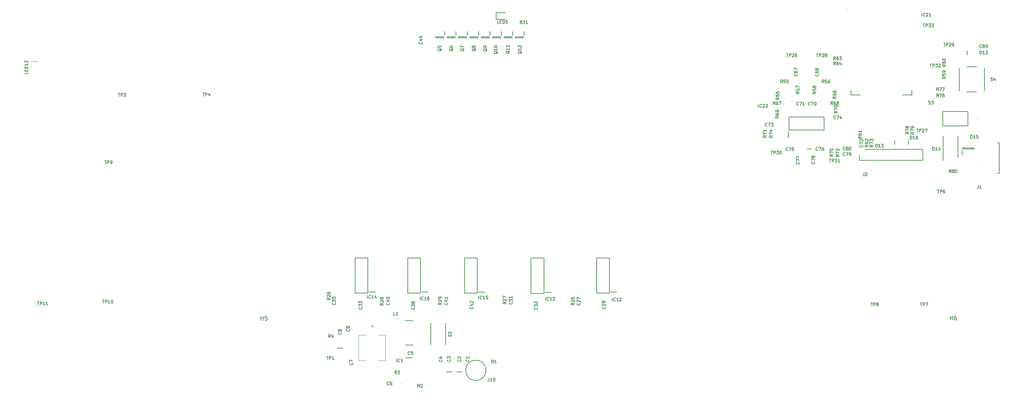
<source format=gbr>
%TF.GenerationSoftware,KiCad,Pcbnew,8.0.8*%
%TF.CreationDate,2025-05-17T22:16:50-04:00*%
%TF.ProjectId,control board,636f6e74-726f-46c2-9062-6f6172642e6b,rev?*%
%TF.SameCoordinates,Original*%
%TF.FileFunction,Legend,Top*%
%TF.FilePolarity,Positive*%
%FSLAX46Y46*%
G04 Gerber Fmt 4.6, Leading zero omitted, Abs format (unit mm)*
G04 Created by KiCad (PCBNEW 8.0.8) date 2025-05-17 22:16:50*
%MOMM*%
%LPD*%
G01*
G04 APERTURE LIST*
%ADD10C,0.127000*%
%ADD11C,0.150000*%
%ADD12C,0.152400*%
%ADD13C,0.100000*%
%ADD14C,0.200000*%
G04 APERTURE END LIST*
D10*
X319827511Y-216201371D02*
X319827511Y-216564228D01*
X319827511Y-216564228D02*
X319065511Y-216564228D01*
X319428368Y-215947371D02*
X319428368Y-215693371D01*
X319827511Y-215584514D02*
X319827511Y-215947371D01*
X319827511Y-215947371D02*
X319065511Y-215947371D01*
X319065511Y-215947371D02*
X319065511Y-215584514D01*
X319827511Y-215257942D02*
X319065511Y-215257942D01*
X319065511Y-215257942D02*
X319065511Y-215076513D01*
X319065511Y-215076513D02*
X319101797Y-214967656D01*
X319101797Y-214967656D02*
X319174368Y-214895085D01*
X319174368Y-214895085D02*
X319246940Y-214858799D01*
X319246940Y-214858799D02*
X319392083Y-214822513D01*
X319392083Y-214822513D02*
X319500940Y-214822513D01*
X319500940Y-214822513D02*
X319646083Y-214858799D01*
X319646083Y-214858799D02*
X319718654Y-214895085D01*
X319718654Y-214895085D02*
X319791226Y-214967656D01*
X319791226Y-214967656D02*
X319827511Y-215076513D01*
X319827511Y-215076513D02*
X319827511Y-215257942D01*
X319827511Y-214096799D02*
X319827511Y-214532228D01*
X319827511Y-214314513D02*
X319065511Y-214314513D01*
X319065511Y-214314513D02*
X319174368Y-214387085D01*
X319174368Y-214387085D02*
X319246940Y-214459656D01*
X319246940Y-214459656D02*
X319283226Y-214532228D01*
X319138083Y-213806514D02*
X319101797Y-213770228D01*
X319101797Y-213770228D02*
X319065511Y-213697657D01*
X319065511Y-213697657D02*
X319065511Y-213516228D01*
X319065511Y-213516228D02*
X319101797Y-213443657D01*
X319101797Y-213443657D02*
X319138083Y-213407371D01*
X319138083Y-213407371D02*
X319210654Y-213371085D01*
X319210654Y-213371085D02*
X319283226Y-213371085D01*
X319283226Y-213371085D02*
X319392083Y-213407371D01*
X319392083Y-213407371D02*
X319827511Y-213842799D01*
X319827511Y-213842799D02*
X319827511Y-213371085D01*
X519039711Y-225788056D02*
X518676854Y-226042056D01*
X519039711Y-226223485D02*
X518277711Y-226223485D01*
X518277711Y-226223485D02*
X518277711Y-225933199D01*
X518277711Y-225933199D02*
X518313997Y-225860628D01*
X518313997Y-225860628D02*
X518350283Y-225824342D01*
X518350283Y-225824342D02*
X518422854Y-225788056D01*
X518422854Y-225788056D02*
X518531711Y-225788056D01*
X518531711Y-225788056D02*
X518604283Y-225824342D01*
X518604283Y-225824342D02*
X518640568Y-225860628D01*
X518640568Y-225860628D02*
X518676854Y-225933199D01*
X518676854Y-225933199D02*
X518676854Y-226223485D01*
X518277711Y-225534056D02*
X518277711Y-225026056D01*
X518277711Y-225026056D02*
X519039711Y-225352628D01*
X518277711Y-224590628D02*
X518277711Y-224518057D01*
X518277711Y-224518057D02*
X518313997Y-224445485D01*
X518313997Y-224445485D02*
X518350283Y-224409200D01*
X518350283Y-224409200D02*
X518422854Y-224372914D01*
X518422854Y-224372914D02*
X518567997Y-224336628D01*
X518567997Y-224336628D02*
X518749426Y-224336628D01*
X518749426Y-224336628D02*
X518894568Y-224372914D01*
X518894568Y-224372914D02*
X518967140Y-224409200D01*
X518967140Y-224409200D02*
X519003426Y-224445485D01*
X519003426Y-224445485D02*
X519039711Y-224518057D01*
X519039711Y-224518057D02*
X519039711Y-224590628D01*
X519039711Y-224590628D02*
X519003426Y-224663200D01*
X519003426Y-224663200D02*
X518967140Y-224699485D01*
X518967140Y-224699485D02*
X518894568Y-224735771D01*
X518894568Y-224735771D02*
X518749426Y-224772057D01*
X518749426Y-224772057D02*
X518567997Y-224772057D01*
X518567997Y-224772057D02*
X518422854Y-224735771D01*
X518422854Y-224735771D02*
X518350283Y-224699485D01*
X518350283Y-224699485D02*
X518313997Y-224663200D01*
X518313997Y-224663200D02*
X518277711Y-224590628D01*
X506523572Y-211597911D02*
X506959001Y-211597911D01*
X506741286Y-212359911D02*
X506741286Y-211597911D01*
X507213000Y-212359911D02*
X507213000Y-211597911D01*
X507213000Y-211597911D02*
X507503286Y-211597911D01*
X507503286Y-211597911D02*
X507575857Y-211634197D01*
X507575857Y-211634197D02*
X507612143Y-211670483D01*
X507612143Y-211670483D02*
X507648429Y-211743054D01*
X507648429Y-211743054D02*
X507648429Y-211851911D01*
X507648429Y-211851911D02*
X507612143Y-211924483D01*
X507612143Y-211924483D02*
X507575857Y-211960768D01*
X507575857Y-211960768D02*
X507503286Y-211997054D01*
X507503286Y-211997054D02*
X507213000Y-211997054D01*
X507938714Y-211670483D02*
X507975000Y-211634197D01*
X507975000Y-211634197D02*
X508047572Y-211597911D01*
X508047572Y-211597911D02*
X508229000Y-211597911D01*
X508229000Y-211597911D02*
X508301572Y-211634197D01*
X508301572Y-211634197D02*
X508337857Y-211670483D01*
X508337857Y-211670483D02*
X508374143Y-211743054D01*
X508374143Y-211743054D02*
X508374143Y-211815626D01*
X508374143Y-211815626D02*
X508337857Y-211924483D01*
X508337857Y-211924483D02*
X507902429Y-212359911D01*
X507902429Y-212359911D02*
X508374143Y-212359911D01*
X509027286Y-211597911D02*
X508882143Y-211597911D01*
X508882143Y-211597911D02*
X508809571Y-211634197D01*
X508809571Y-211634197D02*
X508773286Y-211670483D01*
X508773286Y-211670483D02*
X508700714Y-211779340D01*
X508700714Y-211779340D02*
X508664428Y-211924483D01*
X508664428Y-211924483D02*
X508664428Y-212214768D01*
X508664428Y-212214768D02*
X508700714Y-212287340D01*
X508700714Y-212287340D02*
X508737000Y-212323626D01*
X508737000Y-212323626D02*
X508809571Y-212359911D01*
X508809571Y-212359911D02*
X508954714Y-212359911D01*
X508954714Y-212359911D02*
X509027286Y-212323626D01*
X509027286Y-212323626D02*
X509063571Y-212287340D01*
X509063571Y-212287340D02*
X509099857Y-212214768D01*
X509099857Y-212214768D02*
X509099857Y-212033340D01*
X509099857Y-212033340D02*
X509063571Y-211960768D01*
X509063571Y-211960768D02*
X509027286Y-211924483D01*
X509027286Y-211924483D02*
X508954714Y-211888197D01*
X508954714Y-211888197D02*
X508809571Y-211888197D01*
X508809571Y-211888197D02*
X508737000Y-211924483D01*
X508737000Y-211924483D02*
X508700714Y-211960768D01*
X508700714Y-211960768D02*
X508664428Y-212033340D01*
X421615511Y-272929456D02*
X421252654Y-273183456D01*
X421615511Y-273364885D02*
X420853511Y-273364885D01*
X420853511Y-273364885D02*
X420853511Y-273074599D01*
X420853511Y-273074599D02*
X420889797Y-273002028D01*
X420889797Y-273002028D02*
X420926083Y-272965742D01*
X420926083Y-272965742D02*
X420998654Y-272929456D01*
X420998654Y-272929456D02*
X421107511Y-272929456D01*
X421107511Y-272929456D02*
X421180083Y-272965742D01*
X421180083Y-272965742D02*
X421216368Y-273002028D01*
X421216368Y-273002028D02*
X421252654Y-273074599D01*
X421252654Y-273074599D02*
X421252654Y-273364885D01*
X420926083Y-272639171D02*
X420889797Y-272602885D01*
X420889797Y-272602885D02*
X420853511Y-272530314D01*
X420853511Y-272530314D02*
X420853511Y-272348885D01*
X420853511Y-272348885D02*
X420889797Y-272276314D01*
X420889797Y-272276314D02*
X420926083Y-272240028D01*
X420926083Y-272240028D02*
X420998654Y-272203742D01*
X420998654Y-272203742D02*
X421071226Y-272203742D01*
X421071226Y-272203742D02*
X421180083Y-272240028D01*
X421180083Y-272240028D02*
X421615511Y-272675456D01*
X421615511Y-272675456D02*
X421615511Y-272203742D01*
X421615511Y-271840885D02*
X421615511Y-271695742D01*
X421615511Y-271695742D02*
X421579226Y-271623171D01*
X421579226Y-271623171D02*
X421542940Y-271586885D01*
X421542940Y-271586885D02*
X421434083Y-271514314D01*
X421434083Y-271514314D02*
X421288940Y-271478028D01*
X421288940Y-271478028D02*
X420998654Y-271478028D01*
X420998654Y-271478028D02*
X420926083Y-271514314D01*
X420926083Y-271514314D02*
X420889797Y-271550600D01*
X420889797Y-271550600D02*
X420853511Y-271623171D01*
X420853511Y-271623171D02*
X420853511Y-271768314D01*
X420853511Y-271768314D02*
X420889797Y-271840885D01*
X420889797Y-271840885D02*
X420926083Y-271877171D01*
X420926083Y-271877171D02*
X420998654Y-271913457D01*
X420998654Y-271913457D02*
X421180083Y-271913457D01*
X421180083Y-271913457D02*
X421252654Y-271877171D01*
X421252654Y-271877171D02*
X421288940Y-271840885D01*
X421288940Y-271840885D02*
X421325226Y-271768314D01*
X421325226Y-271768314D02*
X421325226Y-271623171D01*
X421325226Y-271623171D02*
X421288940Y-271550600D01*
X421288940Y-271550600D02*
X421252654Y-271514314D01*
X421252654Y-271514314D02*
X421180083Y-271478028D01*
X504637911Y-226981856D02*
X504275054Y-227235856D01*
X504637911Y-227417285D02*
X503875911Y-227417285D01*
X503875911Y-227417285D02*
X503875911Y-227126999D01*
X503875911Y-227126999D02*
X503912197Y-227054428D01*
X503912197Y-227054428D02*
X503948483Y-227018142D01*
X503948483Y-227018142D02*
X504021054Y-226981856D01*
X504021054Y-226981856D02*
X504129911Y-226981856D01*
X504129911Y-226981856D02*
X504202483Y-227018142D01*
X504202483Y-227018142D02*
X504238768Y-227054428D01*
X504238768Y-227054428D02*
X504275054Y-227126999D01*
X504275054Y-227126999D02*
X504275054Y-227417285D01*
X503875911Y-226328714D02*
X503875911Y-226473856D01*
X503875911Y-226473856D02*
X503912197Y-226546428D01*
X503912197Y-226546428D02*
X503948483Y-226582714D01*
X503948483Y-226582714D02*
X504057340Y-226655285D01*
X504057340Y-226655285D02*
X504202483Y-226691571D01*
X504202483Y-226691571D02*
X504492768Y-226691571D01*
X504492768Y-226691571D02*
X504565340Y-226655285D01*
X504565340Y-226655285D02*
X504601626Y-226618999D01*
X504601626Y-226618999D02*
X504637911Y-226546428D01*
X504637911Y-226546428D02*
X504637911Y-226401285D01*
X504637911Y-226401285D02*
X504601626Y-226328714D01*
X504601626Y-226328714D02*
X504565340Y-226292428D01*
X504565340Y-226292428D02*
X504492768Y-226256142D01*
X504492768Y-226256142D02*
X504311340Y-226256142D01*
X504311340Y-226256142D02*
X504238768Y-226292428D01*
X504238768Y-226292428D02*
X504202483Y-226328714D01*
X504202483Y-226328714D02*
X504166197Y-226401285D01*
X504166197Y-226401285D02*
X504166197Y-226546428D01*
X504166197Y-226546428D02*
X504202483Y-226618999D01*
X504202483Y-226618999D02*
X504238768Y-226655285D01*
X504238768Y-226655285D02*
X504311340Y-226691571D01*
X504637911Y-225893285D02*
X504637911Y-225748142D01*
X504637911Y-225748142D02*
X504601626Y-225675571D01*
X504601626Y-225675571D02*
X504565340Y-225639285D01*
X504565340Y-225639285D02*
X504456483Y-225566714D01*
X504456483Y-225566714D02*
X504311340Y-225530428D01*
X504311340Y-225530428D02*
X504021054Y-225530428D01*
X504021054Y-225530428D02*
X503948483Y-225566714D01*
X503948483Y-225566714D02*
X503912197Y-225603000D01*
X503912197Y-225603000D02*
X503875911Y-225675571D01*
X503875911Y-225675571D02*
X503875911Y-225820714D01*
X503875911Y-225820714D02*
X503912197Y-225893285D01*
X503912197Y-225893285D02*
X503948483Y-225929571D01*
X503948483Y-225929571D02*
X504021054Y-225965857D01*
X504021054Y-225965857D02*
X504202483Y-225965857D01*
X504202483Y-225965857D02*
X504275054Y-225929571D01*
X504275054Y-225929571D02*
X504311340Y-225893285D01*
X504311340Y-225893285D02*
X504347626Y-225820714D01*
X504347626Y-225820714D02*
X504347626Y-225675571D01*
X504347626Y-225675571D02*
X504311340Y-225603000D01*
X504311340Y-225603000D02*
X504275054Y-225566714D01*
X504275054Y-225566714D02*
X504202483Y-225530428D01*
X342116629Y-221351511D02*
X342552058Y-221351511D01*
X342334343Y-222113511D02*
X342334343Y-221351511D01*
X342806057Y-222113511D02*
X342806057Y-221351511D01*
X342806057Y-221351511D02*
X343096343Y-221351511D01*
X343096343Y-221351511D02*
X343168914Y-221387797D01*
X343168914Y-221387797D02*
X343205200Y-221424083D01*
X343205200Y-221424083D02*
X343241486Y-221496654D01*
X343241486Y-221496654D02*
X343241486Y-221605511D01*
X343241486Y-221605511D02*
X343205200Y-221678083D01*
X343205200Y-221678083D02*
X343168914Y-221714368D01*
X343168914Y-221714368D02*
X343096343Y-221750654D01*
X343096343Y-221750654D02*
X342806057Y-221750654D01*
X343531771Y-221424083D02*
X343568057Y-221387797D01*
X343568057Y-221387797D02*
X343640629Y-221351511D01*
X343640629Y-221351511D02*
X343822057Y-221351511D01*
X343822057Y-221351511D02*
X343894629Y-221387797D01*
X343894629Y-221387797D02*
X343930914Y-221424083D01*
X343930914Y-221424083D02*
X343967200Y-221496654D01*
X343967200Y-221496654D02*
X343967200Y-221569226D01*
X343967200Y-221569226D02*
X343930914Y-221678083D01*
X343930914Y-221678083D02*
X343495486Y-222113511D01*
X343495486Y-222113511D02*
X343967200Y-222113511D01*
X536945514Y-232616411D02*
X536945514Y-231854411D01*
X536945514Y-231854411D02*
X537126943Y-231854411D01*
X537126943Y-231854411D02*
X537235800Y-231890697D01*
X537235800Y-231890697D02*
X537308371Y-231963268D01*
X537308371Y-231963268D02*
X537344657Y-232035840D01*
X537344657Y-232035840D02*
X537380943Y-232180983D01*
X537380943Y-232180983D02*
X537380943Y-232289840D01*
X537380943Y-232289840D02*
X537344657Y-232434983D01*
X537344657Y-232434983D02*
X537308371Y-232507554D01*
X537308371Y-232507554D02*
X537235800Y-232580126D01*
X537235800Y-232580126D02*
X537126943Y-232616411D01*
X537126943Y-232616411D02*
X536945514Y-232616411D01*
X538106657Y-232616411D02*
X537671228Y-232616411D01*
X537888943Y-232616411D02*
X537888943Y-231854411D01*
X537888943Y-231854411D02*
X537816371Y-231963268D01*
X537816371Y-231963268D02*
X537743800Y-232035840D01*
X537743800Y-232035840D02*
X537671228Y-232072126D01*
X538759800Y-231854411D02*
X538614657Y-231854411D01*
X538614657Y-231854411D02*
X538542085Y-231890697D01*
X538542085Y-231890697D02*
X538505800Y-231926983D01*
X538505800Y-231926983D02*
X538433228Y-232035840D01*
X538433228Y-232035840D02*
X538396942Y-232180983D01*
X538396942Y-232180983D02*
X538396942Y-232471268D01*
X538396942Y-232471268D02*
X538433228Y-232543840D01*
X538433228Y-232543840D02*
X538469514Y-232580126D01*
X538469514Y-232580126D02*
X538542085Y-232616411D01*
X538542085Y-232616411D02*
X538687228Y-232616411D01*
X538687228Y-232616411D02*
X538759800Y-232580126D01*
X538759800Y-232580126D02*
X538796085Y-232543840D01*
X538796085Y-232543840D02*
X538832371Y-232471268D01*
X538832371Y-232471268D02*
X538832371Y-232289840D01*
X538832371Y-232289840D02*
X538796085Y-232217268D01*
X538796085Y-232217268D02*
X538759800Y-232180983D01*
X538759800Y-232180983D02*
X538687228Y-232144697D01*
X538687228Y-232144697D02*
X538542085Y-232144697D01*
X538542085Y-232144697D02*
X538469514Y-232180983D01*
X538469514Y-232180983D02*
X538433228Y-232217268D01*
X538433228Y-232217268D02*
X538396942Y-232289840D01*
X514318940Y-216694756D02*
X514355226Y-216731042D01*
X514355226Y-216731042D02*
X514391511Y-216839899D01*
X514391511Y-216839899D02*
X514391511Y-216912471D01*
X514391511Y-216912471D02*
X514355226Y-217021328D01*
X514355226Y-217021328D02*
X514282654Y-217093899D01*
X514282654Y-217093899D02*
X514210083Y-217130185D01*
X514210083Y-217130185D02*
X514064940Y-217166471D01*
X514064940Y-217166471D02*
X513956083Y-217166471D01*
X513956083Y-217166471D02*
X513810940Y-217130185D01*
X513810940Y-217130185D02*
X513738368Y-217093899D01*
X513738368Y-217093899D02*
X513665797Y-217021328D01*
X513665797Y-217021328D02*
X513629511Y-216912471D01*
X513629511Y-216912471D02*
X513629511Y-216839899D01*
X513629511Y-216839899D02*
X513665797Y-216731042D01*
X513665797Y-216731042D02*
X513702083Y-216694756D01*
X513629511Y-216041614D02*
X513629511Y-216186756D01*
X513629511Y-216186756D02*
X513665797Y-216259328D01*
X513665797Y-216259328D02*
X513702083Y-216295614D01*
X513702083Y-216295614D02*
X513810940Y-216368185D01*
X513810940Y-216368185D02*
X513956083Y-216404471D01*
X513956083Y-216404471D02*
X514246368Y-216404471D01*
X514246368Y-216404471D02*
X514318940Y-216368185D01*
X514318940Y-216368185D02*
X514355226Y-216331899D01*
X514355226Y-216331899D02*
X514391511Y-216259328D01*
X514391511Y-216259328D02*
X514391511Y-216114185D01*
X514391511Y-216114185D02*
X514355226Y-216041614D01*
X514355226Y-216041614D02*
X514318940Y-216005328D01*
X514318940Y-216005328D02*
X514246368Y-215969042D01*
X514246368Y-215969042D02*
X514064940Y-215969042D01*
X514064940Y-215969042D02*
X513992368Y-216005328D01*
X513992368Y-216005328D02*
X513956083Y-216041614D01*
X513956083Y-216041614D02*
X513919797Y-216114185D01*
X513919797Y-216114185D02*
X513919797Y-216259328D01*
X513919797Y-216259328D02*
X513956083Y-216331899D01*
X513956083Y-216331899D02*
X513992368Y-216368185D01*
X513992368Y-216368185D02*
X514064940Y-216404471D01*
X513956083Y-215533614D02*
X513919797Y-215606185D01*
X513919797Y-215606185D02*
X513883511Y-215642471D01*
X513883511Y-215642471D02*
X513810940Y-215678757D01*
X513810940Y-215678757D02*
X513774654Y-215678757D01*
X513774654Y-215678757D02*
X513702083Y-215642471D01*
X513702083Y-215642471D02*
X513665797Y-215606185D01*
X513665797Y-215606185D02*
X513629511Y-215533614D01*
X513629511Y-215533614D02*
X513629511Y-215388471D01*
X513629511Y-215388471D02*
X513665797Y-215315900D01*
X513665797Y-215315900D02*
X513702083Y-215279614D01*
X513702083Y-215279614D02*
X513774654Y-215243328D01*
X513774654Y-215243328D02*
X513810940Y-215243328D01*
X513810940Y-215243328D02*
X513883511Y-215279614D01*
X513883511Y-215279614D02*
X513919797Y-215315900D01*
X513919797Y-215315900D02*
X513956083Y-215388471D01*
X513956083Y-215388471D02*
X513956083Y-215533614D01*
X513956083Y-215533614D02*
X513992368Y-215606185D01*
X513992368Y-215606185D02*
X514028654Y-215642471D01*
X514028654Y-215642471D02*
X514101226Y-215678757D01*
X514101226Y-215678757D02*
X514246368Y-215678757D01*
X514246368Y-215678757D02*
X514318940Y-215642471D01*
X514318940Y-215642471D02*
X514355226Y-215606185D01*
X514355226Y-215606185D02*
X514391511Y-215533614D01*
X514391511Y-215533614D02*
X514391511Y-215388471D01*
X514391511Y-215388471D02*
X514355226Y-215315900D01*
X514355226Y-215315900D02*
X514318940Y-215279614D01*
X514318940Y-215279614D02*
X514246368Y-215243328D01*
X514246368Y-215243328D02*
X514101226Y-215243328D01*
X514101226Y-215243328D02*
X514028654Y-215279614D01*
X514028654Y-215279614D02*
X513992368Y-215315900D01*
X513992368Y-215315900D02*
X513956083Y-215388471D01*
X455644940Y-273030256D02*
X455681226Y-273066542D01*
X455681226Y-273066542D02*
X455717511Y-273175399D01*
X455717511Y-273175399D02*
X455717511Y-273247971D01*
X455717511Y-273247971D02*
X455681226Y-273356828D01*
X455681226Y-273356828D02*
X455608654Y-273429399D01*
X455608654Y-273429399D02*
X455536083Y-273465685D01*
X455536083Y-273465685D02*
X455390940Y-273501971D01*
X455390940Y-273501971D02*
X455282083Y-273501971D01*
X455282083Y-273501971D02*
X455136940Y-273465685D01*
X455136940Y-273465685D02*
X455064368Y-273429399D01*
X455064368Y-273429399D02*
X454991797Y-273356828D01*
X454991797Y-273356828D02*
X454955511Y-273247971D01*
X454955511Y-273247971D02*
X454955511Y-273175399D01*
X454955511Y-273175399D02*
X454991797Y-273066542D01*
X454991797Y-273066542D02*
X455028083Y-273030256D01*
X455028083Y-272739971D02*
X454991797Y-272703685D01*
X454991797Y-272703685D02*
X454955511Y-272631114D01*
X454955511Y-272631114D02*
X454955511Y-272449685D01*
X454955511Y-272449685D02*
X454991797Y-272377114D01*
X454991797Y-272377114D02*
X455028083Y-272340828D01*
X455028083Y-272340828D02*
X455100654Y-272304542D01*
X455100654Y-272304542D02*
X455173226Y-272304542D01*
X455173226Y-272304542D02*
X455282083Y-272340828D01*
X455282083Y-272340828D02*
X455717511Y-272776256D01*
X455717511Y-272776256D02*
X455717511Y-272304542D01*
X454955511Y-272050542D02*
X454955511Y-271542542D01*
X454955511Y-271542542D02*
X455717511Y-271869114D01*
X518596343Y-214391911D02*
X518342343Y-214029054D01*
X518160914Y-214391911D02*
X518160914Y-213629911D01*
X518160914Y-213629911D02*
X518451200Y-213629911D01*
X518451200Y-213629911D02*
X518523771Y-213666197D01*
X518523771Y-213666197D02*
X518560057Y-213702483D01*
X518560057Y-213702483D02*
X518596343Y-213775054D01*
X518596343Y-213775054D02*
X518596343Y-213883911D01*
X518596343Y-213883911D02*
X518560057Y-213956483D01*
X518560057Y-213956483D02*
X518523771Y-213992768D01*
X518523771Y-213992768D02*
X518451200Y-214029054D01*
X518451200Y-214029054D02*
X518160914Y-214029054D01*
X519249486Y-213629911D02*
X519104343Y-213629911D01*
X519104343Y-213629911D02*
X519031771Y-213666197D01*
X519031771Y-213666197D02*
X518995486Y-213702483D01*
X518995486Y-213702483D02*
X518922914Y-213811340D01*
X518922914Y-213811340D02*
X518886628Y-213956483D01*
X518886628Y-213956483D02*
X518886628Y-214246768D01*
X518886628Y-214246768D02*
X518922914Y-214319340D01*
X518922914Y-214319340D02*
X518959200Y-214355626D01*
X518959200Y-214355626D02*
X519031771Y-214391911D01*
X519031771Y-214391911D02*
X519176914Y-214391911D01*
X519176914Y-214391911D02*
X519249486Y-214355626D01*
X519249486Y-214355626D02*
X519285771Y-214319340D01*
X519285771Y-214319340D02*
X519322057Y-214246768D01*
X519322057Y-214246768D02*
X519322057Y-214065340D01*
X519322057Y-214065340D02*
X519285771Y-213992768D01*
X519285771Y-213992768D02*
X519249486Y-213956483D01*
X519249486Y-213956483D02*
X519176914Y-213920197D01*
X519176914Y-213920197D02*
X519031771Y-213920197D01*
X519031771Y-213920197D02*
X518959200Y-213956483D01*
X518959200Y-213956483D02*
X518922914Y-213992768D01*
X518922914Y-213992768D02*
X518886628Y-214065340D01*
X519975200Y-213883911D02*
X519975200Y-214391911D01*
X519793771Y-213593626D02*
X519612342Y-214137911D01*
X519612342Y-214137911D02*
X520084057Y-214137911D01*
X517873743Y-224183611D02*
X517619743Y-223820754D01*
X517438314Y-224183611D02*
X517438314Y-223421611D01*
X517438314Y-223421611D02*
X517728600Y-223421611D01*
X517728600Y-223421611D02*
X517801171Y-223457897D01*
X517801171Y-223457897D02*
X517837457Y-223494183D01*
X517837457Y-223494183D02*
X517873743Y-223566754D01*
X517873743Y-223566754D02*
X517873743Y-223675611D01*
X517873743Y-223675611D02*
X517837457Y-223748183D01*
X517837457Y-223748183D02*
X517801171Y-223784468D01*
X517801171Y-223784468D02*
X517728600Y-223820754D01*
X517728600Y-223820754D02*
X517438314Y-223820754D01*
X518526886Y-223421611D02*
X518381743Y-223421611D01*
X518381743Y-223421611D02*
X518309171Y-223457897D01*
X518309171Y-223457897D02*
X518272886Y-223494183D01*
X518272886Y-223494183D02*
X518200314Y-223603040D01*
X518200314Y-223603040D02*
X518164028Y-223748183D01*
X518164028Y-223748183D02*
X518164028Y-224038468D01*
X518164028Y-224038468D02*
X518200314Y-224111040D01*
X518200314Y-224111040D02*
X518236600Y-224147326D01*
X518236600Y-224147326D02*
X518309171Y-224183611D01*
X518309171Y-224183611D02*
X518454314Y-224183611D01*
X518454314Y-224183611D02*
X518526886Y-224147326D01*
X518526886Y-224147326D02*
X518563171Y-224111040D01*
X518563171Y-224111040D02*
X518599457Y-224038468D01*
X518599457Y-224038468D02*
X518599457Y-223857040D01*
X518599457Y-223857040D02*
X518563171Y-223784468D01*
X518563171Y-223784468D02*
X518526886Y-223748183D01*
X518526886Y-223748183D02*
X518454314Y-223711897D01*
X518454314Y-223711897D02*
X518309171Y-223711897D01*
X518309171Y-223711897D02*
X518236600Y-223748183D01*
X518236600Y-223748183D02*
X518200314Y-223784468D01*
X518200314Y-223784468D02*
X518164028Y-223857040D01*
X519034885Y-223748183D02*
X518962314Y-223711897D01*
X518962314Y-223711897D02*
X518926028Y-223675611D01*
X518926028Y-223675611D02*
X518889742Y-223603040D01*
X518889742Y-223603040D02*
X518889742Y-223566754D01*
X518889742Y-223566754D02*
X518926028Y-223494183D01*
X518926028Y-223494183D02*
X518962314Y-223457897D01*
X518962314Y-223457897D02*
X519034885Y-223421611D01*
X519034885Y-223421611D02*
X519180028Y-223421611D01*
X519180028Y-223421611D02*
X519252600Y-223457897D01*
X519252600Y-223457897D02*
X519288885Y-223494183D01*
X519288885Y-223494183D02*
X519325171Y-223566754D01*
X519325171Y-223566754D02*
X519325171Y-223603040D01*
X519325171Y-223603040D02*
X519288885Y-223675611D01*
X519288885Y-223675611D02*
X519252600Y-223711897D01*
X519252600Y-223711897D02*
X519180028Y-223748183D01*
X519180028Y-223748183D02*
X519034885Y-223748183D01*
X519034885Y-223748183D02*
X518962314Y-223784468D01*
X518962314Y-223784468D02*
X518926028Y-223820754D01*
X518926028Y-223820754D02*
X518889742Y-223893326D01*
X518889742Y-223893326D02*
X518889742Y-224038468D01*
X518889742Y-224038468D02*
X518926028Y-224111040D01*
X518926028Y-224111040D02*
X518962314Y-224147326D01*
X518962314Y-224147326D02*
X519034885Y-224183611D01*
X519034885Y-224183611D02*
X519180028Y-224183611D01*
X519180028Y-224183611D02*
X519252600Y-224147326D01*
X519252600Y-224147326D02*
X519288885Y-224111040D01*
X519288885Y-224111040D02*
X519325171Y-224038468D01*
X519325171Y-224038468D02*
X519325171Y-223893326D01*
X519325171Y-223893326D02*
X519288885Y-223820754D01*
X519288885Y-223820754D02*
X519252600Y-223784468D01*
X519252600Y-223784468D02*
X519180028Y-223748183D01*
X410604200Y-290463411D02*
X410350200Y-290100554D01*
X410168771Y-290463411D02*
X410168771Y-289701411D01*
X410168771Y-289701411D02*
X410459057Y-289701411D01*
X410459057Y-289701411D02*
X410531628Y-289737697D01*
X410531628Y-289737697D02*
X410567914Y-289773983D01*
X410567914Y-289773983D02*
X410604200Y-289846554D01*
X410604200Y-289846554D02*
X410604200Y-289955411D01*
X410604200Y-289955411D02*
X410567914Y-290027983D01*
X410567914Y-290027983D02*
X410531628Y-290064268D01*
X410531628Y-290064268D02*
X410459057Y-290100554D01*
X410459057Y-290100554D02*
X410168771Y-290100554D01*
X410858200Y-289701411D02*
X411329914Y-289701411D01*
X411329914Y-289701411D02*
X411075914Y-289991697D01*
X411075914Y-289991697D02*
X411184771Y-289991697D01*
X411184771Y-289991697D02*
X411257343Y-290027983D01*
X411257343Y-290027983D02*
X411293628Y-290064268D01*
X411293628Y-290064268D02*
X411329914Y-290136840D01*
X411329914Y-290136840D02*
X411329914Y-290318268D01*
X411329914Y-290318268D02*
X411293628Y-290390840D01*
X411293628Y-290390840D02*
X411257343Y-290427126D01*
X411257343Y-290427126D02*
X411184771Y-290463411D01*
X411184771Y-290463411D02*
X410967057Y-290463411D01*
X410967057Y-290463411D02*
X410894485Y-290427126D01*
X410894485Y-290427126D02*
X410858200Y-290390840D01*
X541506628Y-223994926D02*
X541615486Y-224031211D01*
X541615486Y-224031211D02*
X541796914Y-224031211D01*
X541796914Y-224031211D02*
X541869486Y-223994926D01*
X541869486Y-223994926D02*
X541905771Y-223958640D01*
X541905771Y-223958640D02*
X541942057Y-223886068D01*
X541942057Y-223886068D02*
X541942057Y-223813497D01*
X541942057Y-223813497D02*
X541905771Y-223740926D01*
X541905771Y-223740926D02*
X541869486Y-223704640D01*
X541869486Y-223704640D02*
X541796914Y-223668354D01*
X541796914Y-223668354D02*
X541651771Y-223632068D01*
X541651771Y-223632068D02*
X541579200Y-223595783D01*
X541579200Y-223595783D02*
X541542914Y-223559497D01*
X541542914Y-223559497D02*
X541506628Y-223486926D01*
X541506628Y-223486926D02*
X541506628Y-223414354D01*
X541506628Y-223414354D02*
X541542914Y-223341783D01*
X541542914Y-223341783D02*
X541579200Y-223305497D01*
X541579200Y-223305497D02*
X541651771Y-223269211D01*
X541651771Y-223269211D02*
X541833200Y-223269211D01*
X541833200Y-223269211D02*
X541942057Y-223305497D01*
X542196057Y-223269211D02*
X542667771Y-223269211D01*
X542667771Y-223269211D02*
X542413771Y-223559497D01*
X542413771Y-223559497D02*
X542522628Y-223559497D01*
X542522628Y-223559497D02*
X542595200Y-223595783D01*
X542595200Y-223595783D02*
X542631485Y-223632068D01*
X542631485Y-223632068D02*
X542667771Y-223704640D01*
X542667771Y-223704640D02*
X542667771Y-223886068D01*
X542667771Y-223886068D02*
X542631485Y-223958640D01*
X542631485Y-223958640D02*
X542595200Y-223994926D01*
X542595200Y-223994926D02*
X542522628Y-224031211D01*
X542522628Y-224031211D02*
X542304914Y-224031211D01*
X542304914Y-224031211D02*
X542232342Y-223994926D01*
X542232342Y-223994926D02*
X542196057Y-223958640D01*
X408792140Y-272976456D02*
X408828426Y-273012742D01*
X408828426Y-273012742D02*
X408864711Y-273121599D01*
X408864711Y-273121599D02*
X408864711Y-273194171D01*
X408864711Y-273194171D02*
X408828426Y-273303028D01*
X408828426Y-273303028D02*
X408755854Y-273375599D01*
X408755854Y-273375599D02*
X408683283Y-273411885D01*
X408683283Y-273411885D02*
X408538140Y-273448171D01*
X408538140Y-273448171D02*
X408429283Y-273448171D01*
X408429283Y-273448171D02*
X408284140Y-273411885D01*
X408284140Y-273411885D02*
X408211568Y-273375599D01*
X408211568Y-273375599D02*
X408138997Y-273303028D01*
X408138997Y-273303028D02*
X408102711Y-273194171D01*
X408102711Y-273194171D02*
X408102711Y-273121599D01*
X408102711Y-273121599D02*
X408138997Y-273012742D01*
X408138997Y-273012742D02*
X408175283Y-272976456D01*
X408356711Y-272323314D02*
X408864711Y-272323314D01*
X408066426Y-272504742D02*
X408610711Y-272686171D01*
X408610711Y-272686171D02*
X408610711Y-272214456D01*
X408102711Y-271779028D02*
X408102711Y-271706457D01*
X408102711Y-271706457D02*
X408138997Y-271633885D01*
X408138997Y-271633885D02*
X408175283Y-271597600D01*
X408175283Y-271597600D02*
X408247854Y-271561314D01*
X408247854Y-271561314D02*
X408392997Y-271525028D01*
X408392997Y-271525028D02*
X408574426Y-271525028D01*
X408574426Y-271525028D02*
X408719568Y-271561314D01*
X408719568Y-271561314D02*
X408792140Y-271597600D01*
X408792140Y-271597600D02*
X408828426Y-271633885D01*
X408828426Y-271633885D02*
X408864711Y-271706457D01*
X408864711Y-271706457D02*
X408864711Y-271779028D01*
X408864711Y-271779028D02*
X408828426Y-271851600D01*
X408828426Y-271851600D02*
X408792140Y-271887885D01*
X408792140Y-271887885D02*
X408719568Y-271924171D01*
X408719568Y-271924171D02*
X408574426Y-271960457D01*
X408574426Y-271960457D02*
X408392997Y-271960457D01*
X408392997Y-271960457D02*
X408247854Y-271924171D01*
X408247854Y-271924171D02*
X408175283Y-271887885D01*
X408175283Y-271887885D02*
X408138997Y-271851600D01*
X408138997Y-271851600D02*
X408102711Y-271779028D01*
X416808340Y-208744656D02*
X416844626Y-208780942D01*
X416844626Y-208780942D02*
X416880911Y-208889799D01*
X416880911Y-208889799D02*
X416880911Y-208962371D01*
X416880911Y-208962371D02*
X416844626Y-209071228D01*
X416844626Y-209071228D02*
X416772054Y-209143799D01*
X416772054Y-209143799D02*
X416699483Y-209180085D01*
X416699483Y-209180085D02*
X416554340Y-209216371D01*
X416554340Y-209216371D02*
X416445483Y-209216371D01*
X416445483Y-209216371D02*
X416300340Y-209180085D01*
X416300340Y-209180085D02*
X416227768Y-209143799D01*
X416227768Y-209143799D02*
X416155197Y-209071228D01*
X416155197Y-209071228D02*
X416118911Y-208962371D01*
X416118911Y-208962371D02*
X416118911Y-208889799D01*
X416118911Y-208889799D02*
X416155197Y-208780942D01*
X416155197Y-208780942D02*
X416191483Y-208744656D01*
X416372911Y-208091514D02*
X416880911Y-208091514D01*
X416082626Y-208272942D02*
X416626911Y-208454371D01*
X416626911Y-208454371D02*
X416626911Y-207982656D01*
X416372911Y-207365800D02*
X416880911Y-207365800D01*
X416082626Y-207547228D02*
X416626911Y-207728657D01*
X416626911Y-207728657D02*
X416626911Y-207256942D01*
X543665629Y-245138611D02*
X544101058Y-245138611D01*
X543883343Y-245900611D02*
X543883343Y-245138611D01*
X544355057Y-245900611D02*
X544355057Y-245138611D01*
X544355057Y-245138611D02*
X544645343Y-245138611D01*
X544645343Y-245138611D02*
X544717914Y-245174897D01*
X544717914Y-245174897D02*
X544754200Y-245211183D01*
X544754200Y-245211183D02*
X544790486Y-245283754D01*
X544790486Y-245283754D02*
X544790486Y-245392611D01*
X544790486Y-245392611D02*
X544754200Y-245465183D01*
X544754200Y-245465183D02*
X544717914Y-245501468D01*
X544717914Y-245501468D02*
X544645343Y-245537754D01*
X544645343Y-245537754D02*
X544355057Y-245537754D01*
X545443629Y-245138611D02*
X545298486Y-245138611D01*
X545298486Y-245138611D02*
X545225914Y-245174897D01*
X545225914Y-245174897D02*
X545189629Y-245211183D01*
X545189629Y-245211183D02*
X545117057Y-245320040D01*
X545117057Y-245320040D02*
X545080771Y-245465183D01*
X545080771Y-245465183D02*
X545080771Y-245755468D01*
X545080771Y-245755468D02*
X545117057Y-245828040D01*
X545117057Y-245828040D02*
X545153343Y-245864326D01*
X545153343Y-245864326D02*
X545225914Y-245900611D01*
X545225914Y-245900611D02*
X545371057Y-245900611D01*
X545371057Y-245900611D02*
X545443629Y-245864326D01*
X545443629Y-245864326D02*
X545479914Y-245828040D01*
X545479914Y-245828040D02*
X545516200Y-245755468D01*
X545516200Y-245755468D02*
X545516200Y-245574040D01*
X545516200Y-245574040D02*
X545479914Y-245501468D01*
X545479914Y-245501468D02*
X545443629Y-245465183D01*
X545443629Y-245465183D02*
X545371057Y-245428897D01*
X545371057Y-245428897D02*
X545225914Y-245428897D01*
X545225914Y-245428897D02*
X545153343Y-245465183D01*
X545153343Y-245465183D02*
X545117057Y-245501468D01*
X545117057Y-245501468D02*
X545080771Y-245574040D01*
X447254486Y-272329311D02*
X447254486Y-271567311D01*
X448052772Y-272256740D02*
X448016486Y-272293026D01*
X448016486Y-272293026D02*
X447907629Y-272329311D01*
X447907629Y-272329311D02*
X447835057Y-272329311D01*
X447835057Y-272329311D02*
X447726200Y-272293026D01*
X447726200Y-272293026D02*
X447653629Y-272220454D01*
X447653629Y-272220454D02*
X447617343Y-272147883D01*
X447617343Y-272147883D02*
X447581057Y-272002740D01*
X447581057Y-272002740D02*
X447581057Y-271893883D01*
X447581057Y-271893883D02*
X447617343Y-271748740D01*
X447617343Y-271748740D02*
X447653629Y-271676168D01*
X447653629Y-271676168D02*
X447726200Y-271603597D01*
X447726200Y-271603597D02*
X447835057Y-271567311D01*
X447835057Y-271567311D02*
X447907629Y-271567311D01*
X447907629Y-271567311D02*
X448016486Y-271603597D01*
X448016486Y-271603597D02*
X448052772Y-271639883D01*
X448778486Y-272329311D02*
X448343057Y-272329311D01*
X448560772Y-272329311D02*
X448560772Y-271567311D01*
X448560772Y-271567311D02*
X448488200Y-271676168D01*
X448488200Y-271676168D02*
X448415629Y-271748740D01*
X448415629Y-271748740D02*
X448343057Y-271785026D01*
X449032486Y-271567311D02*
X449504200Y-271567311D01*
X449504200Y-271567311D02*
X449250200Y-271857597D01*
X449250200Y-271857597D02*
X449359057Y-271857597D01*
X449359057Y-271857597D02*
X449431629Y-271893883D01*
X449431629Y-271893883D02*
X449467914Y-271930168D01*
X449467914Y-271930168D02*
X449504200Y-272002740D01*
X449504200Y-272002740D02*
X449504200Y-272184168D01*
X449504200Y-272184168D02*
X449467914Y-272256740D01*
X449467914Y-272256740D02*
X449431629Y-272293026D01*
X449431629Y-272293026D02*
X449359057Y-272329311D01*
X449359057Y-272329311D02*
X449141343Y-272329311D01*
X449141343Y-272329311D02*
X449068771Y-272293026D01*
X449068771Y-272293026D02*
X449032486Y-272256740D01*
X514241543Y-235375940D02*
X514205257Y-235412226D01*
X514205257Y-235412226D02*
X514096400Y-235448511D01*
X514096400Y-235448511D02*
X514023828Y-235448511D01*
X514023828Y-235448511D02*
X513914971Y-235412226D01*
X513914971Y-235412226D02*
X513842400Y-235339654D01*
X513842400Y-235339654D02*
X513806114Y-235267083D01*
X513806114Y-235267083D02*
X513769828Y-235121940D01*
X513769828Y-235121940D02*
X513769828Y-235013083D01*
X513769828Y-235013083D02*
X513806114Y-234867940D01*
X513806114Y-234867940D02*
X513842400Y-234795368D01*
X513842400Y-234795368D02*
X513914971Y-234722797D01*
X513914971Y-234722797D02*
X514023828Y-234686511D01*
X514023828Y-234686511D02*
X514096400Y-234686511D01*
X514096400Y-234686511D02*
X514205257Y-234722797D01*
X514205257Y-234722797D02*
X514241543Y-234759083D01*
X514495543Y-234686511D02*
X515003543Y-234686511D01*
X515003543Y-234686511D02*
X514676971Y-235448511D01*
X515620400Y-234686511D02*
X515475257Y-234686511D01*
X515475257Y-234686511D02*
X515402685Y-234722797D01*
X515402685Y-234722797D02*
X515366400Y-234759083D01*
X515366400Y-234759083D02*
X515293828Y-234867940D01*
X515293828Y-234867940D02*
X515257542Y-235013083D01*
X515257542Y-235013083D02*
X515257542Y-235303368D01*
X515257542Y-235303368D02*
X515293828Y-235375940D01*
X515293828Y-235375940D02*
X515330114Y-235412226D01*
X515330114Y-235412226D02*
X515402685Y-235448511D01*
X515402685Y-235448511D02*
X515547828Y-235448511D01*
X515547828Y-235448511D02*
X515620400Y-235412226D01*
X515620400Y-235412226D02*
X515656685Y-235375940D01*
X515656685Y-235375940D02*
X515692971Y-235303368D01*
X515692971Y-235303368D02*
X515692971Y-235121940D01*
X515692971Y-235121940D02*
X515656685Y-235049368D01*
X515656685Y-235049368D02*
X515620400Y-235013083D01*
X515620400Y-235013083D02*
X515547828Y-234976797D01*
X515547828Y-234976797D02*
X515402685Y-234976797D01*
X515402685Y-234976797D02*
X515330114Y-235013083D01*
X515330114Y-235013083D02*
X515293828Y-235049368D01*
X515293828Y-235049368D02*
X515257542Y-235121940D01*
X509086540Y-216618556D02*
X509122826Y-216654842D01*
X509122826Y-216654842D02*
X509159111Y-216763699D01*
X509159111Y-216763699D02*
X509159111Y-216836271D01*
X509159111Y-216836271D02*
X509122826Y-216945128D01*
X509122826Y-216945128D02*
X509050254Y-217017699D01*
X509050254Y-217017699D02*
X508977683Y-217053985D01*
X508977683Y-217053985D02*
X508832540Y-217090271D01*
X508832540Y-217090271D02*
X508723683Y-217090271D01*
X508723683Y-217090271D02*
X508578540Y-217053985D01*
X508578540Y-217053985D02*
X508505968Y-217017699D01*
X508505968Y-217017699D02*
X508433397Y-216945128D01*
X508433397Y-216945128D02*
X508397111Y-216836271D01*
X508397111Y-216836271D02*
X508397111Y-216763699D01*
X508397111Y-216763699D02*
X508433397Y-216654842D01*
X508433397Y-216654842D02*
X508469683Y-216618556D01*
X508397111Y-215965414D02*
X508397111Y-216110556D01*
X508397111Y-216110556D02*
X508433397Y-216183128D01*
X508433397Y-216183128D02*
X508469683Y-216219414D01*
X508469683Y-216219414D02*
X508578540Y-216291985D01*
X508578540Y-216291985D02*
X508723683Y-216328271D01*
X508723683Y-216328271D02*
X509013968Y-216328271D01*
X509013968Y-216328271D02*
X509086540Y-216291985D01*
X509086540Y-216291985D02*
X509122826Y-216255699D01*
X509122826Y-216255699D02*
X509159111Y-216183128D01*
X509159111Y-216183128D02*
X509159111Y-216037985D01*
X509159111Y-216037985D02*
X509122826Y-215965414D01*
X509122826Y-215965414D02*
X509086540Y-215929128D01*
X509086540Y-215929128D02*
X509013968Y-215892842D01*
X509013968Y-215892842D02*
X508832540Y-215892842D01*
X508832540Y-215892842D02*
X508759968Y-215929128D01*
X508759968Y-215929128D02*
X508723683Y-215965414D01*
X508723683Y-215965414D02*
X508687397Y-216037985D01*
X508687397Y-216037985D02*
X508687397Y-216183128D01*
X508687397Y-216183128D02*
X508723683Y-216255699D01*
X508723683Y-216255699D02*
X508759968Y-216291985D01*
X508759968Y-216291985D02*
X508832540Y-216328271D01*
X508397111Y-215638842D02*
X508397111Y-215130842D01*
X508397111Y-215130842D02*
X509159111Y-215457414D01*
X441419743Y-204282711D02*
X441165743Y-203919854D01*
X440984314Y-204282711D02*
X440984314Y-203520711D01*
X440984314Y-203520711D02*
X441274600Y-203520711D01*
X441274600Y-203520711D02*
X441347171Y-203556997D01*
X441347171Y-203556997D02*
X441383457Y-203593283D01*
X441383457Y-203593283D02*
X441419743Y-203665854D01*
X441419743Y-203665854D02*
X441419743Y-203774711D01*
X441419743Y-203774711D02*
X441383457Y-203847283D01*
X441383457Y-203847283D02*
X441347171Y-203883568D01*
X441347171Y-203883568D02*
X441274600Y-203919854D01*
X441274600Y-203919854D02*
X440984314Y-203919854D01*
X441673743Y-203520711D02*
X442145457Y-203520711D01*
X442145457Y-203520711D02*
X441891457Y-203810997D01*
X441891457Y-203810997D02*
X442000314Y-203810997D01*
X442000314Y-203810997D02*
X442072886Y-203847283D01*
X442072886Y-203847283D02*
X442109171Y-203883568D01*
X442109171Y-203883568D02*
X442145457Y-203956140D01*
X442145457Y-203956140D02*
X442145457Y-204137568D01*
X442145457Y-204137568D02*
X442109171Y-204210140D01*
X442109171Y-204210140D02*
X442072886Y-204246426D01*
X442072886Y-204246426D02*
X442000314Y-204282711D01*
X442000314Y-204282711D02*
X441782600Y-204282711D01*
X441782600Y-204282711D02*
X441710028Y-204246426D01*
X441710028Y-204246426D02*
X441673743Y-204210140D01*
X442871171Y-204282711D02*
X442435742Y-204282711D01*
X442653457Y-204282711D02*
X442653457Y-203520711D01*
X442653457Y-203520711D02*
X442580885Y-203629568D01*
X442580885Y-203629568D02*
X442508314Y-203702140D01*
X442508314Y-203702140D02*
X442435742Y-203738426D01*
X504688711Y-222422556D02*
X504325854Y-222676556D01*
X504688711Y-222857985D02*
X503926711Y-222857985D01*
X503926711Y-222857985D02*
X503926711Y-222567699D01*
X503926711Y-222567699D02*
X503962997Y-222495128D01*
X503962997Y-222495128D02*
X503999283Y-222458842D01*
X503999283Y-222458842D02*
X504071854Y-222422556D01*
X504071854Y-222422556D02*
X504180711Y-222422556D01*
X504180711Y-222422556D02*
X504253283Y-222458842D01*
X504253283Y-222458842D02*
X504289568Y-222495128D01*
X504289568Y-222495128D02*
X504325854Y-222567699D01*
X504325854Y-222567699D02*
X504325854Y-222857985D01*
X503926711Y-221769414D02*
X503926711Y-221914556D01*
X503926711Y-221914556D02*
X503962997Y-221987128D01*
X503962997Y-221987128D02*
X503999283Y-222023414D01*
X503999283Y-222023414D02*
X504108140Y-222095985D01*
X504108140Y-222095985D02*
X504253283Y-222132271D01*
X504253283Y-222132271D02*
X504543568Y-222132271D01*
X504543568Y-222132271D02*
X504616140Y-222095985D01*
X504616140Y-222095985D02*
X504652426Y-222059699D01*
X504652426Y-222059699D02*
X504688711Y-221987128D01*
X504688711Y-221987128D02*
X504688711Y-221841985D01*
X504688711Y-221841985D02*
X504652426Y-221769414D01*
X504652426Y-221769414D02*
X504616140Y-221733128D01*
X504616140Y-221733128D02*
X504543568Y-221696842D01*
X504543568Y-221696842D02*
X504362140Y-221696842D01*
X504362140Y-221696842D02*
X504289568Y-221733128D01*
X504289568Y-221733128D02*
X504253283Y-221769414D01*
X504253283Y-221769414D02*
X504216997Y-221841985D01*
X504216997Y-221841985D02*
X504216997Y-221987128D01*
X504216997Y-221987128D02*
X504253283Y-222059699D01*
X504253283Y-222059699D02*
X504289568Y-222095985D01*
X504289568Y-222095985D02*
X504362140Y-222132271D01*
X503926711Y-221007414D02*
X503926711Y-221370271D01*
X503926711Y-221370271D02*
X504289568Y-221406557D01*
X504289568Y-221406557D02*
X504253283Y-221370271D01*
X504253283Y-221370271D02*
X504216997Y-221297700D01*
X504216997Y-221297700D02*
X504216997Y-221116271D01*
X504216997Y-221116271D02*
X504253283Y-221043700D01*
X504253283Y-221043700D02*
X504289568Y-221007414D01*
X504289568Y-221007414D02*
X504362140Y-220971128D01*
X504362140Y-220971128D02*
X504543568Y-220971128D01*
X504543568Y-220971128D02*
X504616140Y-221007414D01*
X504616140Y-221007414D02*
X504652426Y-221043700D01*
X504652426Y-221043700D02*
X504688711Y-221116271D01*
X504688711Y-221116271D02*
X504688711Y-221297700D01*
X504688711Y-221297700D02*
X504652426Y-221370271D01*
X504652426Y-221370271D02*
X504616140Y-221406557D01*
X410596943Y-287517011D02*
X410596943Y-286755011D01*
X411395229Y-287444440D02*
X411358943Y-287480726D01*
X411358943Y-287480726D02*
X411250086Y-287517011D01*
X411250086Y-287517011D02*
X411177514Y-287517011D01*
X411177514Y-287517011D02*
X411068657Y-287480726D01*
X411068657Y-287480726D02*
X410996086Y-287408154D01*
X410996086Y-287408154D02*
X410959800Y-287335583D01*
X410959800Y-287335583D02*
X410923514Y-287190440D01*
X410923514Y-287190440D02*
X410923514Y-287081583D01*
X410923514Y-287081583D02*
X410959800Y-286936440D01*
X410959800Y-286936440D02*
X410996086Y-286863868D01*
X410996086Y-286863868D02*
X411068657Y-286791297D01*
X411068657Y-286791297D02*
X411177514Y-286755011D01*
X411177514Y-286755011D02*
X411250086Y-286755011D01*
X411250086Y-286755011D02*
X411358943Y-286791297D01*
X411358943Y-286791297D02*
X411395229Y-286827583D01*
X412120943Y-287517011D02*
X411685514Y-287517011D01*
X411903229Y-287517011D02*
X411903229Y-286755011D01*
X411903229Y-286755011D02*
X411830657Y-286863868D01*
X411830657Y-286863868D02*
X411758086Y-286936440D01*
X411758086Y-286936440D02*
X411685514Y-286972726D01*
X502713572Y-235562811D02*
X503149001Y-235562811D01*
X502931286Y-236324811D02*
X502931286Y-235562811D01*
X503403000Y-236324811D02*
X503403000Y-235562811D01*
X503403000Y-235562811D02*
X503693286Y-235562811D01*
X503693286Y-235562811D02*
X503765857Y-235599097D01*
X503765857Y-235599097D02*
X503802143Y-235635383D01*
X503802143Y-235635383D02*
X503838429Y-235707954D01*
X503838429Y-235707954D02*
X503838429Y-235816811D01*
X503838429Y-235816811D02*
X503802143Y-235889383D01*
X503802143Y-235889383D02*
X503765857Y-235925668D01*
X503765857Y-235925668D02*
X503693286Y-235961954D01*
X503693286Y-235961954D02*
X503403000Y-235961954D01*
X504092429Y-235562811D02*
X504564143Y-235562811D01*
X504564143Y-235562811D02*
X504310143Y-235853097D01*
X504310143Y-235853097D02*
X504419000Y-235853097D01*
X504419000Y-235853097D02*
X504491572Y-235889383D01*
X504491572Y-235889383D02*
X504527857Y-235925668D01*
X504527857Y-235925668D02*
X504564143Y-235998240D01*
X504564143Y-235998240D02*
X504564143Y-236179668D01*
X504564143Y-236179668D02*
X504527857Y-236252240D01*
X504527857Y-236252240D02*
X504491572Y-236288526D01*
X504491572Y-236288526D02*
X504419000Y-236324811D01*
X504419000Y-236324811D02*
X504201286Y-236324811D01*
X504201286Y-236324811D02*
X504128714Y-236288526D01*
X504128714Y-236288526D02*
X504092429Y-236252240D01*
X505035857Y-235562811D02*
X505108428Y-235562811D01*
X505108428Y-235562811D02*
X505181000Y-235599097D01*
X505181000Y-235599097D02*
X505217286Y-235635383D01*
X505217286Y-235635383D02*
X505253571Y-235707954D01*
X505253571Y-235707954D02*
X505289857Y-235853097D01*
X505289857Y-235853097D02*
X505289857Y-236034526D01*
X505289857Y-236034526D02*
X505253571Y-236179668D01*
X505253571Y-236179668D02*
X505217286Y-236252240D01*
X505217286Y-236252240D02*
X505181000Y-236288526D01*
X505181000Y-236288526D02*
X505108428Y-236324811D01*
X505108428Y-236324811D02*
X505035857Y-236324811D01*
X505035857Y-236324811D02*
X504963286Y-236288526D01*
X504963286Y-236288526D02*
X504927000Y-236252240D01*
X504927000Y-236252240D02*
X504890714Y-236179668D01*
X504890714Y-236179668D02*
X504854428Y-236034526D01*
X504854428Y-236034526D02*
X504854428Y-235853097D01*
X504854428Y-235853097D02*
X504890714Y-235707954D01*
X504890714Y-235707954D02*
X504927000Y-235635383D01*
X504927000Y-235635383D02*
X504963286Y-235599097D01*
X504963286Y-235599097D02*
X505035857Y-235562811D01*
X399726940Y-287729899D02*
X399763226Y-287766185D01*
X399763226Y-287766185D02*
X399799511Y-287875042D01*
X399799511Y-287875042D02*
X399799511Y-287947614D01*
X399799511Y-287947614D02*
X399763226Y-288056471D01*
X399763226Y-288056471D02*
X399690654Y-288129042D01*
X399690654Y-288129042D02*
X399618083Y-288165328D01*
X399618083Y-288165328D02*
X399472940Y-288201614D01*
X399472940Y-288201614D02*
X399364083Y-288201614D01*
X399364083Y-288201614D02*
X399218940Y-288165328D01*
X399218940Y-288165328D02*
X399146368Y-288129042D01*
X399146368Y-288129042D02*
X399073797Y-288056471D01*
X399073797Y-288056471D02*
X399037511Y-287947614D01*
X399037511Y-287947614D02*
X399037511Y-287875042D01*
X399037511Y-287875042D02*
X399073797Y-287766185D01*
X399073797Y-287766185D02*
X399110083Y-287729899D01*
X399037511Y-287475899D02*
X399037511Y-286967899D01*
X399037511Y-286967899D02*
X399799511Y-287294471D01*
X429330540Y-273997256D02*
X429366826Y-274033542D01*
X429366826Y-274033542D02*
X429403111Y-274142399D01*
X429403111Y-274142399D02*
X429403111Y-274214971D01*
X429403111Y-274214971D02*
X429366826Y-274323828D01*
X429366826Y-274323828D02*
X429294254Y-274396399D01*
X429294254Y-274396399D02*
X429221683Y-274432685D01*
X429221683Y-274432685D02*
X429076540Y-274468971D01*
X429076540Y-274468971D02*
X428967683Y-274468971D01*
X428967683Y-274468971D02*
X428822540Y-274432685D01*
X428822540Y-274432685D02*
X428749968Y-274396399D01*
X428749968Y-274396399D02*
X428677397Y-274323828D01*
X428677397Y-274323828D02*
X428641111Y-274214971D01*
X428641111Y-274214971D02*
X428641111Y-274142399D01*
X428641111Y-274142399D02*
X428677397Y-274033542D01*
X428677397Y-274033542D02*
X428713683Y-273997256D01*
X428895111Y-273344114D02*
X429403111Y-273344114D01*
X428604826Y-273525542D02*
X429149111Y-273706971D01*
X429149111Y-273706971D02*
X429149111Y-273235256D01*
X428713683Y-272981257D02*
X428677397Y-272944971D01*
X428677397Y-272944971D02*
X428641111Y-272872400D01*
X428641111Y-272872400D02*
X428641111Y-272690971D01*
X428641111Y-272690971D02*
X428677397Y-272618400D01*
X428677397Y-272618400D02*
X428713683Y-272582114D01*
X428713683Y-272582114D02*
X428786254Y-272545828D01*
X428786254Y-272545828D02*
X428858826Y-272545828D01*
X428858826Y-272545828D02*
X428967683Y-272582114D01*
X428967683Y-272582114D02*
X429403111Y-273017542D01*
X429403111Y-273017542D02*
X429403111Y-272545828D01*
X416255600Y-293728811D02*
X416001600Y-293365954D01*
X415820171Y-293728811D02*
X415820171Y-292966811D01*
X415820171Y-292966811D02*
X416110457Y-292966811D01*
X416110457Y-292966811D02*
X416183028Y-293003097D01*
X416183028Y-293003097D02*
X416219314Y-293039383D01*
X416219314Y-293039383D02*
X416255600Y-293111954D01*
X416255600Y-293111954D02*
X416255600Y-293220811D01*
X416255600Y-293220811D02*
X416219314Y-293293383D01*
X416219314Y-293293383D02*
X416183028Y-293329668D01*
X416183028Y-293329668D02*
X416110457Y-293365954D01*
X416110457Y-293365954D02*
X415820171Y-293365954D01*
X416545885Y-293039383D02*
X416582171Y-293003097D01*
X416582171Y-293003097D02*
X416654743Y-292966811D01*
X416654743Y-292966811D02*
X416836171Y-292966811D01*
X416836171Y-292966811D02*
X416908743Y-293003097D01*
X416908743Y-293003097D02*
X416945028Y-293039383D01*
X416945028Y-293039383D02*
X416981314Y-293111954D01*
X416981314Y-293111954D02*
X416981314Y-293184526D01*
X416981314Y-293184526D02*
X416945028Y-293293383D01*
X416945028Y-293293383D02*
X416509600Y-293728811D01*
X416509600Y-293728811D02*
X416981314Y-293728811D01*
X501589911Y-231807856D02*
X501227054Y-232061856D01*
X501589911Y-232243285D02*
X500827911Y-232243285D01*
X500827911Y-232243285D02*
X500827911Y-231952999D01*
X500827911Y-231952999D02*
X500864197Y-231880428D01*
X500864197Y-231880428D02*
X500900483Y-231844142D01*
X500900483Y-231844142D02*
X500973054Y-231807856D01*
X500973054Y-231807856D02*
X501081911Y-231807856D01*
X501081911Y-231807856D02*
X501154483Y-231844142D01*
X501154483Y-231844142D02*
X501190768Y-231880428D01*
X501190768Y-231880428D02*
X501227054Y-231952999D01*
X501227054Y-231952999D02*
X501227054Y-232243285D01*
X500827911Y-231553856D02*
X500827911Y-231045856D01*
X500827911Y-231045856D02*
X501589911Y-231372428D01*
X501589911Y-230356428D02*
X501589911Y-230791857D01*
X501589911Y-230574142D02*
X500827911Y-230574142D01*
X500827911Y-230574142D02*
X500936768Y-230646714D01*
X500936768Y-230646714D02*
X501009340Y-230719285D01*
X501009340Y-230719285D02*
X501045626Y-230791857D01*
X527821311Y-234106556D02*
X527458454Y-234360556D01*
X527821311Y-234541985D02*
X527059311Y-234541985D01*
X527059311Y-234541985D02*
X527059311Y-234251699D01*
X527059311Y-234251699D02*
X527095597Y-234179128D01*
X527095597Y-234179128D02*
X527131883Y-234142842D01*
X527131883Y-234142842D02*
X527204454Y-234106556D01*
X527204454Y-234106556D02*
X527313311Y-234106556D01*
X527313311Y-234106556D02*
X527385883Y-234142842D01*
X527385883Y-234142842D02*
X527422168Y-234179128D01*
X527422168Y-234179128D02*
X527458454Y-234251699D01*
X527458454Y-234251699D02*
X527458454Y-234541985D01*
X527059311Y-233852556D02*
X527059311Y-233344556D01*
X527059311Y-233344556D02*
X527821311Y-233671128D01*
X527059311Y-233126842D02*
X527059311Y-232655128D01*
X527059311Y-232655128D02*
X527349597Y-232909128D01*
X527349597Y-232909128D02*
X527349597Y-232800271D01*
X527349597Y-232800271D02*
X527385883Y-232727700D01*
X527385883Y-232727700D02*
X527422168Y-232691414D01*
X527422168Y-232691414D02*
X527494740Y-232655128D01*
X527494740Y-232655128D02*
X527676168Y-232655128D01*
X527676168Y-232655128D02*
X527748740Y-232691414D01*
X527748740Y-232691414D02*
X527785026Y-232727700D01*
X527785026Y-232727700D02*
X527821311Y-232800271D01*
X527821311Y-232800271D02*
X527821311Y-233017985D01*
X527821311Y-233017985D02*
X527785026Y-233090557D01*
X527785026Y-233090557D02*
X527748740Y-233126842D01*
X518661143Y-227603540D02*
X518624857Y-227639826D01*
X518624857Y-227639826D02*
X518516000Y-227676111D01*
X518516000Y-227676111D02*
X518443428Y-227676111D01*
X518443428Y-227676111D02*
X518334571Y-227639826D01*
X518334571Y-227639826D02*
X518262000Y-227567254D01*
X518262000Y-227567254D02*
X518225714Y-227494683D01*
X518225714Y-227494683D02*
X518189428Y-227349540D01*
X518189428Y-227349540D02*
X518189428Y-227240683D01*
X518189428Y-227240683D02*
X518225714Y-227095540D01*
X518225714Y-227095540D02*
X518262000Y-227022968D01*
X518262000Y-227022968D02*
X518334571Y-226950397D01*
X518334571Y-226950397D02*
X518443428Y-226914111D01*
X518443428Y-226914111D02*
X518516000Y-226914111D01*
X518516000Y-226914111D02*
X518624857Y-226950397D01*
X518624857Y-226950397D02*
X518661143Y-226986683D01*
X518915143Y-226914111D02*
X519423143Y-226914111D01*
X519423143Y-226914111D02*
X519096571Y-227676111D01*
X520040000Y-227168111D02*
X520040000Y-227676111D01*
X519858571Y-226877826D02*
X519677142Y-227422111D01*
X519677142Y-227422111D02*
X520148857Y-227422111D01*
X416368086Y-272227711D02*
X416368086Y-271465711D01*
X417166372Y-272155140D02*
X417130086Y-272191426D01*
X417130086Y-272191426D02*
X417021229Y-272227711D01*
X417021229Y-272227711D02*
X416948657Y-272227711D01*
X416948657Y-272227711D02*
X416839800Y-272191426D01*
X416839800Y-272191426D02*
X416767229Y-272118854D01*
X416767229Y-272118854D02*
X416730943Y-272046283D01*
X416730943Y-272046283D02*
X416694657Y-271901140D01*
X416694657Y-271901140D02*
X416694657Y-271792283D01*
X416694657Y-271792283D02*
X416730943Y-271647140D01*
X416730943Y-271647140D02*
X416767229Y-271574568D01*
X416767229Y-271574568D02*
X416839800Y-271501997D01*
X416839800Y-271501997D02*
X416948657Y-271465711D01*
X416948657Y-271465711D02*
X417021229Y-271465711D01*
X417021229Y-271465711D02*
X417130086Y-271501997D01*
X417130086Y-271501997D02*
X417166372Y-271538283D01*
X417892086Y-272227711D02*
X417456657Y-272227711D01*
X417674372Y-272227711D02*
X417674372Y-271465711D01*
X417674372Y-271465711D02*
X417601800Y-271574568D01*
X417601800Y-271574568D02*
X417529229Y-271647140D01*
X417529229Y-271647140D02*
X417456657Y-271683426D01*
X418545229Y-271465711D02*
X418400086Y-271465711D01*
X418400086Y-271465711D02*
X418327514Y-271501997D01*
X418327514Y-271501997D02*
X418291229Y-271538283D01*
X418291229Y-271538283D02*
X418218657Y-271647140D01*
X418218657Y-271647140D02*
X418182371Y-271792283D01*
X418182371Y-271792283D02*
X418182371Y-272082568D01*
X418182371Y-272082568D02*
X418218657Y-272155140D01*
X418218657Y-272155140D02*
X418254943Y-272191426D01*
X418254943Y-272191426D02*
X418327514Y-272227711D01*
X418327514Y-272227711D02*
X418472657Y-272227711D01*
X418472657Y-272227711D02*
X418545229Y-272191426D01*
X418545229Y-272191426D02*
X418581514Y-272155140D01*
X418581514Y-272155140D02*
X418617800Y-272082568D01*
X418617800Y-272082568D02*
X418617800Y-271901140D01*
X418617800Y-271901140D02*
X418581514Y-271828568D01*
X418581514Y-271828568D02*
X418545229Y-271792283D01*
X418545229Y-271792283D02*
X418472657Y-271755997D01*
X418472657Y-271755997D02*
X418327514Y-271755997D01*
X418327514Y-271755997D02*
X418254943Y-271792283D01*
X418254943Y-271792283D02*
X418218657Y-271828568D01*
X418218657Y-271828568D02*
X418182371Y-271901140D01*
X438340283Y-210950828D02*
X438303997Y-211023399D01*
X438303997Y-211023399D02*
X438231426Y-211095971D01*
X438231426Y-211095971D02*
X438122568Y-211204828D01*
X438122568Y-211204828D02*
X438086283Y-211277399D01*
X438086283Y-211277399D02*
X438086283Y-211349971D01*
X438267711Y-211313685D02*
X438231426Y-211386257D01*
X438231426Y-211386257D02*
X438158854Y-211458828D01*
X438158854Y-211458828D02*
X438013711Y-211495114D01*
X438013711Y-211495114D02*
X437759711Y-211495114D01*
X437759711Y-211495114D02*
X437614568Y-211458828D01*
X437614568Y-211458828D02*
X437541997Y-211386257D01*
X437541997Y-211386257D02*
X437505711Y-211313685D01*
X437505711Y-211313685D02*
X437505711Y-211168542D01*
X437505711Y-211168542D02*
X437541997Y-211095971D01*
X437541997Y-211095971D02*
X437614568Y-211023399D01*
X437614568Y-211023399D02*
X437759711Y-210987114D01*
X437759711Y-210987114D02*
X438013711Y-210987114D01*
X438013711Y-210987114D02*
X438158854Y-211023399D01*
X438158854Y-211023399D02*
X438231426Y-211095971D01*
X438231426Y-211095971D02*
X438267711Y-211168542D01*
X438267711Y-211168542D02*
X438267711Y-211313685D01*
X438267711Y-210261399D02*
X438267711Y-210696828D01*
X438267711Y-210479113D02*
X437505711Y-210479113D01*
X437505711Y-210479113D02*
X437614568Y-210551685D01*
X437614568Y-210551685D02*
X437687140Y-210624256D01*
X437687140Y-210624256D02*
X437723426Y-210696828D01*
X438267711Y-209535685D02*
X438267711Y-209971114D01*
X438267711Y-209753399D02*
X437505711Y-209753399D01*
X437505711Y-209753399D02*
X437614568Y-209825971D01*
X437614568Y-209825971D02*
X437687140Y-209898542D01*
X437687140Y-209898542D02*
X437723426Y-209971114D01*
X518596343Y-213121911D02*
X518342343Y-212759054D01*
X518160914Y-213121911D02*
X518160914Y-212359911D01*
X518160914Y-212359911D02*
X518451200Y-212359911D01*
X518451200Y-212359911D02*
X518523771Y-212396197D01*
X518523771Y-212396197D02*
X518560057Y-212432483D01*
X518560057Y-212432483D02*
X518596343Y-212505054D01*
X518596343Y-212505054D02*
X518596343Y-212613911D01*
X518596343Y-212613911D02*
X518560057Y-212686483D01*
X518560057Y-212686483D02*
X518523771Y-212722768D01*
X518523771Y-212722768D02*
X518451200Y-212759054D01*
X518451200Y-212759054D02*
X518160914Y-212759054D01*
X519249486Y-212359911D02*
X519104343Y-212359911D01*
X519104343Y-212359911D02*
X519031771Y-212396197D01*
X519031771Y-212396197D02*
X518995486Y-212432483D01*
X518995486Y-212432483D02*
X518922914Y-212541340D01*
X518922914Y-212541340D02*
X518886628Y-212686483D01*
X518886628Y-212686483D02*
X518886628Y-212976768D01*
X518886628Y-212976768D02*
X518922914Y-213049340D01*
X518922914Y-213049340D02*
X518959200Y-213085626D01*
X518959200Y-213085626D02*
X519031771Y-213121911D01*
X519031771Y-213121911D02*
X519176914Y-213121911D01*
X519176914Y-213121911D02*
X519249486Y-213085626D01*
X519249486Y-213085626D02*
X519285771Y-213049340D01*
X519285771Y-213049340D02*
X519322057Y-212976768D01*
X519322057Y-212976768D02*
X519322057Y-212795340D01*
X519322057Y-212795340D02*
X519285771Y-212722768D01*
X519285771Y-212722768D02*
X519249486Y-212686483D01*
X519249486Y-212686483D02*
X519176914Y-212650197D01*
X519176914Y-212650197D02*
X519031771Y-212650197D01*
X519031771Y-212650197D02*
X518959200Y-212686483D01*
X518959200Y-212686483D02*
X518922914Y-212722768D01*
X518922914Y-212722768D02*
X518886628Y-212795340D01*
X519576057Y-212359911D02*
X520047771Y-212359911D01*
X520047771Y-212359911D02*
X519793771Y-212650197D01*
X519793771Y-212650197D02*
X519902628Y-212650197D01*
X519902628Y-212650197D02*
X519975200Y-212686483D01*
X519975200Y-212686483D02*
X520011485Y-212722768D01*
X520011485Y-212722768D02*
X520047771Y-212795340D01*
X520047771Y-212795340D02*
X520047771Y-212976768D01*
X520047771Y-212976768D02*
X520011485Y-213049340D01*
X520011485Y-213049340D02*
X519975200Y-213085626D01*
X519975200Y-213085626D02*
X519902628Y-213121911D01*
X519902628Y-213121911D02*
X519684914Y-213121911D01*
X519684914Y-213121911D02*
X519612342Y-213085626D01*
X519612342Y-213085626D02*
X519576057Y-213049340D01*
X408724600Y-293083240D02*
X408688314Y-293119526D01*
X408688314Y-293119526D02*
X408579457Y-293155811D01*
X408579457Y-293155811D02*
X408506885Y-293155811D01*
X408506885Y-293155811D02*
X408398028Y-293119526D01*
X408398028Y-293119526D02*
X408325457Y-293046954D01*
X408325457Y-293046954D02*
X408289171Y-292974383D01*
X408289171Y-292974383D02*
X408252885Y-292829240D01*
X408252885Y-292829240D02*
X408252885Y-292720383D01*
X408252885Y-292720383D02*
X408289171Y-292575240D01*
X408289171Y-292575240D02*
X408325457Y-292502668D01*
X408325457Y-292502668D02*
X408398028Y-292430097D01*
X408398028Y-292430097D02*
X408506885Y-292393811D01*
X408506885Y-292393811D02*
X408579457Y-292393811D01*
X408579457Y-292393811D02*
X408688314Y-292430097D01*
X408688314Y-292430097D02*
X408724600Y-292466383D01*
X409377743Y-292393811D02*
X409232600Y-292393811D01*
X409232600Y-292393811D02*
X409160028Y-292430097D01*
X409160028Y-292430097D02*
X409123743Y-292466383D01*
X409123743Y-292466383D02*
X409051171Y-292575240D01*
X409051171Y-292575240D02*
X409014885Y-292720383D01*
X409014885Y-292720383D02*
X409014885Y-293010668D01*
X409014885Y-293010668D02*
X409051171Y-293083240D01*
X409051171Y-293083240D02*
X409087457Y-293119526D01*
X409087457Y-293119526D02*
X409160028Y-293155811D01*
X409160028Y-293155811D02*
X409305171Y-293155811D01*
X409305171Y-293155811D02*
X409377743Y-293119526D01*
X409377743Y-293119526D02*
X409414028Y-293083240D01*
X409414028Y-293083240D02*
X409450314Y-293010668D01*
X409450314Y-293010668D02*
X409450314Y-292829240D01*
X409450314Y-292829240D02*
X409414028Y-292756668D01*
X409414028Y-292756668D02*
X409377743Y-292720383D01*
X409377743Y-292720383D02*
X409305171Y-292684097D01*
X409305171Y-292684097D02*
X409160028Y-292684097D01*
X409160028Y-292684097D02*
X409087457Y-292720383D01*
X409087457Y-292720383D02*
X409051171Y-292756668D01*
X409051171Y-292756668D02*
X409014885Y-292829240D01*
X430035483Y-210384771D02*
X429999197Y-210457342D01*
X429999197Y-210457342D02*
X429926626Y-210529914D01*
X429926626Y-210529914D02*
X429817768Y-210638771D01*
X429817768Y-210638771D02*
X429781483Y-210711342D01*
X429781483Y-210711342D02*
X429781483Y-210783914D01*
X429962911Y-210747628D02*
X429926626Y-210820200D01*
X429926626Y-210820200D02*
X429854054Y-210892771D01*
X429854054Y-210892771D02*
X429708911Y-210929057D01*
X429708911Y-210929057D02*
X429454911Y-210929057D01*
X429454911Y-210929057D02*
X429309768Y-210892771D01*
X429309768Y-210892771D02*
X429237197Y-210820200D01*
X429237197Y-210820200D02*
X429200911Y-210747628D01*
X429200911Y-210747628D02*
X429200911Y-210602485D01*
X429200911Y-210602485D02*
X429237197Y-210529914D01*
X429237197Y-210529914D02*
X429309768Y-210457342D01*
X429309768Y-210457342D02*
X429454911Y-210421057D01*
X429454911Y-210421057D02*
X429708911Y-210421057D01*
X429708911Y-210421057D02*
X429854054Y-210457342D01*
X429854054Y-210457342D02*
X429926626Y-210529914D01*
X429926626Y-210529914D02*
X429962911Y-210602485D01*
X429962911Y-210602485D02*
X429962911Y-210747628D01*
X429527483Y-209985628D02*
X429491197Y-210058199D01*
X429491197Y-210058199D02*
X429454911Y-210094485D01*
X429454911Y-210094485D02*
X429382340Y-210130771D01*
X429382340Y-210130771D02*
X429346054Y-210130771D01*
X429346054Y-210130771D02*
X429273483Y-210094485D01*
X429273483Y-210094485D02*
X429237197Y-210058199D01*
X429237197Y-210058199D02*
X429200911Y-209985628D01*
X429200911Y-209985628D02*
X429200911Y-209840485D01*
X429200911Y-209840485D02*
X429237197Y-209767914D01*
X429237197Y-209767914D02*
X429273483Y-209731628D01*
X429273483Y-209731628D02*
X429346054Y-209695342D01*
X429346054Y-209695342D02*
X429382340Y-209695342D01*
X429382340Y-209695342D02*
X429454911Y-209731628D01*
X429454911Y-209731628D02*
X429491197Y-209767914D01*
X429491197Y-209767914D02*
X429527483Y-209840485D01*
X429527483Y-209840485D02*
X429527483Y-209985628D01*
X429527483Y-209985628D02*
X429563768Y-210058199D01*
X429563768Y-210058199D02*
X429600054Y-210094485D01*
X429600054Y-210094485D02*
X429672626Y-210130771D01*
X429672626Y-210130771D02*
X429817768Y-210130771D01*
X429817768Y-210130771D02*
X429890340Y-210094485D01*
X429890340Y-210094485D02*
X429926626Y-210058199D01*
X429926626Y-210058199D02*
X429962911Y-209985628D01*
X429962911Y-209985628D02*
X429962911Y-209840485D01*
X429962911Y-209840485D02*
X429926626Y-209767914D01*
X429926626Y-209767914D02*
X429890340Y-209731628D01*
X429890340Y-209731628D02*
X429817768Y-209695342D01*
X429817768Y-209695342D02*
X429672626Y-209695342D01*
X429672626Y-209695342D02*
X429600054Y-209731628D01*
X429600054Y-209731628D02*
X429563768Y-209767914D01*
X429563768Y-209767914D02*
X429527483Y-209840485D01*
X424056511Y-281154928D02*
X423294511Y-281154928D01*
X423294511Y-281154928D02*
X423294511Y-280973499D01*
X423294511Y-280973499D02*
X423330797Y-280864642D01*
X423330797Y-280864642D02*
X423403368Y-280792071D01*
X423403368Y-280792071D02*
X423475940Y-280755785D01*
X423475940Y-280755785D02*
X423621083Y-280719499D01*
X423621083Y-280719499D02*
X423729940Y-280719499D01*
X423729940Y-280719499D02*
X423875083Y-280755785D01*
X423875083Y-280755785D02*
X423947654Y-280792071D01*
X423947654Y-280792071D02*
X424020226Y-280864642D01*
X424020226Y-280864642D02*
X424056511Y-280973499D01*
X424056511Y-280973499D02*
X424056511Y-281154928D01*
X424056511Y-279993785D02*
X424056511Y-280429214D01*
X424056511Y-280211499D02*
X423294511Y-280211499D01*
X423294511Y-280211499D02*
X423403368Y-280284071D01*
X423403368Y-280284071D02*
X423475940Y-280356642D01*
X423475940Y-280356642D02*
X423512226Y-280429214D01*
X512401543Y-224225340D02*
X512365257Y-224261626D01*
X512365257Y-224261626D02*
X512256400Y-224297911D01*
X512256400Y-224297911D02*
X512183828Y-224297911D01*
X512183828Y-224297911D02*
X512074971Y-224261626D01*
X512074971Y-224261626D02*
X512002400Y-224189054D01*
X512002400Y-224189054D02*
X511966114Y-224116483D01*
X511966114Y-224116483D02*
X511929828Y-223971340D01*
X511929828Y-223971340D02*
X511929828Y-223862483D01*
X511929828Y-223862483D02*
X511966114Y-223717340D01*
X511966114Y-223717340D02*
X512002400Y-223644768D01*
X512002400Y-223644768D02*
X512074971Y-223572197D01*
X512074971Y-223572197D02*
X512183828Y-223535911D01*
X512183828Y-223535911D02*
X512256400Y-223535911D01*
X512256400Y-223535911D02*
X512365257Y-223572197D01*
X512365257Y-223572197D02*
X512401543Y-223608483D01*
X512655543Y-223535911D02*
X513163543Y-223535911D01*
X513163543Y-223535911D02*
X512836971Y-224297911D01*
X513598971Y-223535911D02*
X513671542Y-223535911D01*
X513671542Y-223535911D02*
X513744114Y-223572197D01*
X513744114Y-223572197D02*
X513780400Y-223608483D01*
X513780400Y-223608483D02*
X513816685Y-223681054D01*
X513816685Y-223681054D02*
X513852971Y-223826197D01*
X513852971Y-223826197D02*
X513852971Y-224007626D01*
X513852971Y-224007626D02*
X513816685Y-224152768D01*
X513816685Y-224152768D02*
X513780400Y-224225340D01*
X513780400Y-224225340D02*
X513744114Y-224261626D01*
X513744114Y-224261626D02*
X513671542Y-224297911D01*
X513671542Y-224297911D02*
X513598971Y-224297911D01*
X513598971Y-224297911D02*
X513526400Y-224261626D01*
X513526400Y-224261626D02*
X513490114Y-224225340D01*
X513490114Y-224225340D02*
X513453828Y-224152768D01*
X513453828Y-224152768D02*
X513417542Y-224007626D01*
X513417542Y-224007626D02*
X513417542Y-223826197D01*
X513417542Y-223826197D02*
X513453828Y-223681054D01*
X513453828Y-223681054D02*
X513490114Y-223608483D01*
X513490114Y-223608483D02*
X513526400Y-223572197D01*
X513526400Y-223572197D02*
X513598971Y-223535911D01*
X547017943Y-240896811D02*
X546763943Y-240533954D01*
X546582514Y-240896811D02*
X546582514Y-240134811D01*
X546582514Y-240134811D02*
X546872800Y-240134811D01*
X546872800Y-240134811D02*
X546945371Y-240171097D01*
X546945371Y-240171097D02*
X546981657Y-240207383D01*
X546981657Y-240207383D02*
X547017943Y-240279954D01*
X547017943Y-240279954D02*
X547017943Y-240388811D01*
X547017943Y-240388811D02*
X546981657Y-240461383D01*
X546981657Y-240461383D02*
X546945371Y-240497668D01*
X546945371Y-240497668D02*
X546872800Y-240533954D01*
X546872800Y-240533954D02*
X546582514Y-240533954D01*
X547453371Y-240461383D02*
X547380800Y-240425097D01*
X547380800Y-240425097D02*
X547344514Y-240388811D01*
X547344514Y-240388811D02*
X547308228Y-240316240D01*
X547308228Y-240316240D02*
X547308228Y-240279954D01*
X547308228Y-240279954D02*
X547344514Y-240207383D01*
X547344514Y-240207383D02*
X547380800Y-240171097D01*
X547380800Y-240171097D02*
X547453371Y-240134811D01*
X547453371Y-240134811D02*
X547598514Y-240134811D01*
X547598514Y-240134811D02*
X547671086Y-240171097D01*
X547671086Y-240171097D02*
X547707371Y-240207383D01*
X547707371Y-240207383D02*
X547743657Y-240279954D01*
X547743657Y-240279954D02*
X547743657Y-240316240D01*
X547743657Y-240316240D02*
X547707371Y-240388811D01*
X547707371Y-240388811D02*
X547671086Y-240425097D01*
X547671086Y-240425097D02*
X547598514Y-240461383D01*
X547598514Y-240461383D02*
X547453371Y-240461383D01*
X547453371Y-240461383D02*
X547380800Y-240497668D01*
X547380800Y-240497668D02*
X547344514Y-240533954D01*
X547344514Y-240533954D02*
X547308228Y-240606526D01*
X547308228Y-240606526D02*
X547308228Y-240751668D01*
X547308228Y-240751668D02*
X547344514Y-240824240D01*
X547344514Y-240824240D02*
X547380800Y-240860526D01*
X547380800Y-240860526D02*
X547453371Y-240896811D01*
X547453371Y-240896811D02*
X547598514Y-240896811D01*
X547598514Y-240896811D02*
X547671086Y-240860526D01*
X547671086Y-240860526D02*
X547707371Y-240824240D01*
X547707371Y-240824240D02*
X547743657Y-240751668D01*
X547743657Y-240751668D02*
X547743657Y-240606526D01*
X547743657Y-240606526D02*
X547707371Y-240533954D01*
X547707371Y-240533954D02*
X547671086Y-240497668D01*
X547671086Y-240497668D02*
X547598514Y-240461383D01*
X548215371Y-240134811D02*
X548287942Y-240134811D01*
X548287942Y-240134811D02*
X548360514Y-240171097D01*
X548360514Y-240171097D02*
X548396800Y-240207383D01*
X548396800Y-240207383D02*
X548433085Y-240279954D01*
X548433085Y-240279954D02*
X548469371Y-240425097D01*
X548469371Y-240425097D02*
X548469371Y-240606526D01*
X548469371Y-240606526D02*
X548433085Y-240751668D01*
X548433085Y-240751668D02*
X548396800Y-240824240D01*
X548396800Y-240824240D02*
X548360514Y-240860526D01*
X548360514Y-240860526D02*
X548287942Y-240896811D01*
X548287942Y-240896811D02*
X548215371Y-240896811D01*
X548215371Y-240896811D02*
X548142800Y-240860526D01*
X548142800Y-240860526D02*
X548106514Y-240824240D01*
X548106514Y-240824240D02*
X548070228Y-240751668D01*
X548070228Y-240751668D02*
X548033942Y-240606526D01*
X548033942Y-240606526D02*
X548033942Y-240425097D01*
X548033942Y-240425097D02*
X548070228Y-240279954D01*
X548070228Y-240279954D02*
X548106514Y-240207383D01*
X548106514Y-240207383D02*
X548142800Y-240171097D01*
X548142800Y-240171097D02*
X548215371Y-240134811D01*
X551804514Y-232451311D02*
X551804514Y-231689311D01*
X551804514Y-231689311D02*
X551985943Y-231689311D01*
X551985943Y-231689311D02*
X552094800Y-231725597D01*
X552094800Y-231725597D02*
X552167371Y-231798168D01*
X552167371Y-231798168D02*
X552203657Y-231870740D01*
X552203657Y-231870740D02*
X552239943Y-232015883D01*
X552239943Y-232015883D02*
X552239943Y-232124740D01*
X552239943Y-232124740D02*
X552203657Y-232269883D01*
X552203657Y-232269883D02*
X552167371Y-232342454D01*
X552167371Y-232342454D02*
X552094800Y-232415026D01*
X552094800Y-232415026D02*
X551985943Y-232451311D01*
X551985943Y-232451311D02*
X551804514Y-232451311D01*
X552965657Y-232451311D02*
X552530228Y-232451311D01*
X552747943Y-232451311D02*
X552747943Y-231689311D01*
X552747943Y-231689311D02*
X552675371Y-231798168D01*
X552675371Y-231798168D02*
X552602800Y-231870740D01*
X552602800Y-231870740D02*
X552530228Y-231907026D01*
X553655085Y-231689311D02*
X553292228Y-231689311D01*
X553292228Y-231689311D02*
X553255942Y-232052168D01*
X553255942Y-232052168D02*
X553292228Y-232015883D01*
X553292228Y-232015883D02*
X553364800Y-231979597D01*
X553364800Y-231979597D02*
X553546228Y-231979597D01*
X553546228Y-231979597D02*
X553618800Y-232015883D01*
X553618800Y-232015883D02*
X553655085Y-232052168D01*
X553655085Y-232052168D02*
X553691371Y-232124740D01*
X553691371Y-232124740D02*
X553691371Y-232306168D01*
X553691371Y-232306168D02*
X553655085Y-232378740D01*
X553655085Y-232378740D02*
X553618800Y-232415026D01*
X553618800Y-232415026D02*
X553546228Y-232451311D01*
X553546228Y-232451311D02*
X553364800Y-232451311D01*
X553364800Y-232451311D02*
X553292228Y-232415026D01*
X553292228Y-232415026D02*
X553255942Y-232378740D01*
X424447483Y-210384771D02*
X424411197Y-210457342D01*
X424411197Y-210457342D02*
X424338626Y-210529914D01*
X424338626Y-210529914D02*
X424229768Y-210638771D01*
X424229768Y-210638771D02*
X424193483Y-210711342D01*
X424193483Y-210711342D02*
X424193483Y-210783914D01*
X424374911Y-210747628D02*
X424338626Y-210820200D01*
X424338626Y-210820200D02*
X424266054Y-210892771D01*
X424266054Y-210892771D02*
X424120911Y-210929057D01*
X424120911Y-210929057D02*
X423866911Y-210929057D01*
X423866911Y-210929057D02*
X423721768Y-210892771D01*
X423721768Y-210892771D02*
X423649197Y-210820200D01*
X423649197Y-210820200D02*
X423612911Y-210747628D01*
X423612911Y-210747628D02*
X423612911Y-210602485D01*
X423612911Y-210602485D02*
X423649197Y-210529914D01*
X423649197Y-210529914D02*
X423721768Y-210457342D01*
X423721768Y-210457342D02*
X423866911Y-210421057D01*
X423866911Y-210421057D02*
X424120911Y-210421057D01*
X424120911Y-210421057D02*
X424266054Y-210457342D01*
X424266054Y-210457342D02*
X424338626Y-210529914D01*
X424338626Y-210529914D02*
X424374911Y-210602485D01*
X424374911Y-210602485D02*
X424374911Y-210747628D01*
X423612911Y-209767914D02*
X423612911Y-209913056D01*
X423612911Y-209913056D02*
X423649197Y-209985628D01*
X423649197Y-209985628D02*
X423685483Y-210021914D01*
X423685483Y-210021914D02*
X423794340Y-210094485D01*
X423794340Y-210094485D02*
X423939483Y-210130771D01*
X423939483Y-210130771D02*
X424229768Y-210130771D01*
X424229768Y-210130771D02*
X424302340Y-210094485D01*
X424302340Y-210094485D02*
X424338626Y-210058199D01*
X424338626Y-210058199D02*
X424374911Y-209985628D01*
X424374911Y-209985628D02*
X424374911Y-209840485D01*
X424374911Y-209840485D02*
X424338626Y-209767914D01*
X424338626Y-209767914D02*
X424302340Y-209731628D01*
X424302340Y-209731628D02*
X424229768Y-209695342D01*
X424229768Y-209695342D02*
X424048340Y-209695342D01*
X424048340Y-209695342D02*
X423975768Y-209731628D01*
X423975768Y-209731628D02*
X423939483Y-209767914D01*
X423939483Y-209767914D02*
X423903197Y-209840485D01*
X423903197Y-209840485D02*
X423903197Y-209985628D01*
X423903197Y-209985628D02*
X423939483Y-210058199D01*
X423939483Y-210058199D02*
X423975768Y-210094485D01*
X423975768Y-210094485D02*
X424048340Y-210130771D01*
X539850186Y-202421911D02*
X539850186Y-201659911D01*
X540648472Y-202349340D02*
X540612186Y-202385626D01*
X540612186Y-202385626D02*
X540503329Y-202421911D01*
X540503329Y-202421911D02*
X540430757Y-202421911D01*
X540430757Y-202421911D02*
X540321900Y-202385626D01*
X540321900Y-202385626D02*
X540249329Y-202313054D01*
X540249329Y-202313054D02*
X540213043Y-202240483D01*
X540213043Y-202240483D02*
X540176757Y-202095340D01*
X540176757Y-202095340D02*
X540176757Y-201986483D01*
X540176757Y-201986483D02*
X540213043Y-201841340D01*
X540213043Y-201841340D02*
X540249329Y-201768768D01*
X540249329Y-201768768D02*
X540321900Y-201696197D01*
X540321900Y-201696197D02*
X540430757Y-201659911D01*
X540430757Y-201659911D02*
X540503329Y-201659911D01*
X540503329Y-201659911D02*
X540612186Y-201696197D01*
X540612186Y-201696197D02*
X540648472Y-201732483D01*
X540938757Y-201732483D02*
X540975043Y-201696197D01*
X540975043Y-201696197D02*
X541047615Y-201659911D01*
X541047615Y-201659911D02*
X541229043Y-201659911D01*
X541229043Y-201659911D02*
X541301615Y-201696197D01*
X541301615Y-201696197D02*
X541337900Y-201732483D01*
X541337900Y-201732483D02*
X541374186Y-201805054D01*
X541374186Y-201805054D02*
X541374186Y-201877626D01*
X541374186Y-201877626D02*
X541337900Y-201986483D01*
X541337900Y-201986483D02*
X540902472Y-202421911D01*
X540902472Y-202421911D02*
X541374186Y-202421911D01*
X542099900Y-202421911D02*
X541664471Y-202421911D01*
X541882186Y-202421911D02*
X541882186Y-201659911D01*
X541882186Y-201659911D02*
X541809614Y-201768768D01*
X541809614Y-201768768D02*
X541737043Y-201841340D01*
X541737043Y-201841340D02*
X541664471Y-201877626D01*
X517089972Y-237556711D02*
X517525401Y-237556711D01*
X517307686Y-238318711D02*
X517307686Y-237556711D01*
X517779400Y-238318711D02*
X517779400Y-237556711D01*
X517779400Y-237556711D02*
X518069686Y-237556711D01*
X518069686Y-237556711D02*
X518142257Y-237592997D01*
X518142257Y-237592997D02*
X518178543Y-237629283D01*
X518178543Y-237629283D02*
X518214829Y-237701854D01*
X518214829Y-237701854D02*
X518214829Y-237810711D01*
X518214829Y-237810711D02*
X518178543Y-237883283D01*
X518178543Y-237883283D02*
X518142257Y-237919568D01*
X518142257Y-237919568D02*
X518069686Y-237955854D01*
X518069686Y-237955854D02*
X517779400Y-237955854D01*
X518468829Y-237556711D02*
X518940543Y-237556711D01*
X518940543Y-237556711D02*
X518686543Y-237846997D01*
X518686543Y-237846997D02*
X518795400Y-237846997D01*
X518795400Y-237846997D02*
X518867972Y-237883283D01*
X518867972Y-237883283D02*
X518904257Y-237919568D01*
X518904257Y-237919568D02*
X518940543Y-237992140D01*
X518940543Y-237992140D02*
X518940543Y-238173568D01*
X518940543Y-238173568D02*
X518904257Y-238246140D01*
X518904257Y-238246140D02*
X518867972Y-238282426D01*
X518867972Y-238282426D02*
X518795400Y-238318711D01*
X518795400Y-238318711D02*
X518577686Y-238318711D01*
X518577686Y-238318711D02*
X518505114Y-238282426D01*
X518505114Y-238282426D02*
X518468829Y-238246140D01*
X519666257Y-238318711D02*
X519230828Y-238318711D01*
X519448543Y-238318711D02*
X519448543Y-237556711D01*
X519448543Y-237556711D02*
X519375971Y-237665568D01*
X519375971Y-237665568D02*
X519303400Y-237738140D01*
X519303400Y-237738140D02*
X519230828Y-237774426D01*
X421723340Y-286917099D02*
X421759626Y-286953385D01*
X421759626Y-286953385D02*
X421795911Y-287062242D01*
X421795911Y-287062242D02*
X421795911Y-287134814D01*
X421795911Y-287134814D02*
X421759626Y-287243671D01*
X421759626Y-287243671D02*
X421687054Y-287316242D01*
X421687054Y-287316242D02*
X421614483Y-287352528D01*
X421614483Y-287352528D02*
X421469340Y-287388814D01*
X421469340Y-287388814D02*
X421360483Y-287388814D01*
X421360483Y-287388814D02*
X421215340Y-287352528D01*
X421215340Y-287352528D02*
X421142768Y-287316242D01*
X421142768Y-287316242D02*
X421070197Y-287243671D01*
X421070197Y-287243671D02*
X421033911Y-287134814D01*
X421033911Y-287134814D02*
X421033911Y-287062242D01*
X421033911Y-287062242D02*
X421070197Y-286953385D01*
X421070197Y-286953385D02*
X421106483Y-286917099D01*
X421287911Y-286263957D02*
X421795911Y-286263957D01*
X420997626Y-286445385D02*
X421541911Y-286626814D01*
X421541911Y-286626814D02*
X421541911Y-286155099D01*
D11*
X546837095Y-277175319D02*
X546837095Y-276175319D01*
X546837095Y-276651509D02*
X547408523Y-276651509D01*
X547408523Y-277175319D02*
X547408523Y-276175319D01*
X548313285Y-276175319D02*
X548122809Y-276175319D01*
X548122809Y-276175319D02*
X548027571Y-276222938D01*
X548027571Y-276222938D02*
X547979952Y-276270557D01*
X547979952Y-276270557D02*
X547884714Y-276413414D01*
X547884714Y-276413414D02*
X547837095Y-276603890D01*
X547837095Y-276603890D02*
X547837095Y-276984842D01*
X547837095Y-276984842D02*
X547884714Y-277080080D01*
X547884714Y-277080080D02*
X547932333Y-277127700D01*
X547932333Y-277127700D02*
X548027571Y-277175319D01*
X548027571Y-277175319D02*
X548218047Y-277175319D01*
X548218047Y-277175319D02*
X548313285Y-277127700D01*
X548313285Y-277127700D02*
X548360904Y-277080080D01*
X548360904Y-277080080D02*
X548408523Y-276984842D01*
X548408523Y-276984842D02*
X548408523Y-276746747D01*
X548408523Y-276746747D02*
X548360904Y-276651509D01*
X548360904Y-276651509D02*
X548313285Y-276603890D01*
X548313285Y-276603890D02*
X548218047Y-276556271D01*
X548218047Y-276556271D02*
X548027571Y-276556271D01*
X548027571Y-276556271D02*
X547932333Y-276603890D01*
X547932333Y-276603890D02*
X547884714Y-276651509D01*
X547884714Y-276651509D02*
X547837095Y-276746747D01*
D10*
X421623483Y-210384771D02*
X421587197Y-210457342D01*
X421587197Y-210457342D02*
X421514626Y-210529914D01*
X421514626Y-210529914D02*
X421405768Y-210638771D01*
X421405768Y-210638771D02*
X421369483Y-210711342D01*
X421369483Y-210711342D02*
X421369483Y-210783914D01*
X421550911Y-210747628D02*
X421514626Y-210820200D01*
X421514626Y-210820200D02*
X421442054Y-210892771D01*
X421442054Y-210892771D02*
X421296911Y-210929057D01*
X421296911Y-210929057D02*
X421042911Y-210929057D01*
X421042911Y-210929057D02*
X420897768Y-210892771D01*
X420897768Y-210892771D02*
X420825197Y-210820200D01*
X420825197Y-210820200D02*
X420788911Y-210747628D01*
X420788911Y-210747628D02*
X420788911Y-210602485D01*
X420788911Y-210602485D02*
X420825197Y-210529914D01*
X420825197Y-210529914D02*
X420897768Y-210457342D01*
X420897768Y-210457342D02*
X421042911Y-210421057D01*
X421042911Y-210421057D02*
X421296911Y-210421057D01*
X421296911Y-210421057D02*
X421442054Y-210457342D01*
X421442054Y-210457342D02*
X421514626Y-210529914D01*
X421514626Y-210529914D02*
X421550911Y-210602485D01*
X421550911Y-210602485D02*
X421550911Y-210747628D01*
X420788911Y-209731628D02*
X420788911Y-210094485D01*
X420788911Y-210094485D02*
X421151768Y-210130771D01*
X421151768Y-210130771D02*
X421115483Y-210094485D01*
X421115483Y-210094485D02*
X421079197Y-210021914D01*
X421079197Y-210021914D02*
X421079197Y-209840485D01*
X421079197Y-209840485D02*
X421115483Y-209767914D01*
X421115483Y-209767914D02*
X421151768Y-209731628D01*
X421151768Y-209731628D02*
X421224340Y-209695342D01*
X421224340Y-209695342D02*
X421405768Y-209695342D01*
X421405768Y-209695342D02*
X421478340Y-209731628D01*
X421478340Y-209731628D02*
X421514626Y-209767914D01*
X421514626Y-209767914D02*
X421550911Y-209840485D01*
X421550911Y-209840485D02*
X421550911Y-210021914D01*
X421550911Y-210021914D02*
X421514626Y-210094485D01*
X421514626Y-210094485D02*
X421478340Y-210130771D01*
X394274911Y-271711256D02*
X393912054Y-271965256D01*
X394274911Y-272146685D02*
X393512911Y-272146685D01*
X393512911Y-272146685D02*
X393512911Y-271856399D01*
X393512911Y-271856399D02*
X393549197Y-271783828D01*
X393549197Y-271783828D02*
X393585483Y-271747542D01*
X393585483Y-271747542D02*
X393658054Y-271711256D01*
X393658054Y-271711256D02*
X393766911Y-271711256D01*
X393766911Y-271711256D02*
X393839483Y-271747542D01*
X393839483Y-271747542D02*
X393875768Y-271783828D01*
X393875768Y-271783828D02*
X393912054Y-271856399D01*
X393912054Y-271856399D02*
X393912054Y-272146685D01*
X393585483Y-271420971D02*
X393549197Y-271384685D01*
X393549197Y-271384685D02*
X393512911Y-271312114D01*
X393512911Y-271312114D02*
X393512911Y-271130685D01*
X393512911Y-271130685D02*
X393549197Y-271058114D01*
X393549197Y-271058114D02*
X393585483Y-271021828D01*
X393585483Y-271021828D02*
X393658054Y-270985542D01*
X393658054Y-270985542D02*
X393730626Y-270985542D01*
X393730626Y-270985542D02*
X393839483Y-271021828D01*
X393839483Y-271021828D02*
X394274911Y-271457256D01*
X394274911Y-271457256D02*
X394274911Y-270985542D01*
X393512911Y-270332400D02*
X393512911Y-270477542D01*
X393512911Y-270477542D02*
X393549197Y-270550114D01*
X393549197Y-270550114D02*
X393585483Y-270586400D01*
X393585483Y-270586400D02*
X393694340Y-270658971D01*
X393694340Y-270658971D02*
X393839483Y-270695257D01*
X393839483Y-270695257D02*
X394129768Y-270695257D01*
X394129768Y-270695257D02*
X394202340Y-270658971D01*
X394202340Y-270658971D02*
X394238626Y-270622685D01*
X394238626Y-270622685D02*
X394274911Y-270550114D01*
X394274911Y-270550114D02*
X394274911Y-270404971D01*
X394274911Y-270404971D02*
X394238626Y-270332400D01*
X394238626Y-270332400D02*
X394202340Y-270296114D01*
X394202340Y-270296114D02*
X394129768Y-270259828D01*
X394129768Y-270259828D02*
X393948340Y-270259828D01*
X393948340Y-270259828D02*
X393875768Y-270296114D01*
X393875768Y-270296114D02*
X393839483Y-270332400D01*
X393839483Y-270332400D02*
X393803197Y-270404971D01*
X393803197Y-270404971D02*
X393803197Y-270550114D01*
X393803197Y-270550114D02*
X393839483Y-270622685D01*
X393839483Y-270622685D02*
X393875768Y-270658971D01*
X393875768Y-270658971D02*
X393948340Y-270695257D01*
X509477543Y-224225340D02*
X509441257Y-224261626D01*
X509441257Y-224261626D02*
X509332400Y-224297911D01*
X509332400Y-224297911D02*
X509259828Y-224297911D01*
X509259828Y-224297911D02*
X509150971Y-224261626D01*
X509150971Y-224261626D02*
X509078400Y-224189054D01*
X509078400Y-224189054D02*
X509042114Y-224116483D01*
X509042114Y-224116483D02*
X509005828Y-223971340D01*
X509005828Y-223971340D02*
X509005828Y-223862483D01*
X509005828Y-223862483D02*
X509042114Y-223717340D01*
X509042114Y-223717340D02*
X509078400Y-223644768D01*
X509078400Y-223644768D02*
X509150971Y-223572197D01*
X509150971Y-223572197D02*
X509259828Y-223535911D01*
X509259828Y-223535911D02*
X509332400Y-223535911D01*
X509332400Y-223535911D02*
X509441257Y-223572197D01*
X509441257Y-223572197D02*
X509477543Y-223608483D01*
X509731543Y-223535911D02*
X510239543Y-223535911D01*
X510239543Y-223535911D02*
X509912971Y-224297911D01*
X510928971Y-224297911D02*
X510493542Y-224297911D01*
X510711257Y-224297911D02*
X510711257Y-223535911D01*
X510711257Y-223535911D02*
X510638685Y-223644768D01*
X510638685Y-223644768D02*
X510566114Y-223717340D01*
X510566114Y-223717340D02*
X510493542Y-223753626D01*
X423066940Y-272929456D02*
X423103226Y-272965742D01*
X423103226Y-272965742D02*
X423139511Y-273074599D01*
X423139511Y-273074599D02*
X423139511Y-273147171D01*
X423139511Y-273147171D02*
X423103226Y-273256028D01*
X423103226Y-273256028D02*
X423030654Y-273328599D01*
X423030654Y-273328599D02*
X422958083Y-273364885D01*
X422958083Y-273364885D02*
X422812940Y-273401171D01*
X422812940Y-273401171D02*
X422704083Y-273401171D01*
X422704083Y-273401171D02*
X422558940Y-273364885D01*
X422558940Y-273364885D02*
X422486368Y-273328599D01*
X422486368Y-273328599D02*
X422413797Y-273256028D01*
X422413797Y-273256028D02*
X422377511Y-273147171D01*
X422377511Y-273147171D02*
X422377511Y-273074599D01*
X422377511Y-273074599D02*
X422413797Y-272965742D01*
X422413797Y-272965742D02*
X422450083Y-272929456D01*
X422631511Y-272276314D02*
X423139511Y-272276314D01*
X422341226Y-272457742D02*
X422885511Y-272639171D01*
X422885511Y-272639171D02*
X422885511Y-272167456D01*
X423139511Y-271478028D02*
X423139511Y-271913457D01*
X423139511Y-271695742D02*
X422377511Y-271695742D01*
X422377511Y-271695742D02*
X422486368Y-271768314D01*
X422486368Y-271768314D02*
X422558940Y-271840885D01*
X422558940Y-271840885D02*
X422595226Y-271913457D01*
X554551343Y-210090240D02*
X554515057Y-210126526D01*
X554515057Y-210126526D02*
X554406200Y-210162811D01*
X554406200Y-210162811D02*
X554333628Y-210162811D01*
X554333628Y-210162811D02*
X554224771Y-210126526D01*
X554224771Y-210126526D02*
X554152200Y-210053954D01*
X554152200Y-210053954D02*
X554115914Y-209981383D01*
X554115914Y-209981383D02*
X554079628Y-209836240D01*
X554079628Y-209836240D02*
X554079628Y-209727383D01*
X554079628Y-209727383D02*
X554115914Y-209582240D01*
X554115914Y-209582240D02*
X554152200Y-209509668D01*
X554152200Y-209509668D02*
X554224771Y-209437097D01*
X554224771Y-209437097D02*
X554333628Y-209400811D01*
X554333628Y-209400811D02*
X554406200Y-209400811D01*
X554406200Y-209400811D02*
X554515057Y-209437097D01*
X554515057Y-209437097D02*
X554551343Y-209473383D01*
X555204486Y-209400811D02*
X555059343Y-209400811D01*
X555059343Y-209400811D02*
X554986771Y-209437097D01*
X554986771Y-209437097D02*
X554950486Y-209473383D01*
X554950486Y-209473383D02*
X554877914Y-209582240D01*
X554877914Y-209582240D02*
X554841628Y-209727383D01*
X554841628Y-209727383D02*
X554841628Y-210017668D01*
X554841628Y-210017668D02*
X554877914Y-210090240D01*
X554877914Y-210090240D02*
X554914200Y-210126526D01*
X554914200Y-210126526D02*
X554986771Y-210162811D01*
X554986771Y-210162811D02*
X555131914Y-210162811D01*
X555131914Y-210162811D02*
X555204486Y-210126526D01*
X555204486Y-210126526D02*
X555240771Y-210090240D01*
X555240771Y-210090240D02*
X555277057Y-210017668D01*
X555277057Y-210017668D02*
X555277057Y-209836240D01*
X555277057Y-209836240D02*
X555240771Y-209763668D01*
X555240771Y-209763668D02*
X555204486Y-209727383D01*
X555204486Y-209727383D02*
X555131914Y-209691097D01*
X555131914Y-209691097D02*
X554986771Y-209691097D01*
X554986771Y-209691097D02*
X554914200Y-209727383D01*
X554914200Y-209727383D02*
X554877914Y-209763668D01*
X554877914Y-209763668D02*
X554841628Y-209836240D01*
X555639914Y-210162811D02*
X555785057Y-210162811D01*
X555785057Y-210162811D02*
X555857628Y-210126526D01*
X555857628Y-210126526D02*
X555893914Y-210090240D01*
X555893914Y-210090240D02*
X555966485Y-209981383D01*
X555966485Y-209981383D02*
X556002771Y-209836240D01*
X556002771Y-209836240D02*
X556002771Y-209545954D01*
X556002771Y-209545954D02*
X555966485Y-209473383D01*
X555966485Y-209473383D02*
X555930200Y-209437097D01*
X555930200Y-209437097D02*
X555857628Y-209400811D01*
X555857628Y-209400811D02*
X555712485Y-209400811D01*
X555712485Y-209400811D02*
X555639914Y-209437097D01*
X555639914Y-209437097D02*
X555603628Y-209473383D01*
X555603628Y-209473383D02*
X555567342Y-209545954D01*
X555567342Y-209545954D02*
X555567342Y-209727383D01*
X555567342Y-209727383D02*
X555603628Y-209799954D01*
X555603628Y-209799954D02*
X555639914Y-209836240D01*
X555639914Y-209836240D02*
X555712485Y-209872526D01*
X555712485Y-209872526D02*
X555857628Y-209872526D01*
X555857628Y-209872526D02*
X555930200Y-209836240D01*
X555930200Y-209836240D02*
X555966485Y-209799954D01*
X555966485Y-209799954D02*
X556002771Y-209727383D01*
D11*
X377190495Y-277200719D02*
X377190495Y-276200719D01*
X377190495Y-276676909D02*
X377761923Y-276676909D01*
X377761923Y-277200719D02*
X377761923Y-276200719D01*
X378714304Y-276200719D02*
X378238114Y-276200719D01*
X378238114Y-276200719D02*
X378190495Y-276676909D01*
X378190495Y-276676909D02*
X378238114Y-276629290D01*
X378238114Y-276629290D02*
X378333352Y-276581671D01*
X378333352Y-276581671D02*
X378571447Y-276581671D01*
X378571447Y-276581671D02*
X378666685Y-276629290D01*
X378666685Y-276629290D02*
X378714304Y-276676909D01*
X378714304Y-276676909D02*
X378761923Y-276772147D01*
X378761923Y-276772147D02*
X378761923Y-277010242D01*
X378761923Y-277010242D02*
X378714304Y-277105480D01*
X378714304Y-277105480D02*
X378666685Y-277153100D01*
X378666685Y-277153100D02*
X378571447Y-277200719D01*
X378571447Y-277200719D02*
X378333352Y-277200719D01*
X378333352Y-277200719D02*
X378238114Y-277153100D01*
X378238114Y-277153100D02*
X378190495Y-277105480D01*
D10*
X545658911Y-214304956D02*
X545296054Y-214558956D01*
X545658911Y-214740385D02*
X544896911Y-214740385D01*
X544896911Y-214740385D02*
X544896911Y-214450099D01*
X544896911Y-214450099D02*
X544933197Y-214377528D01*
X544933197Y-214377528D02*
X544969483Y-214341242D01*
X544969483Y-214341242D02*
X545042054Y-214304956D01*
X545042054Y-214304956D02*
X545150911Y-214304956D01*
X545150911Y-214304956D02*
X545223483Y-214341242D01*
X545223483Y-214341242D02*
X545259768Y-214377528D01*
X545259768Y-214377528D02*
X545296054Y-214450099D01*
X545296054Y-214450099D02*
X545296054Y-214740385D01*
X544896911Y-213651814D02*
X544896911Y-213796956D01*
X544896911Y-213796956D02*
X544933197Y-213869528D01*
X544933197Y-213869528D02*
X544969483Y-213905814D01*
X544969483Y-213905814D02*
X545078340Y-213978385D01*
X545078340Y-213978385D02*
X545223483Y-214014671D01*
X545223483Y-214014671D02*
X545513768Y-214014671D01*
X545513768Y-214014671D02*
X545586340Y-213978385D01*
X545586340Y-213978385D02*
X545622626Y-213942099D01*
X545622626Y-213942099D02*
X545658911Y-213869528D01*
X545658911Y-213869528D02*
X545658911Y-213724385D01*
X545658911Y-213724385D02*
X545622626Y-213651814D01*
X545622626Y-213651814D02*
X545586340Y-213615528D01*
X545586340Y-213615528D02*
X545513768Y-213579242D01*
X545513768Y-213579242D02*
X545332340Y-213579242D01*
X545332340Y-213579242D02*
X545259768Y-213615528D01*
X545259768Y-213615528D02*
X545223483Y-213651814D01*
X545223483Y-213651814D02*
X545187197Y-213724385D01*
X545187197Y-213724385D02*
X545187197Y-213869528D01*
X545187197Y-213869528D02*
X545223483Y-213942099D01*
X545223483Y-213942099D02*
X545259768Y-213978385D01*
X545259768Y-213978385D02*
X545332340Y-214014671D01*
X544896911Y-213107528D02*
X544896911Y-213034957D01*
X544896911Y-213034957D02*
X544933197Y-212962385D01*
X544933197Y-212962385D02*
X544969483Y-212926100D01*
X544969483Y-212926100D02*
X545042054Y-212889814D01*
X545042054Y-212889814D02*
X545187197Y-212853528D01*
X545187197Y-212853528D02*
X545368626Y-212853528D01*
X545368626Y-212853528D02*
X545513768Y-212889814D01*
X545513768Y-212889814D02*
X545586340Y-212926100D01*
X545586340Y-212926100D02*
X545622626Y-212962385D01*
X545622626Y-212962385D02*
X545658911Y-213034957D01*
X545658911Y-213034957D02*
X545658911Y-213107528D01*
X545658911Y-213107528D02*
X545622626Y-213180100D01*
X545622626Y-213180100D02*
X545586340Y-213216385D01*
X545586340Y-213216385D02*
X545513768Y-213252671D01*
X545513768Y-213252671D02*
X545368626Y-213288957D01*
X545368626Y-213288957D02*
X545187197Y-213288957D01*
X545187197Y-213288957D02*
X545042054Y-213252671D01*
X545042054Y-213252671D02*
X544969483Y-213216385D01*
X544969483Y-213216385D02*
X544933197Y-213180100D01*
X544933197Y-213180100D02*
X544896911Y-213107528D01*
X413880800Y-285615640D02*
X413844514Y-285651926D01*
X413844514Y-285651926D02*
X413735657Y-285688211D01*
X413735657Y-285688211D02*
X413663085Y-285688211D01*
X413663085Y-285688211D02*
X413554228Y-285651926D01*
X413554228Y-285651926D02*
X413481657Y-285579354D01*
X413481657Y-285579354D02*
X413445371Y-285506783D01*
X413445371Y-285506783D02*
X413409085Y-285361640D01*
X413409085Y-285361640D02*
X413409085Y-285252783D01*
X413409085Y-285252783D02*
X413445371Y-285107640D01*
X413445371Y-285107640D02*
X413481657Y-285035068D01*
X413481657Y-285035068D02*
X413554228Y-284962497D01*
X413554228Y-284962497D02*
X413663085Y-284926211D01*
X413663085Y-284926211D02*
X413735657Y-284926211D01*
X413735657Y-284926211D02*
X413844514Y-284962497D01*
X413844514Y-284962497D02*
X413880800Y-284998783D01*
X414570228Y-284926211D02*
X414207371Y-284926211D01*
X414207371Y-284926211D02*
X414171085Y-285289068D01*
X414171085Y-285289068D02*
X414207371Y-285252783D01*
X414207371Y-285252783D02*
X414279943Y-285216497D01*
X414279943Y-285216497D02*
X414461371Y-285216497D01*
X414461371Y-285216497D02*
X414533943Y-285252783D01*
X414533943Y-285252783D02*
X414570228Y-285289068D01*
X414570228Y-285289068D02*
X414606514Y-285361640D01*
X414606514Y-285361640D02*
X414606514Y-285543068D01*
X414606514Y-285543068D02*
X414570228Y-285615640D01*
X414570228Y-285615640D02*
X414533943Y-285651926D01*
X414533943Y-285651926D02*
X414461371Y-285688211D01*
X414461371Y-285688211D02*
X414279943Y-285688211D01*
X414279943Y-285688211D02*
X414207371Y-285651926D01*
X414207371Y-285651926D02*
X414171085Y-285615640D01*
X525291740Y-234157356D02*
X525328026Y-234193642D01*
X525328026Y-234193642D02*
X525364311Y-234302499D01*
X525364311Y-234302499D02*
X525364311Y-234375071D01*
X525364311Y-234375071D02*
X525328026Y-234483928D01*
X525328026Y-234483928D02*
X525255454Y-234556499D01*
X525255454Y-234556499D02*
X525182883Y-234592785D01*
X525182883Y-234592785D02*
X525037740Y-234629071D01*
X525037740Y-234629071D02*
X524928883Y-234629071D01*
X524928883Y-234629071D02*
X524783740Y-234592785D01*
X524783740Y-234592785D02*
X524711168Y-234556499D01*
X524711168Y-234556499D02*
X524638597Y-234483928D01*
X524638597Y-234483928D02*
X524602311Y-234375071D01*
X524602311Y-234375071D02*
X524602311Y-234302499D01*
X524602311Y-234302499D02*
X524638597Y-234193642D01*
X524638597Y-234193642D02*
X524674883Y-234157356D01*
X524602311Y-233903356D02*
X524602311Y-233395356D01*
X524602311Y-233395356D02*
X525364311Y-233721928D01*
X524674883Y-233141357D02*
X524638597Y-233105071D01*
X524638597Y-233105071D02*
X524602311Y-233032500D01*
X524602311Y-233032500D02*
X524602311Y-232851071D01*
X524602311Y-232851071D02*
X524638597Y-232778500D01*
X524638597Y-232778500D02*
X524674883Y-232742214D01*
X524674883Y-232742214D02*
X524747454Y-232705928D01*
X524747454Y-232705928D02*
X524820026Y-232705928D01*
X524820026Y-232705928D02*
X524928883Y-232742214D01*
X524928883Y-232742214D02*
X525364311Y-233177642D01*
X525364311Y-233177642D02*
X525364311Y-232705928D01*
X433342543Y-291424511D02*
X433342543Y-291968797D01*
X433342543Y-291968797D02*
X433306258Y-292077654D01*
X433306258Y-292077654D02*
X433233686Y-292150226D01*
X433233686Y-292150226D02*
X433124829Y-292186511D01*
X433124829Y-292186511D02*
X433052258Y-292186511D01*
X434104543Y-292186511D02*
X433669114Y-292186511D01*
X433886829Y-292186511D02*
X433886829Y-291424511D01*
X433886829Y-291424511D02*
X433814257Y-291533368D01*
X433814257Y-291533368D02*
X433741686Y-291605940D01*
X433741686Y-291605940D02*
X433669114Y-291642226D01*
X434576257Y-291424511D02*
X434648828Y-291424511D01*
X434648828Y-291424511D02*
X434721400Y-291460797D01*
X434721400Y-291460797D02*
X434757686Y-291497083D01*
X434757686Y-291497083D02*
X434793971Y-291569654D01*
X434793971Y-291569654D02*
X434830257Y-291714797D01*
X434830257Y-291714797D02*
X434830257Y-291896226D01*
X434830257Y-291896226D02*
X434793971Y-292041368D01*
X434793971Y-292041368D02*
X434757686Y-292113940D01*
X434757686Y-292113940D02*
X434721400Y-292150226D01*
X434721400Y-292150226D02*
X434648828Y-292186511D01*
X434648828Y-292186511D02*
X434576257Y-292186511D01*
X434576257Y-292186511D02*
X434503686Y-292150226D01*
X434503686Y-292150226D02*
X434467400Y-292113940D01*
X434467400Y-292113940D02*
X434431114Y-292041368D01*
X434431114Y-292041368D02*
X434394828Y-291896226D01*
X434394828Y-291896226D02*
X434394828Y-291714797D01*
X434394828Y-291714797D02*
X434431114Y-291569654D01*
X434431114Y-291569654D02*
X434467400Y-291497083D01*
X434467400Y-291497083D02*
X434503686Y-291460797D01*
X434503686Y-291460797D02*
X434576257Y-291424511D01*
X505580143Y-218855411D02*
X505326143Y-218492554D01*
X505144714Y-218855411D02*
X505144714Y-218093411D01*
X505144714Y-218093411D02*
X505435000Y-218093411D01*
X505435000Y-218093411D02*
X505507571Y-218129697D01*
X505507571Y-218129697D02*
X505543857Y-218165983D01*
X505543857Y-218165983D02*
X505580143Y-218238554D01*
X505580143Y-218238554D02*
X505580143Y-218347411D01*
X505580143Y-218347411D02*
X505543857Y-218419983D01*
X505543857Y-218419983D02*
X505507571Y-218456268D01*
X505507571Y-218456268D02*
X505435000Y-218492554D01*
X505435000Y-218492554D02*
X505144714Y-218492554D01*
X506269571Y-218093411D02*
X505906714Y-218093411D01*
X505906714Y-218093411D02*
X505870428Y-218456268D01*
X505870428Y-218456268D02*
X505906714Y-218419983D01*
X505906714Y-218419983D02*
X505979286Y-218383697D01*
X505979286Y-218383697D02*
X506160714Y-218383697D01*
X506160714Y-218383697D02*
X506233286Y-218419983D01*
X506233286Y-218419983D02*
X506269571Y-218456268D01*
X506269571Y-218456268D02*
X506305857Y-218528840D01*
X506305857Y-218528840D02*
X506305857Y-218710268D01*
X506305857Y-218710268D02*
X506269571Y-218782840D01*
X506269571Y-218782840D02*
X506233286Y-218819126D01*
X506233286Y-218819126D02*
X506160714Y-218855411D01*
X506160714Y-218855411D02*
X505979286Y-218855411D01*
X505979286Y-218855411D02*
X505906714Y-218819126D01*
X505906714Y-218819126D02*
X505870428Y-218782840D01*
X506995285Y-218093411D02*
X506632428Y-218093411D01*
X506632428Y-218093411D02*
X506596142Y-218456268D01*
X506596142Y-218456268D02*
X506632428Y-218419983D01*
X506632428Y-218419983D02*
X506705000Y-218383697D01*
X506705000Y-218383697D02*
X506886428Y-218383697D01*
X506886428Y-218383697D02*
X506959000Y-218419983D01*
X506959000Y-218419983D02*
X506995285Y-218456268D01*
X506995285Y-218456268D02*
X507031571Y-218528840D01*
X507031571Y-218528840D02*
X507031571Y-218710268D01*
X507031571Y-218710268D02*
X506995285Y-218782840D01*
X506995285Y-218782840D02*
X506959000Y-218819126D01*
X506959000Y-218819126D02*
X506886428Y-218855411D01*
X506886428Y-218855411D02*
X506705000Y-218855411D01*
X506705000Y-218855411D02*
X506632428Y-218819126D01*
X506632428Y-218819126D02*
X506596142Y-218782840D01*
X437515911Y-272751656D02*
X437153054Y-273005656D01*
X437515911Y-273187085D02*
X436753911Y-273187085D01*
X436753911Y-273187085D02*
X436753911Y-272896799D01*
X436753911Y-272896799D02*
X436790197Y-272824228D01*
X436790197Y-272824228D02*
X436826483Y-272787942D01*
X436826483Y-272787942D02*
X436899054Y-272751656D01*
X436899054Y-272751656D02*
X437007911Y-272751656D01*
X437007911Y-272751656D02*
X437080483Y-272787942D01*
X437080483Y-272787942D02*
X437116768Y-272824228D01*
X437116768Y-272824228D02*
X437153054Y-272896799D01*
X437153054Y-272896799D02*
X437153054Y-273187085D01*
X436826483Y-272461371D02*
X436790197Y-272425085D01*
X436790197Y-272425085D02*
X436753911Y-272352514D01*
X436753911Y-272352514D02*
X436753911Y-272171085D01*
X436753911Y-272171085D02*
X436790197Y-272098514D01*
X436790197Y-272098514D02*
X436826483Y-272062228D01*
X436826483Y-272062228D02*
X436899054Y-272025942D01*
X436899054Y-272025942D02*
X436971626Y-272025942D01*
X436971626Y-272025942D02*
X437080483Y-272062228D01*
X437080483Y-272062228D02*
X437515911Y-272497656D01*
X437515911Y-272497656D02*
X437515911Y-272025942D01*
X436753911Y-271771942D02*
X436753911Y-271263942D01*
X436753911Y-271263942D02*
X437515911Y-271590514D01*
X527299129Y-272926211D02*
X527734558Y-272926211D01*
X527516843Y-273688211D02*
X527516843Y-272926211D01*
X527988557Y-273688211D02*
X527988557Y-272926211D01*
X527988557Y-272926211D02*
X528278843Y-272926211D01*
X528278843Y-272926211D02*
X528351414Y-272962497D01*
X528351414Y-272962497D02*
X528387700Y-272998783D01*
X528387700Y-272998783D02*
X528423986Y-273071354D01*
X528423986Y-273071354D02*
X528423986Y-273180211D01*
X528423986Y-273180211D02*
X528387700Y-273252783D01*
X528387700Y-273252783D02*
X528351414Y-273289068D01*
X528351414Y-273289068D02*
X528278843Y-273325354D01*
X528278843Y-273325354D02*
X527988557Y-273325354D01*
X528859414Y-273252783D02*
X528786843Y-273216497D01*
X528786843Y-273216497D02*
X528750557Y-273180211D01*
X528750557Y-273180211D02*
X528714271Y-273107640D01*
X528714271Y-273107640D02*
X528714271Y-273071354D01*
X528714271Y-273071354D02*
X528750557Y-272998783D01*
X528750557Y-272998783D02*
X528786843Y-272962497D01*
X528786843Y-272962497D02*
X528859414Y-272926211D01*
X528859414Y-272926211D02*
X529004557Y-272926211D01*
X529004557Y-272926211D02*
X529077129Y-272962497D01*
X529077129Y-272962497D02*
X529113414Y-272998783D01*
X529113414Y-272998783D02*
X529149700Y-273071354D01*
X529149700Y-273071354D02*
X529149700Y-273107640D01*
X529149700Y-273107640D02*
X529113414Y-273180211D01*
X529113414Y-273180211D02*
X529077129Y-273216497D01*
X529077129Y-273216497D02*
X529004557Y-273252783D01*
X529004557Y-273252783D02*
X528859414Y-273252783D01*
X528859414Y-273252783D02*
X528786843Y-273289068D01*
X528786843Y-273289068D02*
X528750557Y-273325354D01*
X528750557Y-273325354D02*
X528714271Y-273397926D01*
X528714271Y-273397926D02*
X528714271Y-273543068D01*
X528714271Y-273543068D02*
X528750557Y-273615640D01*
X528750557Y-273615640D02*
X528786843Y-273651926D01*
X528786843Y-273651926D02*
X528859414Y-273688211D01*
X528859414Y-273688211D02*
X529004557Y-273688211D01*
X529004557Y-273688211D02*
X529077129Y-273651926D01*
X529077129Y-273651926D02*
X529113414Y-273615640D01*
X529113414Y-273615640D02*
X529149700Y-273543068D01*
X529149700Y-273543068D02*
X529149700Y-273397926D01*
X529149700Y-273397926D02*
X529113414Y-273325354D01*
X529113414Y-273325354D02*
X529077129Y-273289068D01*
X529077129Y-273289068D02*
X529004557Y-273252783D01*
X545658911Y-217240956D02*
X545296054Y-217494956D01*
X545658911Y-217676385D02*
X544896911Y-217676385D01*
X544896911Y-217676385D02*
X544896911Y-217386099D01*
X544896911Y-217386099D02*
X544933197Y-217313528D01*
X544933197Y-217313528D02*
X544969483Y-217277242D01*
X544969483Y-217277242D02*
X545042054Y-217240956D01*
X545042054Y-217240956D02*
X545150911Y-217240956D01*
X545150911Y-217240956D02*
X545223483Y-217277242D01*
X545223483Y-217277242D02*
X545259768Y-217313528D01*
X545259768Y-217313528D02*
X545296054Y-217386099D01*
X545296054Y-217386099D02*
X545296054Y-217676385D01*
X544896911Y-216551528D02*
X544896911Y-216914385D01*
X544896911Y-216914385D02*
X545259768Y-216950671D01*
X545259768Y-216950671D02*
X545223483Y-216914385D01*
X545223483Y-216914385D02*
X545187197Y-216841814D01*
X545187197Y-216841814D02*
X545187197Y-216660385D01*
X545187197Y-216660385D02*
X545223483Y-216587814D01*
X545223483Y-216587814D02*
X545259768Y-216551528D01*
X545259768Y-216551528D02*
X545332340Y-216515242D01*
X545332340Y-216515242D02*
X545513768Y-216515242D01*
X545513768Y-216515242D02*
X545586340Y-216551528D01*
X545586340Y-216551528D02*
X545622626Y-216587814D01*
X545622626Y-216587814D02*
X545658911Y-216660385D01*
X545658911Y-216660385D02*
X545658911Y-216841814D01*
X545658911Y-216841814D02*
X545622626Y-216914385D01*
X545622626Y-216914385D02*
X545586340Y-216950671D01*
X545658911Y-216152385D02*
X545658911Y-216007242D01*
X545658911Y-216007242D02*
X545622626Y-215934671D01*
X545622626Y-215934671D02*
X545586340Y-215898385D01*
X545586340Y-215898385D02*
X545477483Y-215825814D01*
X545477483Y-215825814D02*
X545332340Y-215789528D01*
X545332340Y-215789528D02*
X545042054Y-215789528D01*
X545042054Y-215789528D02*
X544969483Y-215825814D01*
X544969483Y-215825814D02*
X544933197Y-215862100D01*
X544933197Y-215862100D02*
X544896911Y-215934671D01*
X544896911Y-215934671D02*
X544896911Y-216079814D01*
X544896911Y-216079814D02*
X544933197Y-216152385D01*
X544933197Y-216152385D02*
X544969483Y-216188671D01*
X544969483Y-216188671D02*
X545042054Y-216224957D01*
X545042054Y-216224957D02*
X545223483Y-216224957D01*
X545223483Y-216224957D02*
X545296054Y-216188671D01*
X545296054Y-216188671D02*
X545332340Y-216152385D01*
X545332340Y-216152385D02*
X545368626Y-216079814D01*
X545368626Y-216079814D02*
X545368626Y-215934671D01*
X545368626Y-215934671D02*
X545332340Y-215862100D01*
X545332340Y-215862100D02*
X545296054Y-215825814D01*
X545296054Y-215825814D02*
X545223483Y-215789528D01*
X540153172Y-204282711D02*
X540588601Y-204282711D01*
X540370886Y-205044711D02*
X540370886Y-204282711D01*
X540842600Y-205044711D02*
X540842600Y-204282711D01*
X540842600Y-204282711D02*
X541132886Y-204282711D01*
X541132886Y-204282711D02*
X541205457Y-204318997D01*
X541205457Y-204318997D02*
X541241743Y-204355283D01*
X541241743Y-204355283D02*
X541278029Y-204427854D01*
X541278029Y-204427854D02*
X541278029Y-204536711D01*
X541278029Y-204536711D02*
X541241743Y-204609283D01*
X541241743Y-204609283D02*
X541205457Y-204645568D01*
X541205457Y-204645568D02*
X541132886Y-204681854D01*
X541132886Y-204681854D02*
X540842600Y-204681854D01*
X541532029Y-204282711D02*
X542003743Y-204282711D01*
X542003743Y-204282711D02*
X541749743Y-204572997D01*
X541749743Y-204572997D02*
X541858600Y-204572997D01*
X541858600Y-204572997D02*
X541931172Y-204609283D01*
X541931172Y-204609283D02*
X541967457Y-204645568D01*
X541967457Y-204645568D02*
X542003743Y-204718140D01*
X542003743Y-204718140D02*
X542003743Y-204899568D01*
X542003743Y-204899568D02*
X541967457Y-204972140D01*
X541967457Y-204972140D02*
X541931172Y-205008426D01*
X541931172Y-205008426D02*
X541858600Y-205044711D01*
X541858600Y-205044711D02*
X541640886Y-205044711D01*
X541640886Y-205044711D02*
X541568314Y-205008426D01*
X541568314Y-205008426D02*
X541532029Y-204972140D01*
X542257743Y-204282711D02*
X542729457Y-204282711D01*
X542729457Y-204282711D02*
X542475457Y-204572997D01*
X542475457Y-204572997D02*
X542584314Y-204572997D01*
X542584314Y-204572997D02*
X542656886Y-204609283D01*
X542656886Y-204609283D02*
X542693171Y-204645568D01*
X542693171Y-204645568D02*
X542729457Y-204718140D01*
X542729457Y-204718140D02*
X542729457Y-204899568D01*
X542729457Y-204899568D02*
X542693171Y-204972140D01*
X542693171Y-204972140D02*
X542656886Y-205008426D01*
X542656886Y-205008426D02*
X542584314Y-205044711D01*
X542584314Y-205044711D02*
X542366600Y-205044711D01*
X542366600Y-205044711D02*
X542294028Y-205008426D01*
X542294028Y-205008426D02*
X542257743Y-204972140D01*
X338197772Y-272278511D02*
X338633201Y-272278511D01*
X338415486Y-273040511D02*
X338415486Y-272278511D01*
X338887200Y-273040511D02*
X338887200Y-272278511D01*
X338887200Y-272278511D02*
X339177486Y-272278511D01*
X339177486Y-272278511D02*
X339250057Y-272314797D01*
X339250057Y-272314797D02*
X339286343Y-272351083D01*
X339286343Y-272351083D02*
X339322629Y-272423654D01*
X339322629Y-272423654D02*
X339322629Y-272532511D01*
X339322629Y-272532511D02*
X339286343Y-272605083D01*
X339286343Y-272605083D02*
X339250057Y-272641368D01*
X339250057Y-272641368D02*
X339177486Y-272677654D01*
X339177486Y-272677654D02*
X338887200Y-272677654D01*
X340048343Y-273040511D02*
X339612914Y-273040511D01*
X339830629Y-273040511D02*
X339830629Y-272278511D01*
X339830629Y-272278511D02*
X339758057Y-272387368D01*
X339758057Y-272387368D02*
X339685486Y-272459940D01*
X339685486Y-272459940D02*
X339612914Y-272496226D01*
X340520057Y-272278511D02*
X340592628Y-272278511D01*
X340592628Y-272278511D02*
X340665200Y-272314797D01*
X340665200Y-272314797D02*
X340701486Y-272351083D01*
X340701486Y-272351083D02*
X340737771Y-272423654D01*
X340737771Y-272423654D02*
X340774057Y-272568797D01*
X340774057Y-272568797D02*
X340774057Y-272750226D01*
X340774057Y-272750226D02*
X340737771Y-272895368D01*
X340737771Y-272895368D02*
X340701486Y-272967940D01*
X340701486Y-272967940D02*
X340665200Y-273004226D01*
X340665200Y-273004226D02*
X340592628Y-273040511D01*
X340592628Y-273040511D02*
X340520057Y-273040511D01*
X340520057Y-273040511D02*
X340447486Y-273004226D01*
X340447486Y-273004226D02*
X340411200Y-272967940D01*
X340411200Y-272967940D02*
X340374914Y-272895368D01*
X340374914Y-272895368D02*
X340338628Y-272750226D01*
X340338628Y-272750226D02*
X340338628Y-272568797D01*
X340338628Y-272568797D02*
X340374914Y-272423654D01*
X340374914Y-272423654D02*
X340411200Y-272351083D01*
X340411200Y-272351083D02*
X340447486Y-272314797D01*
X340447486Y-272314797D02*
X340520057Y-272278511D01*
X525602600Y-240922211D02*
X525602600Y-241466497D01*
X525602600Y-241466497D02*
X525566315Y-241575354D01*
X525566315Y-241575354D02*
X525493743Y-241647926D01*
X525493743Y-241647926D02*
X525384886Y-241684211D01*
X525384886Y-241684211D02*
X525312315Y-241684211D01*
X525929171Y-240994783D02*
X525965457Y-240958497D01*
X525965457Y-240958497D02*
X526038029Y-240922211D01*
X526038029Y-240922211D02*
X526219457Y-240922211D01*
X526219457Y-240922211D02*
X526292029Y-240958497D01*
X526292029Y-240958497D02*
X526328314Y-240994783D01*
X526328314Y-240994783D02*
X526364600Y-241067354D01*
X526364600Y-241067354D02*
X526364600Y-241139926D01*
X526364600Y-241139926D02*
X526328314Y-241248783D01*
X526328314Y-241248783D02*
X525892886Y-241684211D01*
X525892886Y-241684211D02*
X526364600Y-241684211D01*
X543934143Y-222265911D02*
X543680143Y-221903054D01*
X543498714Y-222265911D02*
X543498714Y-221503911D01*
X543498714Y-221503911D02*
X543789000Y-221503911D01*
X543789000Y-221503911D02*
X543861571Y-221540197D01*
X543861571Y-221540197D02*
X543897857Y-221576483D01*
X543897857Y-221576483D02*
X543934143Y-221649054D01*
X543934143Y-221649054D02*
X543934143Y-221757911D01*
X543934143Y-221757911D02*
X543897857Y-221830483D01*
X543897857Y-221830483D02*
X543861571Y-221866768D01*
X543861571Y-221866768D02*
X543789000Y-221903054D01*
X543789000Y-221903054D02*
X543498714Y-221903054D01*
X544188143Y-221503911D02*
X544696143Y-221503911D01*
X544696143Y-221503911D02*
X544369571Y-222265911D01*
X545313000Y-221503911D02*
X545167857Y-221503911D01*
X545167857Y-221503911D02*
X545095285Y-221540197D01*
X545095285Y-221540197D02*
X545059000Y-221576483D01*
X545059000Y-221576483D02*
X544986428Y-221685340D01*
X544986428Y-221685340D02*
X544950142Y-221830483D01*
X544950142Y-221830483D02*
X544950142Y-222120768D01*
X544950142Y-222120768D02*
X544986428Y-222193340D01*
X544986428Y-222193340D02*
X545022714Y-222229626D01*
X545022714Y-222229626D02*
X545095285Y-222265911D01*
X545095285Y-222265911D02*
X545240428Y-222265911D01*
X545240428Y-222265911D02*
X545313000Y-222229626D01*
X545313000Y-222229626D02*
X545349285Y-222193340D01*
X545349285Y-222193340D02*
X545385571Y-222120768D01*
X545385571Y-222120768D02*
X545385571Y-221939340D01*
X545385571Y-221939340D02*
X545349285Y-221866768D01*
X545349285Y-221866768D02*
X545313000Y-221830483D01*
X545313000Y-221830483D02*
X545240428Y-221794197D01*
X545240428Y-221794197D02*
X545095285Y-221794197D01*
X545095285Y-221794197D02*
X545022714Y-221830483D01*
X545022714Y-221830483D02*
X544986428Y-221866768D01*
X544986428Y-221866768D02*
X544950142Y-221939340D01*
X427211483Y-210384771D02*
X427175197Y-210457342D01*
X427175197Y-210457342D02*
X427102626Y-210529914D01*
X427102626Y-210529914D02*
X426993768Y-210638771D01*
X426993768Y-210638771D02*
X426957483Y-210711342D01*
X426957483Y-210711342D02*
X426957483Y-210783914D01*
X427138911Y-210747628D02*
X427102626Y-210820200D01*
X427102626Y-210820200D02*
X427030054Y-210892771D01*
X427030054Y-210892771D02*
X426884911Y-210929057D01*
X426884911Y-210929057D02*
X426630911Y-210929057D01*
X426630911Y-210929057D02*
X426485768Y-210892771D01*
X426485768Y-210892771D02*
X426413197Y-210820200D01*
X426413197Y-210820200D02*
X426376911Y-210747628D01*
X426376911Y-210747628D02*
X426376911Y-210602485D01*
X426376911Y-210602485D02*
X426413197Y-210529914D01*
X426413197Y-210529914D02*
X426485768Y-210457342D01*
X426485768Y-210457342D02*
X426630911Y-210421057D01*
X426630911Y-210421057D02*
X426884911Y-210421057D01*
X426884911Y-210421057D02*
X427030054Y-210457342D01*
X427030054Y-210457342D02*
X427102626Y-210529914D01*
X427102626Y-210529914D02*
X427138911Y-210602485D01*
X427138911Y-210602485D02*
X427138911Y-210747628D01*
X426376911Y-210167056D02*
X426376911Y-209659056D01*
X426376911Y-209659056D02*
X427138911Y-209985628D01*
X463637486Y-272469011D02*
X463637486Y-271707011D01*
X464435772Y-272396440D02*
X464399486Y-272432726D01*
X464399486Y-272432726D02*
X464290629Y-272469011D01*
X464290629Y-272469011D02*
X464218057Y-272469011D01*
X464218057Y-272469011D02*
X464109200Y-272432726D01*
X464109200Y-272432726D02*
X464036629Y-272360154D01*
X464036629Y-272360154D02*
X464000343Y-272287583D01*
X464000343Y-272287583D02*
X463964057Y-272142440D01*
X463964057Y-272142440D02*
X463964057Y-272033583D01*
X463964057Y-272033583D02*
X464000343Y-271888440D01*
X464000343Y-271888440D02*
X464036629Y-271815868D01*
X464036629Y-271815868D02*
X464109200Y-271743297D01*
X464109200Y-271743297D02*
X464218057Y-271707011D01*
X464218057Y-271707011D02*
X464290629Y-271707011D01*
X464290629Y-271707011D02*
X464399486Y-271743297D01*
X464399486Y-271743297D02*
X464435772Y-271779583D01*
X465161486Y-272469011D02*
X464726057Y-272469011D01*
X464943772Y-272469011D02*
X464943772Y-271707011D01*
X464943772Y-271707011D02*
X464871200Y-271815868D01*
X464871200Y-271815868D02*
X464798629Y-271888440D01*
X464798629Y-271888440D02*
X464726057Y-271924726D01*
X465451771Y-271779583D02*
X465488057Y-271743297D01*
X465488057Y-271743297D02*
X465560629Y-271707011D01*
X465560629Y-271707011D02*
X465742057Y-271707011D01*
X465742057Y-271707011D02*
X465814629Y-271743297D01*
X465814629Y-271743297D02*
X465850914Y-271779583D01*
X465850914Y-271779583D02*
X465887200Y-271852154D01*
X465887200Y-271852154D02*
X465887200Y-271924726D01*
X465887200Y-271924726D02*
X465850914Y-272033583D01*
X465850914Y-272033583D02*
X465415486Y-272469011D01*
X465415486Y-272469011D02*
X465887200Y-272469011D01*
X423780740Y-286891699D02*
X423817026Y-286927985D01*
X423817026Y-286927985D02*
X423853311Y-287036842D01*
X423853311Y-287036842D02*
X423853311Y-287109414D01*
X423853311Y-287109414D02*
X423817026Y-287218271D01*
X423817026Y-287218271D02*
X423744454Y-287290842D01*
X423744454Y-287290842D02*
X423671883Y-287327128D01*
X423671883Y-287327128D02*
X423526740Y-287363414D01*
X423526740Y-287363414D02*
X423417883Y-287363414D01*
X423417883Y-287363414D02*
X423272740Y-287327128D01*
X423272740Y-287327128D02*
X423200168Y-287290842D01*
X423200168Y-287290842D02*
X423127597Y-287218271D01*
X423127597Y-287218271D02*
X423091311Y-287109414D01*
X423091311Y-287109414D02*
X423091311Y-287036842D01*
X423091311Y-287036842D02*
X423127597Y-286927985D01*
X423127597Y-286927985D02*
X423163883Y-286891699D01*
X423091311Y-286637699D02*
X423091311Y-286165985D01*
X423091311Y-286165985D02*
X423381597Y-286419985D01*
X423381597Y-286419985D02*
X423381597Y-286311128D01*
X423381597Y-286311128D02*
X423417883Y-286238557D01*
X423417883Y-286238557D02*
X423454168Y-286202271D01*
X423454168Y-286202271D02*
X423526740Y-286165985D01*
X423526740Y-286165985D02*
X423708168Y-286165985D01*
X423708168Y-286165985D02*
X423780740Y-286202271D01*
X423780740Y-286202271D02*
X423817026Y-286238557D01*
X423817026Y-286238557D02*
X423853311Y-286311128D01*
X423853311Y-286311128D02*
X423853311Y-286528842D01*
X423853311Y-286528842D02*
X423817026Y-286601414D01*
X423817026Y-286601414D02*
X423780740Y-286637699D01*
X407340711Y-273056456D02*
X406977854Y-273310456D01*
X407340711Y-273491885D02*
X406578711Y-273491885D01*
X406578711Y-273491885D02*
X406578711Y-273201599D01*
X406578711Y-273201599D02*
X406614997Y-273129028D01*
X406614997Y-273129028D02*
X406651283Y-273092742D01*
X406651283Y-273092742D02*
X406723854Y-273056456D01*
X406723854Y-273056456D02*
X406832711Y-273056456D01*
X406832711Y-273056456D02*
X406905283Y-273092742D01*
X406905283Y-273092742D02*
X406941568Y-273129028D01*
X406941568Y-273129028D02*
X406977854Y-273201599D01*
X406977854Y-273201599D02*
X406977854Y-273491885D01*
X406651283Y-272766171D02*
X406614997Y-272729885D01*
X406614997Y-272729885D02*
X406578711Y-272657314D01*
X406578711Y-272657314D02*
X406578711Y-272475885D01*
X406578711Y-272475885D02*
X406614997Y-272403314D01*
X406614997Y-272403314D02*
X406651283Y-272367028D01*
X406651283Y-272367028D02*
X406723854Y-272330742D01*
X406723854Y-272330742D02*
X406796426Y-272330742D01*
X406796426Y-272330742D02*
X406905283Y-272367028D01*
X406905283Y-272367028D02*
X407340711Y-272802456D01*
X407340711Y-272802456D02*
X407340711Y-272330742D01*
X406905283Y-271895314D02*
X406868997Y-271967885D01*
X406868997Y-271967885D02*
X406832711Y-272004171D01*
X406832711Y-272004171D02*
X406760140Y-272040457D01*
X406760140Y-272040457D02*
X406723854Y-272040457D01*
X406723854Y-272040457D02*
X406651283Y-272004171D01*
X406651283Y-272004171D02*
X406614997Y-271967885D01*
X406614997Y-271967885D02*
X406578711Y-271895314D01*
X406578711Y-271895314D02*
X406578711Y-271750171D01*
X406578711Y-271750171D02*
X406614997Y-271677600D01*
X406614997Y-271677600D02*
X406651283Y-271641314D01*
X406651283Y-271641314D02*
X406723854Y-271605028D01*
X406723854Y-271605028D02*
X406760140Y-271605028D01*
X406760140Y-271605028D02*
X406832711Y-271641314D01*
X406832711Y-271641314D02*
X406868997Y-271677600D01*
X406868997Y-271677600D02*
X406905283Y-271750171D01*
X406905283Y-271750171D02*
X406905283Y-271895314D01*
X406905283Y-271895314D02*
X406941568Y-271967885D01*
X406941568Y-271967885D02*
X406977854Y-272004171D01*
X406977854Y-272004171D02*
X407050426Y-272040457D01*
X407050426Y-272040457D02*
X407195568Y-272040457D01*
X407195568Y-272040457D02*
X407268140Y-272004171D01*
X407268140Y-272004171D02*
X407304426Y-271967885D01*
X407304426Y-271967885D02*
X407340711Y-271895314D01*
X407340711Y-271895314D02*
X407340711Y-271750171D01*
X407340711Y-271750171D02*
X407304426Y-271677600D01*
X407304426Y-271677600D02*
X407268140Y-271641314D01*
X407268140Y-271641314D02*
X407195568Y-271605028D01*
X407195568Y-271605028D02*
X407050426Y-271605028D01*
X407050426Y-271605028D02*
X406977854Y-271641314D01*
X406977854Y-271641314D02*
X406941568Y-271677600D01*
X406941568Y-271677600D02*
X406905283Y-271750171D01*
X509619940Y-238322956D02*
X509656226Y-238359242D01*
X509656226Y-238359242D02*
X509692511Y-238468099D01*
X509692511Y-238468099D02*
X509692511Y-238540671D01*
X509692511Y-238540671D02*
X509656226Y-238649528D01*
X509656226Y-238649528D02*
X509583654Y-238722099D01*
X509583654Y-238722099D02*
X509511083Y-238758385D01*
X509511083Y-238758385D02*
X509365940Y-238794671D01*
X509365940Y-238794671D02*
X509257083Y-238794671D01*
X509257083Y-238794671D02*
X509111940Y-238758385D01*
X509111940Y-238758385D02*
X509039368Y-238722099D01*
X509039368Y-238722099D02*
X508966797Y-238649528D01*
X508966797Y-238649528D02*
X508930511Y-238540671D01*
X508930511Y-238540671D02*
X508930511Y-238468099D01*
X508930511Y-238468099D02*
X508966797Y-238359242D01*
X508966797Y-238359242D02*
X509003083Y-238322956D01*
X508930511Y-238068956D02*
X508930511Y-237560956D01*
X508930511Y-237560956D02*
X509692511Y-237887528D01*
X508930511Y-237343242D02*
X508930511Y-236835242D01*
X508930511Y-236835242D02*
X509692511Y-237161814D01*
X525008711Y-232023756D02*
X524645854Y-232277756D01*
X525008711Y-232459185D02*
X524246711Y-232459185D01*
X524246711Y-232459185D02*
X524246711Y-232168899D01*
X524246711Y-232168899D02*
X524282997Y-232096328D01*
X524282997Y-232096328D02*
X524319283Y-232060042D01*
X524319283Y-232060042D02*
X524391854Y-232023756D01*
X524391854Y-232023756D02*
X524500711Y-232023756D01*
X524500711Y-232023756D02*
X524573283Y-232060042D01*
X524573283Y-232060042D02*
X524609568Y-232096328D01*
X524609568Y-232096328D02*
X524645854Y-232168899D01*
X524645854Y-232168899D02*
X524645854Y-232459185D01*
X524246711Y-231370614D02*
X524246711Y-231515756D01*
X524246711Y-231515756D02*
X524282997Y-231588328D01*
X524282997Y-231588328D02*
X524319283Y-231624614D01*
X524319283Y-231624614D02*
X524428140Y-231697185D01*
X524428140Y-231697185D02*
X524573283Y-231733471D01*
X524573283Y-231733471D02*
X524863568Y-231733471D01*
X524863568Y-231733471D02*
X524936140Y-231697185D01*
X524936140Y-231697185D02*
X524972426Y-231660899D01*
X524972426Y-231660899D02*
X525008711Y-231588328D01*
X525008711Y-231588328D02*
X525008711Y-231443185D01*
X525008711Y-231443185D02*
X524972426Y-231370614D01*
X524972426Y-231370614D02*
X524936140Y-231334328D01*
X524936140Y-231334328D02*
X524863568Y-231298042D01*
X524863568Y-231298042D02*
X524682140Y-231298042D01*
X524682140Y-231298042D02*
X524609568Y-231334328D01*
X524609568Y-231334328D02*
X524573283Y-231370614D01*
X524573283Y-231370614D02*
X524536997Y-231443185D01*
X524536997Y-231443185D02*
X524536997Y-231588328D01*
X524536997Y-231588328D02*
X524573283Y-231660899D01*
X524573283Y-231660899D02*
X524609568Y-231697185D01*
X524609568Y-231697185D02*
X524682140Y-231733471D01*
X525008711Y-230572328D02*
X525008711Y-231007757D01*
X525008711Y-230790042D02*
X524246711Y-230790042D01*
X524246711Y-230790042D02*
X524355568Y-230862614D01*
X524355568Y-230862614D02*
X524428140Y-230935185D01*
X524428140Y-230935185D02*
X524464426Y-231007757D01*
X556797428Y-218254526D02*
X556906286Y-218290811D01*
X556906286Y-218290811D02*
X557087714Y-218290811D01*
X557087714Y-218290811D02*
X557160286Y-218254526D01*
X557160286Y-218254526D02*
X557196571Y-218218240D01*
X557196571Y-218218240D02*
X557232857Y-218145668D01*
X557232857Y-218145668D02*
X557232857Y-218073097D01*
X557232857Y-218073097D02*
X557196571Y-218000526D01*
X557196571Y-218000526D02*
X557160286Y-217964240D01*
X557160286Y-217964240D02*
X557087714Y-217927954D01*
X557087714Y-217927954D02*
X556942571Y-217891668D01*
X556942571Y-217891668D02*
X556870000Y-217855383D01*
X556870000Y-217855383D02*
X556833714Y-217819097D01*
X556833714Y-217819097D02*
X556797428Y-217746526D01*
X556797428Y-217746526D02*
X556797428Y-217673954D01*
X556797428Y-217673954D02*
X556833714Y-217601383D01*
X556833714Y-217601383D02*
X556870000Y-217565097D01*
X556870000Y-217565097D02*
X556942571Y-217528811D01*
X556942571Y-217528811D02*
X557124000Y-217528811D01*
X557124000Y-217528811D02*
X557232857Y-217565097D01*
X557886000Y-217782811D02*
X557886000Y-218290811D01*
X557704571Y-217492526D02*
X557523142Y-218036811D01*
X557523142Y-218036811D02*
X557994857Y-218036811D01*
X506875543Y-235452140D02*
X506839257Y-235488426D01*
X506839257Y-235488426D02*
X506730400Y-235524711D01*
X506730400Y-235524711D02*
X506657828Y-235524711D01*
X506657828Y-235524711D02*
X506548971Y-235488426D01*
X506548971Y-235488426D02*
X506476400Y-235415854D01*
X506476400Y-235415854D02*
X506440114Y-235343283D01*
X506440114Y-235343283D02*
X506403828Y-235198140D01*
X506403828Y-235198140D02*
X506403828Y-235089283D01*
X506403828Y-235089283D02*
X506440114Y-234944140D01*
X506440114Y-234944140D02*
X506476400Y-234871568D01*
X506476400Y-234871568D02*
X506548971Y-234798997D01*
X506548971Y-234798997D02*
X506657828Y-234762711D01*
X506657828Y-234762711D02*
X506730400Y-234762711D01*
X506730400Y-234762711D02*
X506839257Y-234798997D01*
X506839257Y-234798997D02*
X506875543Y-234835283D01*
X507129543Y-234762711D02*
X507637543Y-234762711D01*
X507637543Y-234762711D02*
X507310971Y-235524711D01*
X508290685Y-234762711D02*
X507927828Y-234762711D01*
X507927828Y-234762711D02*
X507891542Y-235125568D01*
X507891542Y-235125568D02*
X507927828Y-235089283D01*
X507927828Y-235089283D02*
X508000400Y-235052997D01*
X508000400Y-235052997D02*
X508181828Y-235052997D01*
X508181828Y-235052997D02*
X508254400Y-235089283D01*
X508254400Y-235089283D02*
X508290685Y-235125568D01*
X508290685Y-235125568D02*
X508326971Y-235198140D01*
X508326971Y-235198140D02*
X508326971Y-235379568D01*
X508326971Y-235379568D02*
X508290685Y-235452140D01*
X508290685Y-235452140D02*
X508254400Y-235488426D01*
X508254400Y-235488426D02*
X508181828Y-235524711D01*
X508181828Y-235524711D02*
X508000400Y-235524711D01*
X508000400Y-235524711D02*
X507927828Y-235488426D01*
X507927828Y-235488426D02*
X507891542Y-235452140D01*
X539457829Y-272926211D02*
X539893258Y-272926211D01*
X539675543Y-273688211D02*
X539675543Y-272926211D01*
X540147257Y-273688211D02*
X540147257Y-272926211D01*
X540147257Y-272926211D02*
X540437543Y-272926211D01*
X540437543Y-272926211D02*
X540510114Y-272962497D01*
X540510114Y-272962497D02*
X540546400Y-272998783D01*
X540546400Y-272998783D02*
X540582686Y-273071354D01*
X540582686Y-273071354D02*
X540582686Y-273180211D01*
X540582686Y-273180211D02*
X540546400Y-273252783D01*
X540546400Y-273252783D02*
X540510114Y-273289068D01*
X540510114Y-273289068D02*
X540437543Y-273325354D01*
X540437543Y-273325354D02*
X540147257Y-273325354D01*
X540836686Y-272926211D02*
X541344686Y-272926211D01*
X541344686Y-272926211D02*
X541018114Y-273688211D01*
X520944143Y-235287040D02*
X520907857Y-235323326D01*
X520907857Y-235323326D02*
X520799000Y-235359611D01*
X520799000Y-235359611D02*
X520726428Y-235359611D01*
X520726428Y-235359611D02*
X520617571Y-235323326D01*
X520617571Y-235323326D02*
X520545000Y-235250754D01*
X520545000Y-235250754D02*
X520508714Y-235178183D01*
X520508714Y-235178183D02*
X520472428Y-235033040D01*
X520472428Y-235033040D02*
X520472428Y-234924183D01*
X520472428Y-234924183D02*
X520508714Y-234779040D01*
X520508714Y-234779040D02*
X520545000Y-234706468D01*
X520545000Y-234706468D02*
X520617571Y-234633897D01*
X520617571Y-234633897D02*
X520726428Y-234597611D01*
X520726428Y-234597611D02*
X520799000Y-234597611D01*
X520799000Y-234597611D02*
X520907857Y-234633897D01*
X520907857Y-234633897D02*
X520944143Y-234670183D01*
X521379571Y-234924183D02*
X521307000Y-234887897D01*
X521307000Y-234887897D02*
X521270714Y-234851611D01*
X521270714Y-234851611D02*
X521234428Y-234779040D01*
X521234428Y-234779040D02*
X521234428Y-234742754D01*
X521234428Y-234742754D02*
X521270714Y-234670183D01*
X521270714Y-234670183D02*
X521307000Y-234633897D01*
X521307000Y-234633897D02*
X521379571Y-234597611D01*
X521379571Y-234597611D02*
X521524714Y-234597611D01*
X521524714Y-234597611D02*
X521597286Y-234633897D01*
X521597286Y-234633897D02*
X521633571Y-234670183D01*
X521633571Y-234670183D02*
X521669857Y-234742754D01*
X521669857Y-234742754D02*
X521669857Y-234779040D01*
X521669857Y-234779040D02*
X521633571Y-234851611D01*
X521633571Y-234851611D02*
X521597286Y-234887897D01*
X521597286Y-234887897D02*
X521524714Y-234924183D01*
X521524714Y-234924183D02*
X521379571Y-234924183D01*
X521379571Y-234924183D02*
X521307000Y-234960468D01*
X521307000Y-234960468D02*
X521270714Y-234996754D01*
X521270714Y-234996754D02*
X521234428Y-235069326D01*
X521234428Y-235069326D02*
X521234428Y-235214468D01*
X521234428Y-235214468D02*
X521270714Y-235287040D01*
X521270714Y-235287040D02*
X521307000Y-235323326D01*
X521307000Y-235323326D02*
X521379571Y-235359611D01*
X521379571Y-235359611D02*
X521524714Y-235359611D01*
X521524714Y-235359611D02*
X521597286Y-235323326D01*
X521597286Y-235323326D02*
X521633571Y-235287040D01*
X521633571Y-235287040D02*
X521669857Y-235214468D01*
X521669857Y-235214468D02*
X521669857Y-235069326D01*
X521669857Y-235069326D02*
X521633571Y-234996754D01*
X521633571Y-234996754D02*
X521597286Y-234960468D01*
X521597286Y-234960468D02*
X521524714Y-234924183D01*
X522141571Y-234597611D02*
X522214142Y-234597611D01*
X522214142Y-234597611D02*
X522286714Y-234633897D01*
X522286714Y-234633897D02*
X522323000Y-234670183D01*
X522323000Y-234670183D02*
X522359285Y-234742754D01*
X522359285Y-234742754D02*
X522395571Y-234887897D01*
X522395571Y-234887897D02*
X522395571Y-235069326D01*
X522395571Y-235069326D02*
X522359285Y-235214468D01*
X522359285Y-235214468D02*
X522323000Y-235287040D01*
X522323000Y-235287040D02*
X522286714Y-235323326D01*
X522286714Y-235323326D02*
X522214142Y-235359611D01*
X522214142Y-235359611D02*
X522141571Y-235359611D01*
X522141571Y-235359611D02*
X522069000Y-235323326D01*
X522069000Y-235323326D02*
X522032714Y-235287040D01*
X522032714Y-235287040D02*
X521996428Y-235214468D01*
X521996428Y-235214468D02*
X521960142Y-235069326D01*
X521960142Y-235069326D02*
X521960142Y-234887897D01*
X521960142Y-234887897D02*
X521996428Y-234742754D01*
X521996428Y-234742754D02*
X522032714Y-234670183D01*
X522032714Y-234670183D02*
X522069000Y-234633897D01*
X522069000Y-234633897D02*
X522141571Y-234597611D01*
X393361229Y-286094611D02*
X393796658Y-286094611D01*
X393578943Y-286856611D02*
X393578943Y-286094611D01*
X394050657Y-286856611D02*
X394050657Y-286094611D01*
X394050657Y-286094611D02*
X394340943Y-286094611D01*
X394340943Y-286094611D02*
X394413514Y-286130897D01*
X394413514Y-286130897D02*
X394449800Y-286167183D01*
X394449800Y-286167183D02*
X394486086Y-286239754D01*
X394486086Y-286239754D02*
X394486086Y-286348611D01*
X394486086Y-286348611D02*
X394449800Y-286421183D01*
X394449800Y-286421183D02*
X394413514Y-286457468D01*
X394413514Y-286457468D02*
X394340943Y-286493754D01*
X394340943Y-286493754D02*
X394050657Y-286493754D01*
X395211800Y-286856611D02*
X394776371Y-286856611D01*
X394994086Y-286856611D02*
X394994086Y-286094611D01*
X394994086Y-286094611D02*
X394921514Y-286203468D01*
X394921514Y-286203468D02*
X394848943Y-286276040D01*
X394848943Y-286276040D02*
X394776371Y-286312326D01*
X414979540Y-274098856D02*
X415015826Y-274135142D01*
X415015826Y-274135142D02*
X415052111Y-274243999D01*
X415052111Y-274243999D02*
X415052111Y-274316571D01*
X415052111Y-274316571D02*
X415015826Y-274425428D01*
X415015826Y-274425428D02*
X414943254Y-274497999D01*
X414943254Y-274497999D02*
X414870683Y-274534285D01*
X414870683Y-274534285D02*
X414725540Y-274570571D01*
X414725540Y-274570571D02*
X414616683Y-274570571D01*
X414616683Y-274570571D02*
X414471540Y-274534285D01*
X414471540Y-274534285D02*
X414398968Y-274497999D01*
X414398968Y-274497999D02*
X414326397Y-274425428D01*
X414326397Y-274425428D02*
X414290111Y-274316571D01*
X414290111Y-274316571D02*
X414290111Y-274243999D01*
X414290111Y-274243999D02*
X414326397Y-274135142D01*
X414326397Y-274135142D02*
X414362683Y-274098856D01*
X414290111Y-273844856D02*
X414290111Y-273373142D01*
X414290111Y-273373142D02*
X414580397Y-273627142D01*
X414580397Y-273627142D02*
X414580397Y-273518285D01*
X414580397Y-273518285D02*
X414616683Y-273445714D01*
X414616683Y-273445714D02*
X414652968Y-273409428D01*
X414652968Y-273409428D02*
X414725540Y-273373142D01*
X414725540Y-273373142D02*
X414906968Y-273373142D01*
X414906968Y-273373142D02*
X414979540Y-273409428D01*
X414979540Y-273409428D02*
X415015826Y-273445714D01*
X415015826Y-273445714D02*
X415052111Y-273518285D01*
X415052111Y-273518285D02*
X415052111Y-273735999D01*
X415052111Y-273735999D02*
X415015826Y-273808571D01*
X415015826Y-273808571D02*
X414979540Y-273844856D01*
X414616683Y-272937714D02*
X414580397Y-273010285D01*
X414580397Y-273010285D02*
X414544111Y-273046571D01*
X414544111Y-273046571D02*
X414471540Y-273082857D01*
X414471540Y-273082857D02*
X414435254Y-273082857D01*
X414435254Y-273082857D02*
X414362683Y-273046571D01*
X414362683Y-273046571D02*
X414326397Y-273010285D01*
X414326397Y-273010285D02*
X414290111Y-272937714D01*
X414290111Y-272937714D02*
X414290111Y-272792571D01*
X414290111Y-272792571D02*
X414326397Y-272720000D01*
X414326397Y-272720000D02*
X414362683Y-272683714D01*
X414362683Y-272683714D02*
X414435254Y-272647428D01*
X414435254Y-272647428D02*
X414471540Y-272647428D01*
X414471540Y-272647428D02*
X414544111Y-272683714D01*
X414544111Y-272683714D02*
X414580397Y-272720000D01*
X414580397Y-272720000D02*
X414616683Y-272792571D01*
X414616683Y-272792571D02*
X414616683Y-272937714D01*
X414616683Y-272937714D02*
X414652968Y-273010285D01*
X414652968Y-273010285D02*
X414689254Y-273046571D01*
X414689254Y-273046571D02*
X414761826Y-273082857D01*
X414761826Y-273082857D02*
X414906968Y-273082857D01*
X414906968Y-273082857D02*
X414979540Y-273046571D01*
X414979540Y-273046571D02*
X415015826Y-273010285D01*
X415015826Y-273010285D02*
X415052111Y-272937714D01*
X415052111Y-272937714D02*
X415052111Y-272792571D01*
X415052111Y-272792571D02*
X415015826Y-272720000D01*
X415015826Y-272720000D02*
X414979540Y-272683714D01*
X414979540Y-272683714D02*
X414906968Y-272647428D01*
X414906968Y-272647428D02*
X414761826Y-272647428D01*
X414761826Y-272647428D02*
X414689254Y-272683714D01*
X414689254Y-272683714D02*
X414652968Y-272720000D01*
X414652968Y-272720000D02*
X414616683Y-272792571D01*
X543934143Y-220741911D02*
X543680143Y-220379054D01*
X543498714Y-220741911D02*
X543498714Y-219979911D01*
X543498714Y-219979911D02*
X543789000Y-219979911D01*
X543789000Y-219979911D02*
X543861571Y-220016197D01*
X543861571Y-220016197D02*
X543897857Y-220052483D01*
X543897857Y-220052483D02*
X543934143Y-220125054D01*
X543934143Y-220125054D02*
X543934143Y-220233911D01*
X543934143Y-220233911D02*
X543897857Y-220306483D01*
X543897857Y-220306483D02*
X543861571Y-220342768D01*
X543861571Y-220342768D02*
X543789000Y-220379054D01*
X543789000Y-220379054D02*
X543498714Y-220379054D01*
X544188143Y-219979911D02*
X544696143Y-219979911D01*
X544696143Y-219979911D02*
X544369571Y-220741911D01*
X544913857Y-219979911D02*
X545421857Y-219979911D01*
X545421857Y-219979911D02*
X545095285Y-220741911D01*
X515740143Y-218855411D02*
X515486143Y-218492554D01*
X515304714Y-218855411D02*
X515304714Y-218093411D01*
X515304714Y-218093411D02*
X515595000Y-218093411D01*
X515595000Y-218093411D02*
X515667571Y-218129697D01*
X515667571Y-218129697D02*
X515703857Y-218165983D01*
X515703857Y-218165983D02*
X515740143Y-218238554D01*
X515740143Y-218238554D02*
X515740143Y-218347411D01*
X515740143Y-218347411D02*
X515703857Y-218419983D01*
X515703857Y-218419983D02*
X515667571Y-218456268D01*
X515667571Y-218456268D02*
X515595000Y-218492554D01*
X515595000Y-218492554D02*
X515304714Y-218492554D01*
X516429571Y-218093411D02*
X516066714Y-218093411D01*
X516066714Y-218093411D02*
X516030428Y-218456268D01*
X516030428Y-218456268D02*
X516066714Y-218419983D01*
X516066714Y-218419983D02*
X516139286Y-218383697D01*
X516139286Y-218383697D02*
X516320714Y-218383697D01*
X516320714Y-218383697D02*
X516393286Y-218419983D01*
X516393286Y-218419983D02*
X516429571Y-218456268D01*
X516429571Y-218456268D02*
X516465857Y-218528840D01*
X516465857Y-218528840D02*
X516465857Y-218710268D01*
X516465857Y-218710268D02*
X516429571Y-218782840D01*
X516429571Y-218782840D02*
X516393286Y-218819126D01*
X516393286Y-218819126D02*
X516320714Y-218855411D01*
X516320714Y-218855411D02*
X516139286Y-218855411D01*
X516139286Y-218855411D02*
X516066714Y-218819126D01*
X516066714Y-218819126D02*
X516030428Y-218782840D01*
X517119000Y-218093411D02*
X516973857Y-218093411D01*
X516973857Y-218093411D02*
X516901285Y-218129697D01*
X516901285Y-218129697D02*
X516865000Y-218165983D01*
X516865000Y-218165983D02*
X516792428Y-218274840D01*
X516792428Y-218274840D02*
X516756142Y-218419983D01*
X516756142Y-218419983D02*
X516756142Y-218710268D01*
X516756142Y-218710268D02*
X516792428Y-218782840D01*
X516792428Y-218782840D02*
X516828714Y-218819126D01*
X516828714Y-218819126D02*
X516901285Y-218855411D01*
X516901285Y-218855411D02*
X517046428Y-218855411D01*
X517046428Y-218855411D02*
X517119000Y-218819126D01*
X517119000Y-218819126D02*
X517155285Y-218782840D01*
X517155285Y-218782840D02*
X517191571Y-218710268D01*
X517191571Y-218710268D02*
X517191571Y-218528840D01*
X517191571Y-218528840D02*
X517155285Y-218456268D01*
X517155285Y-218456268D02*
X517119000Y-218419983D01*
X517119000Y-218419983D02*
X517046428Y-218383697D01*
X517046428Y-218383697D02*
X516901285Y-218383697D01*
X516901285Y-218383697D02*
X516828714Y-218419983D01*
X516828714Y-218419983D02*
X516792428Y-218456268D01*
X516792428Y-218456268D02*
X516756142Y-218528840D01*
X432829483Y-210400771D02*
X432793197Y-210473342D01*
X432793197Y-210473342D02*
X432720626Y-210545914D01*
X432720626Y-210545914D02*
X432611768Y-210654771D01*
X432611768Y-210654771D02*
X432575483Y-210727342D01*
X432575483Y-210727342D02*
X432575483Y-210799914D01*
X432756911Y-210763628D02*
X432720626Y-210836200D01*
X432720626Y-210836200D02*
X432648054Y-210908771D01*
X432648054Y-210908771D02*
X432502911Y-210945057D01*
X432502911Y-210945057D02*
X432248911Y-210945057D01*
X432248911Y-210945057D02*
X432103768Y-210908771D01*
X432103768Y-210908771D02*
X432031197Y-210836200D01*
X432031197Y-210836200D02*
X431994911Y-210763628D01*
X431994911Y-210763628D02*
X431994911Y-210618485D01*
X431994911Y-210618485D02*
X432031197Y-210545914D01*
X432031197Y-210545914D02*
X432103768Y-210473342D01*
X432103768Y-210473342D02*
X432248911Y-210437057D01*
X432248911Y-210437057D02*
X432502911Y-210437057D01*
X432502911Y-210437057D02*
X432648054Y-210473342D01*
X432648054Y-210473342D02*
X432720626Y-210545914D01*
X432720626Y-210545914D02*
X432756911Y-210618485D01*
X432756911Y-210618485D02*
X432756911Y-210763628D01*
X432756911Y-210074199D02*
X432756911Y-209929056D01*
X432756911Y-209929056D02*
X432720626Y-209856485D01*
X432720626Y-209856485D02*
X432684340Y-209820199D01*
X432684340Y-209820199D02*
X432575483Y-209747628D01*
X432575483Y-209747628D02*
X432430340Y-209711342D01*
X432430340Y-209711342D02*
X432140054Y-209711342D01*
X432140054Y-209711342D02*
X432067483Y-209747628D01*
X432067483Y-209747628D02*
X432031197Y-209783914D01*
X432031197Y-209783914D02*
X431994911Y-209856485D01*
X431994911Y-209856485D02*
X431994911Y-210001628D01*
X431994911Y-210001628D02*
X432031197Y-210074199D01*
X432031197Y-210074199D02*
X432067483Y-210110485D01*
X432067483Y-210110485D02*
X432140054Y-210146771D01*
X432140054Y-210146771D02*
X432321483Y-210146771D01*
X432321483Y-210146771D02*
X432394054Y-210110485D01*
X432394054Y-210110485D02*
X432430340Y-210074199D01*
X432430340Y-210074199D02*
X432466626Y-210001628D01*
X432466626Y-210001628D02*
X432466626Y-209856485D01*
X432466626Y-209856485D02*
X432430340Y-209783914D01*
X432430340Y-209783914D02*
X432394054Y-209747628D01*
X432394054Y-209747628D02*
X432321483Y-209711342D01*
X509717911Y-220994356D02*
X509355054Y-221248356D01*
X509717911Y-221429785D02*
X508955911Y-221429785D01*
X508955911Y-221429785D02*
X508955911Y-221139499D01*
X508955911Y-221139499D02*
X508992197Y-221066928D01*
X508992197Y-221066928D02*
X509028483Y-221030642D01*
X509028483Y-221030642D02*
X509101054Y-220994356D01*
X509101054Y-220994356D02*
X509209911Y-220994356D01*
X509209911Y-220994356D02*
X509282483Y-221030642D01*
X509282483Y-221030642D02*
X509318768Y-221066928D01*
X509318768Y-221066928D02*
X509355054Y-221139499D01*
X509355054Y-221139499D02*
X509355054Y-221429785D01*
X508955911Y-220304928D02*
X508955911Y-220667785D01*
X508955911Y-220667785D02*
X509318768Y-220704071D01*
X509318768Y-220704071D02*
X509282483Y-220667785D01*
X509282483Y-220667785D02*
X509246197Y-220595214D01*
X509246197Y-220595214D02*
X509246197Y-220413785D01*
X509246197Y-220413785D02*
X509282483Y-220341214D01*
X509282483Y-220341214D02*
X509318768Y-220304928D01*
X509318768Y-220304928D02*
X509391340Y-220268642D01*
X509391340Y-220268642D02*
X509572768Y-220268642D01*
X509572768Y-220268642D02*
X509645340Y-220304928D01*
X509645340Y-220304928D02*
X509681626Y-220341214D01*
X509681626Y-220341214D02*
X509717911Y-220413785D01*
X509717911Y-220413785D02*
X509717911Y-220595214D01*
X509717911Y-220595214D02*
X509681626Y-220667785D01*
X509681626Y-220667785D02*
X509645340Y-220704071D01*
X508955911Y-220014642D02*
X508955911Y-219506642D01*
X508955911Y-219506642D02*
X509717911Y-219833214D01*
X503113911Y-231807856D02*
X502751054Y-232061856D01*
X503113911Y-232243285D02*
X502351911Y-232243285D01*
X502351911Y-232243285D02*
X502351911Y-231952999D01*
X502351911Y-231952999D02*
X502388197Y-231880428D01*
X502388197Y-231880428D02*
X502424483Y-231844142D01*
X502424483Y-231844142D02*
X502497054Y-231807856D01*
X502497054Y-231807856D02*
X502605911Y-231807856D01*
X502605911Y-231807856D02*
X502678483Y-231844142D01*
X502678483Y-231844142D02*
X502714768Y-231880428D01*
X502714768Y-231880428D02*
X502751054Y-231952999D01*
X502751054Y-231952999D02*
X502751054Y-232243285D01*
X502351911Y-231553856D02*
X502351911Y-231045856D01*
X502351911Y-231045856D02*
X503113911Y-231372428D01*
X502605911Y-230429000D02*
X503113911Y-230429000D01*
X502315626Y-230610428D02*
X502859911Y-230791857D01*
X502859911Y-230791857D02*
X502859911Y-230320142D01*
X461867940Y-273946456D02*
X461904226Y-273982742D01*
X461904226Y-273982742D02*
X461940511Y-274091599D01*
X461940511Y-274091599D02*
X461940511Y-274164171D01*
X461940511Y-274164171D02*
X461904226Y-274273028D01*
X461904226Y-274273028D02*
X461831654Y-274345599D01*
X461831654Y-274345599D02*
X461759083Y-274381885D01*
X461759083Y-274381885D02*
X461613940Y-274418171D01*
X461613940Y-274418171D02*
X461505083Y-274418171D01*
X461505083Y-274418171D02*
X461359940Y-274381885D01*
X461359940Y-274381885D02*
X461287368Y-274345599D01*
X461287368Y-274345599D02*
X461214797Y-274273028D01*
X461214797Y-274273028D02*
X461178511Y-274164171D01*
X461178511Y-274164171D02*
X461178511Y-274091599D01*
X461178511Y-274091599D02*
X461214797Y-273982742D01*
X461214797Y-273982742D02*
X461251083Y-273946456D01*
X461251083Y-273656171D02*
X461214797Y-273619885D01*
X461214797Y-273619885D02*
X461178511Y-273547314D01*
X461178511Y-273547314D02*
X461178511Y-273365885D01*
X461178511Y-273365885D02*
X461214797Y-273293314D01*
X461214797Y-273293314D02*
X461251083Y-273257028D01*
X461251083Y-273257028D02*
X461323654Y-273220742D01*
X461323654Y-273220742D02*
X461396226Y-273220742D01*
X461396226Y-273220742D02*
X461505083Y-273257028D01*
X461505083Y-273257028D02*
X461940511Y-273692456D01*
X461940511Y-273692456D02*
X461940511Y-273220742D01*
X461505083Y-272785314D02*
X461468797Y-272857885D01*
X461468797Y-272857885D02*
X461432511Y-272894171D01*
X461432511Y-272894171D02*
X461359940Y-272930457D01*
X461359940Y-272930457D02*
X461323654Y-272930457D01*
X461323654Y-272930457D02*
X461251083Y-272894171D01*
X461251083Y-272894171D02*
X461214797Y-272857885D01*
X461214797Y-272857885D02*
X461178511Y-272785314D01*
X461178511Y-272785314D02*
X461178511Y-272640171D01*
X461178511Y-272640171D02*
X461214797Y-272567600D01*
X461214797Y-272567600D02*
X461251083Y-272531314D01*
X461251083Y-272531314D02*
X461323654Y-272495028D01*
X461323654Y-272495028D02*
X461359940Y-272495028D01*
X461359940Y-272495028D02*
X461432511Y-272531314D01*
X461432511Y-272531314D02*
X461468797Y-272567600D01*
X461468797Y-272567600D02*
X461505083Y-272640171D01*
X461505083Y-272640171D02*
X461505083Y-272785314D01*
X461505083Y-272785314D02*
X461541368Y-272857885D01*
X461541368Y-272857885D02*
X461577654Y-272894171D01*
X461577654Y-272894171D02*
X461650226Y-272930457D01*
X461650226Y-272930457D02*
X461795368Y-272930457D01*
X461795368Y-272930457D02*
X461867940Y-272894171D01*
X461867940Y-272894171D02*
X461904226Y-272857885D01*
X461904226Y-272857885D02*
X461940511Y-272785314D01*
X461940511Y-272785314D02*
X461940511Y-272640171D01*
X461940511Y-272640171D02*
X461904226Y-272567600D01*
X461904226Y-272567600D02*
X461867940Y-272531314D01*
X461867940Y-272531314D02*
X461795368Y-272495028D01*
X461795368Y-272495028D02*
X461650226Y-272495028D01*
X461650226Y-272495028D02*
X461577654Y-272531314D01*
X461577654Y-272531314D02*
X461541368Y-272567600D01*
X461541368Y-272567600D02*
X461505083Y-272640171D01*
X537911911Y-230956956D02*
X537549054Y-231210956D01*
X537911911Y-231392385D02*
X537149911Y-231392385D01*
X537149911Y-231392385D02*
X537149911Y-231102099D01*
X537149911Y-231102099D02*
X537186197Y-231029528D01*
X537186197Y-231029528D02*
X537222483Y-230993242D01*
X537222483Y-230993242D02*
X537295054Y-230956956D01*
X537295054Y-230956956D02*
X537403911Y-230956956D01*
X537403911Y-230956956D02*
X537476483Y-230993242D01*
X537476483Y-230993242D02*
X537512768Y-231029528D01*
X537512768Y-231029528D02*
X537549054Y-231102099D01*
X537549054Y-231102099D02*
X537549054Y-231392385D01*
X537149911Y-230702956D02*
X537149911Y-230194956D01*
X537149911Y-230194956D02*
X537911911Y-230521528D01*
X537911911Y-229868385D02*
X537911911Y-229723242D01*
X537911911Y-229723242D02*
X537875626Y-229650671D01*
X537875626Y-229650671D02*
X537839340Y-229614385D01*
X537839340Y-229614385D02*
X537730483Y-229541814D01*
X537730483Y-229541814D02*
X537585340Y-229505528D01*
X537585340Y-229505528D02*
X537295054Y-229505528D01*
X537295054Y-229505528D02*
X537222483Y-229541814D01*
X537222483Y-229541814D02*
X537186197Y-229578100D01*
X537186197Y-229578100D02*
X537149911Y-229650671D01*
X537149911Y-229650671D02*
X537149911Y-229795814D01*
X537149911Y-229795814D02*
X537186197Y-229868385D01*
X537186197Y-229868385D02*
X537222483Y-229904671D01*
X537222483Y-229904671D02*
X537295054Y-229940957D01*
X537295054Y-229940957D02*
X537476483Y-229940957D01*
X537476483Y-229940957D02*
X537549054Y-229904671D01*
X537549054Y-229904671D02*
X537585340Y-229868385D01*
X537585340Y-229868385D02*
X537621626Y-229795814D01*
X537621626Y-229795814D02*
X537621626Y-229650671D01*
X537621626Y-229650671D02*
X537585340Y-229578100D01*
X537585340Y-229578100D02*
X537549054Y-229541814D01*
X537549054Y-229541814D02*
X537476483Y-229505528D01*
X503725943Y-224183611D02*
X503471943Y-223820754D01*
X503290514Y-224183611D02*
X503290514Y-223421611D01*
X503290514Y-223421611D02*
X503580800Y-223421611D01*
X503580800Y-223421611D02*
X503653371Y-223457897D01*
X503653371Y-223457897D02*
X503689657Y-223494183D01*
X503689657Y-223494183D02*
X503725943Y-223566754D01*
X503725943Y-223566754D02*
X503725943Y-223675611D01*
X503725943Y-223675611D02*
X503689657Y-223748183D01*
X503689657Y-223748183D02*
X503653371Y-223784468D01*
X503653371Y-223784468D02*
X503580800Y-223820754D01*
X503580800Y-223820754D02*
X503290514Y-223820754D01*
X504379086Y-223421611D02*
X504233943Y-223421611D01*
X504233943Y-223421611D02*
X504161371Y-223457897D01*
X504161371Y-223457897D02*
X504125086Y-223494183D01*
X504125086Y-223494183D02*
X504052514Y-223603040D01*
X504052514Y-223603040D02*
X504016228Y-223748183D01*
X504016228Y-223748183D02*
X504016228Y-224038468D01*
X504016228Y-224038468D02*
X504052514Y-224111040D01*
X504052514Y-224111040D02*
X504088800Y-224147326D01*
X504088800Y-224147326D02*
X504161371Y-224183611D01*
X504161371Y-224183611D02*
X504306514Y-224183611D01*
X504306514Y-224183611D02*
X504379086Y-224147326D01*
X504379086Y-224147326D02*
X504415371Y-224111040D01*
X504415371Y-224111040D02*
X504451657Y-224038468D01*
X504451657Y-224038468D02*
X504451657Y-223857040D01*
X504451657Y-223857040D02*
X504415371Y-223784468D01*
X504415371Y-223784468D02*
X504379086Y-223748183D01*
X504379086Y-223748183D02*
X504306514Y-223711897D01*
X504306514Y-223711897D02*
X504161371Y-223711897D01*
X504161371Y-223711897D02*
X504088800Y-223748183D01*
X504088800Y-223748183D02*
X504052514Y-223784468D01*
X504052514Y-223784468D02*
X504016228Y-223857040D01*
X504705657Y-223421611D02*
X505213657Y-223421611D01*
X505213657Y-223421611D02*
X504887085Y-224183611D01*
X426320740Y-286891699D02*
X426357026Y-286927985D01*
X426357026Y-286927985D02*
X426393311Y-287036842D01*
X426393311Y-287036842D02*
X426393311Y-287109414D01*
X426393311Y-287109414D02*
X426357026Y-287218271D01*
X426357026Y-287218271D02*
X426284454Y-287290842D01*
X426284454Y-287290842D02*
X426211883Y-287327128D01*
X426211883Y-287327128D02*
X426066740Y-287363414D01*
X426066740Y-287363414D02*
X425957883Y-287363414D01*
X425957883Y-287363414D02*
X425812740Y-287327128D01*
X425812740Y-287327128D02*
X425740168Y-287290842D01*
X425740168Y-287290842D02*
X425667597Y-287218271D01*
X425667597Y-287218271D02*
X425631311Y-287109414D01*
X425631311Y-287109414D02*
X425631311Y-287036842D01*
X425631311Y-287036842D02*
X425667597Y-286927985D01*
X425667597Y-286927985D02*
X425703883Y-286891699D01*
X425703883Y-286601414D02*
X425667597Y-286565128D01*
X425667597Y-286565128D02*
X425631311Y-286492557D01*
X425631311Y-286492557D02*
X425631311Y-286311128D01*
X425631311Y-286311128D02*
X425667597Y-286238557D01*
X425667597Y-286238557D02*
X425703883Y-286202271D01*
X425703883Y-286202271D02*
X425776454Y-286165985D01*
X425776454Y-286165985D02*
X425849026Y-286165985D01*
X425849026Y-286165985D02*
X425957883Y-286202271D01*
X425957883Y-286202271D02*
X426393311Y-286637699D01*
X426393311Y-286637699D02*
X426393311Y-286165985D01*
X402010340Y-274022656D02*
X402046626Y-274058942D01*
X402046626Y-274058942D02*
X402082911Y-274167799D01*
X402082911Y-274167799D02*
X402082911Y-274240371D01*
X402082911Y-274240371D02*
X402046626Y-274349228D01*
X402046626Y-274349228D02*
X401974054Y-274421799D01*
X401974054Y-274421799D02*
X401901483Y-274458085D01*
X401901483Y-274458085D02*
X401756340Y-274494371D01*
X401756340Y-274494371D02*
X401647483Y-274494371D01*
X401647483Y-274494371D02*
X401502340Y-274458085D01*
X401502340Y-274458085D02*
X401429768Y-274421799D01*
X401429768Y-274421799D02*
X401357197Y-274349228D01*
X401357197Y-274349228D02*
X401320911Y-274240371D01*
X401320911Y-274240371D02*
X401320911Y-274167799D01*
X401320911Y-274167799D02*
X401357197Y-274058942D01*
X401357197Y-274058942D02*
X401393483Y-274022656D01*
X401320911Y-273768656D02*
X401320911Y-273296942D01*
X401320911Y-273296942D02*
X401611197Y-273550942D01*
X401611197Y-273550942D02*
X401611197Y-273442085D01*
X401611197Y-273442085D02*
X401647483Y-273369514D01*
X401647483Y-273369514D02*
X401683768Y-273333228D01*
X401683768Y-273333228D02*
X401756340Y-273296942D01*
X401756340Y-273296942D02*
X401937768Y-273296942D01*
X401937768Y-273296942D02*
X402010340Y-273333228D01*
X402010340Y-273333228D02*
X402046626Y-273369514D01*
X402046626Y-273369514D02*
X402082911Y-273442085D01*
X402082911Y-273442085D02*
X402082911Y-273659799D01*
X402082911Y-273659799D02*
X402046626Y-273732371D01*
X402046626Y-273732371D02*
X402010340Y-273768656D01*
X401320911Y-273042942D02*
X401320911Y-272571228D01*
X401320911Y-272571228D02*
X401611197Y-272825228D01*
X401611197Y-272825228D02*
X401611197Y-272716371D01*
X401611197Y-272716371D02*
X401647483Y-272643800D01*
X401647483Y-272643800D02*
X401683768Y-272607514D01*
X401683768Y-272607514D02*
X401756340Y-272571228D01*
X401756340Y-272571228D02*
X401937768Y-272571228D01*
X401937768Y-272571228D02*
X402010340Y-272607514D01*
X402010340Y-272607514D02*
X402046626Y-272643800D01*
X402046626Y-272643800D02*
X402082911Y-272716371D01*
X402082911Y-272716371D02*
X402082911Y-272934085D01*
X402082911Y-272934085D02*
X402046626Y-273006657D01*
X402046626Y-273006657D02*
X402010340Y-273042942D01*
X338738429Y-237954911D02*
X339173858Y-237954911D01*
X338956143Y-238716911D02*
X338956143Y-237954911D01*
X339427857Y-238716911D02*
X339427857Y-237954911D01*
X339427857Y-237954911D02*
X339718143Y-237954911D01*
X339718143Y-237954911D02*
X339790714Y-237991197D01*
X339790714Y-237991197D02*
X339827000Y-238027483D01*
X339827000Y-238027483D02*
X339863286Y-238100054D01*
X339863286Y-238100054D02*
X339863286Y-238208911D01*
X339863286Y-238208911D02*
X339827000Y-238281483D01*
X339827000Y-238281483D02*
X339790714Y-238317768D01*
X339790714Y-238317768D02*
X339718143Y-238354054D01*
X339718143Y-238354054D02*
X339427857Y-238354054D01*
X340226143Y-238716911D02*
X340371286Y-238716911D01*
X340371286Y-238716911D02*
X340443857Y-238680626D01*
X340443857Y-238680626D02*
X340480143Y-238644340D01*
X340480143Y-238644340D02*
X340552714Y-238535483D01*
X340552714Y-238535483D02*
X340589000Y-238390340D01*
X340589000Y-238390340D02*
X340589000Y-238100054D01*
X340589000Y-238100054D02*
X340552714Y-238027483D01*
X340552714Y-238027483D02*
X340516429Y-237991197D01*
X340516429Y-237991197D02*
X340443857Y-237954911D01*
X340443857Y-237954911D02*
X340298714Y-237954911D01*
X340298714Y-237954911D02*
X340226143Y-237991197D01*
X340226143Y-237991197D02*
X340189857Y-238027483D01*
X340189857Y-238027483D02*
X340153571Y-238100054D01*
X340153571Y-238100054D02*
X340153571Y-238281483D01*
X340153571Y-238281483D02*
X340189857Y-238354054D01*
X340189857Y-238354054D02*
X340226143Y-238390340D01*
X340226143Y-238390340D02*
X340298714Y-238426626D01*
X340298714Y-238426626D02*
X340443857Y-238426626D01*
X340443857Y-238426626D02*
X340516429Y-238390340D01*
X340516429Y-238390340D02*
X340552714Y-238354054D01*
X340552714Y-238354054D02*
X340589000Y-238281483D01*
X538527572Y-230139911D02*
X538963001Y-230139911D01*
X538745286Y-230901911D02*
X538745286Y-230139911D01*
X539217000Y-230901911D02*
X539217000Y-230139911D01*
X539217000Y-230139911D02*
X539507286Y-230139911D01*
X539507286Y-230139911D02*
X539579857Y-230176197D01*
X539579857Y-230176197D02*
X539616143Y-230212483D01*
X539616143Y-230212483D02*
X539652429Y-230285054D01*
X539652429Y-230285054D02*
X539652429Y-230393911D01*
X539652429Y-230393911D02*
X539616143Y-230466483D01*
X539616143Y-230466483D02*
X539579857Y-230502768D01*
X539579857Y-230502768D02*
X539507286Y-230539054D01*
X539507286Y-230539054D02*
X539217000Y-230539054D01*
X539942714Y-230212483D02*
X539979000Y-230176197D01*
X539979000Y-230176197D02*
X540051572Y-230139911D01*
X540051572Y-230139911D02*
X540233000Y-230139911D01*
X540233000Y-230139911D02*
X540305572Y-230176197D01*
X540305572Y-230176197D02*
X540341857Y-230212483D01*
X540341857Y-230212483D02*
X540378143Y-230285054D01*
X540378143Y-230285054D02*
X540378143Y-230357626D01*
X540378143Y-230357626D02*
X540341857Y-230466483D01*
X540341857Y-230466483D02*
X539906429Y-230901911D01*
X539906429Y-230901911D02*
X540378143Y-230901911D01*
X540632143Y-230139911D02*
X541140143Y-230139911D01*
X541140143Y-230139911D02*
X540813571Y-230901911D01*
X454330711Y-272980256D02*
X453967854Y-273234256D01*
X454330711Y-273415685D02*
X453568711Y-273415685D01*
X453568711Y-273415685D02*
X453568711Y-273125399D01*
X453568711Y-273125399D02*
X453604997Y-273052828D01*
X453604997Y-273052828D02*
X453641283Y-273016542D01*
X453641283Y-273016542D02*
X453713854Y-272980256D01*
X453713854Y-272980256D02*
X453822711Y-272980256D01*
X453822711Y-272980256D02*
X453895283Y-273016542D01*
X453895283Y-273016542D02*
X453931568Y-273052828D01*
X453931568Y-273052828D02*
X453967854Y-273125399D01*
X453967854Y-273125399D02*
X453967854Y-273415685D01*
X453641283Y-272689971D02*
X453604997Y-272653685D01*
X453604997Y-272653685D02*
X453568711Y-272581114D01*
X453568711Y-272581114D02*
X453568711Y-272399685D01*
X453568711Y-272399685D02*
X453604997Y-272327114D01*
X453604997Y-272327114D02*
X453641283Y-272290828D01*
X453641283Y-272290828D02*
X453713854Y-272254542D01*
X453713854Y-272254542D02*
X453786426Y-272254542D01*
X453786426Y-272254542D02*
X453895283Y-272290828D01*
X453895283Y-272290828D02*
X454330711Y-272726256D01*
X454330711Y-272726256D02*
X454330711Y-272254542D01*
X453568711Y-271565114D02*
X453568711Y-271927971D01*
X453568711Y-271927971D02*
X453931568Y-271964257D01*
X453931568Y-271964257D02*
X453895283Y-271927971D01*
X453895283Y-271927971D02*
X453858997Y-271855400D01*
X453858997Y-271855400D02*
X453858997Y-271673971D01*
X453858997Y-271673971D02*
X453895283Y-271601400D01*
X453895283Y-271601400D02*
X453931568Y-271565114D01*
X453931568Y-271565114D02*
X454004140Y-271528828D01*
X454004140Y-271528828D02*
X454185568Y-271528828D01*
X454185568Y-271528828D02*
X454258140Y-271565114D01*
X454258140Y-271565114D02*
X454294426Y-271601400D01*
X454294426Y-271601400D02*
X454330711Y-271673971D01*
X454330711Y-271673971D02*
X454330711Y-271855400D01*
X454330711Y-271855400D02*
X454294426Y-271927971D01*
X454294426Y-271927971D02*
X454258140Y-271964257D01*
X441337483Y-211027028D02*
X441301197Y-211099599D01*
X441301197Y-211099599D02*
X441228626Y-211172171D01*
X441228626Y-211172171D02*
X441119768Y-211281028D01*
X441119768Y-211281028D02*
X441083483Y-211353599D01*
X441083483Y-211353599D02*
X441083483Y-211426171D01*
X441264911Y-211389885D02*
X441228626Y-211462457D01*
X441228626Y-211462457D02*
X441156054Y-211535028D01*
X441156054Y-211535028D02*
X441010911Y-211571314D01*
X441010911Y-211571314D02*
X440756911Y-211571314D01*
X440756911Y-211571314D02*
X440611768Y-211535028D01*
X440611768Y-211535028D02*
X440539197Y-211462457D01*
X440539197Y-211462457D02*
X440502911Y-211389885D01*
X440502911Y-211389885D02*
X440502911Y-211244742D01*
X440502911Y-211244742D02*
X440539197Y-211172171D01*
X440539197Y-211172171D02*
X440611768Y-211099599D01*
X440611768Y-211099599D02*
X440756911Y-211063314D01*
X440756911Y-211063314D02*
X441010911Y-211063314D01*
X441010911Y-211063314D02*
X441156054Y-211099599D01*
X441156054Y-211099599D02*
X441228626Y-211172171D01*
X441228626Y-211172171D02*
X441264911Y-211244742D01*
X441264911Y-211244742D02*
X441264911Y-211389885D01*
X441264911Y-210337599D02*
X441264911Y-210773028D01*
X441264911Y-210555313D02*
X440502911Y-210555313D01*
X440502911Y-210555313D02*
X440611768Y-210627885D01*
X440611768Y-210627885D02*
X440684340Y-210700456D01*
X440684340Y-210700456D02*
X440720626Y-210773028D01*
X440575483Y-210047314D02*
X440539197Y-210011028D01*
X440539197Y-210011028D02*
X440502911Y-209938457D01*
X440502911Y-209938457D02*
X440502911Y-209757028D01*
X440502911Y-209757028D02*
X440539197Y-209684457D01*
X440539197Y-209684457D02*
X440575483Y-209648171D01*
X440575483Y-209648171D02*
X440648054Y-209611885D01*
X440648054Y-209611885D02*
X440720626Y-209611885D01*
X440720626Y-209611885D02*
X440829483Y-209648171D01*
X440829483Y-209648171D02*
X441264911Y-210083599D01*
X441264911Y-210083599D02*
X441264911Y-209611885D01*
X438967340Y-272813656D02*
X439003626Y-272849942D01*
X439003626Y-272849942D02*
X439039911Y-272958799D01*
X439039911Y-272958799D02*
X439039911Y-273031371D01*
X439039911Y-273031371D02*
X439003626Y-273140228D01*
X439003626Y-273140228D02*
X438931054Y-273212799D01*
X438931054Y-273212799D02*
X438858483Y-273249085D01*
X438858483Y-273249085D02*
X438713340Y-273285371D01*
X438713340Y-273285371D02*
X438604483Y-273285371D01*
X438604483Y-273285371D02*
X438459340Y-273249085D01*
X438459340Y-273249085D02*
X438386768Y-273212799D01*
X438386768Y-273212799D02*
X438314197Y-273140228D01*
X438314197Y-273140228D02*
X438277911Y-273031371D01*
X438277911Y-273031371D02*
X438277911Y-272958799D01*
X438277911Y-272958799D02*
X438314197Y-272849942D01*
X438314197Y-272849942D02*
X438350483Y-272813656D01*
X438277911Y-272559656D02*
X438277911Y-272087942D01*
X438277911Y-272087942D02*
X438568197Y-272341942D01*
X438568197Y-272341942D02*
X438568197Y-272233085D01*
X438568197Y-272233085D02*
X438604483Y-272160514D01*
X438604483Y-272160514D02*
X438640768Y-272124228D01*
X438640768Y-272124228D02*
X438713340Y-272087942D01*
X438713340Y-272087942D02*
X438894768Y-272087942D01*
X438894768Y-272087942D02*
X438967340Y-272124228D01*
X438967340Y-272124228D02*
X439003626Y-272160514D01*
X439003626Y-272160514D02*
X439039911Y-272233085D01*
X439039911Y-272233085D02*
X439039911Y-272450799D01*
X439039911Y-272450799D02*
X439003626Y-272523371D01*
X439003626Y-272523371D02*
X438967340Y-272559656D01*
X439039911Y-271362228D02*
X439039911Y-271797657D01*
X439039911Y-271579942D02*
X438277911Y-271579942D01*
X438277911Y-271579942D02*
X438386768Y-271652514D01*
X438386768Y-271652514D02*
X438459340Y-271725085D01*
X438459340Y-271725085D02*
X438495626Y-271797657D01*
X528461914Y-234648411D02*
X528461914Y-233886411D01*
X528461914Y-233886411D02*
X528643343Y-233886411D01*
X528643343Y-233886411D02*
X528752200Y-233922697D01*
X528752200Y-233922697D02*
X528824771Y-233995268D01*
X528824771Y-233995268D02*
X528861057Y-234067840D01*
X528861057Y-234067840D02*
X528897343Y-234212983D01*
X528897343Y-234212983D02*
X528897343Y-234321840D01*
X528897343Y-234321840D02*
X528861057Y-234466983D01*
X528861057Y-234466983D02*
X528824771Y-234539554D01*
X528824771Y-234539554D02*
X528752200Y-234612126D01*
X528752200Y-234612126D02*
X528643343Y-234648411D01*
X528643343Y-234648411D02*
X528461914Y-234648411D01*
X529623057Y-234648411D02*
X529187628Y-234648411D01*
X529405343Y-234648411D02*
X529405343Y-233886411D01*
X529405343Y-233886411D02*
X529332771Y-233995268D01*
X529332771Y-233995268D02*
X529260200Y-234067840D01*
X529260200Y-234067840D02*
X529187628Y-234104126D01*
X529877057Y-233886411D02*
X530348771Y-233886411D01*
X530348771Y-233886411D02*
X530094771Y-234176697D01*
X530094771Y-234176697D02*
X530203628Y-234176697D01*
X530203628Y-234176697D02*
X530276200Y-234212983D01*
X530276200Y-234212983D02*
X530312485Y-234249268D01*
X530312485Y-234249268D02*
X530348771Y-234321840D01*
X530348771Y-234321840D02*
X530348771Y-234503268D01*
X530348771Y-234503268D02*
X530312485Y-234575840D01*
X530312485Y-234575840D02*
X530276200Y-234612126D01*
X530276200Y-234612126D02*
X530203628Y-234648411D01*
X530203628Y-234648411D02*
X529985914Y-234648411D01*
X529985914Y-234648411D02*
X529913342Y-234612126D01*
X529913342Y-234612126D02*
X529877057Y-234575840D01*
X519471511Y-236493056D02*
X519108654Y-236747056D01*
X519471511Y-236928485D02*
X518709511Y-236928485D01*
X518709511Y-236928485D02*
X518709511Y-236638199D01*
X518709511Y-236638199D02*
X518745797Y-236565628D01*
X518745797Y-236565628D02*
X518782083Y-236529342D01*
X518782083Y-236529342D02*
X518854654Y-236493056D01*
X518854654Y-236493056D02*
X518963511Y-236493056D01*
X518963511Y-236493056D02*
X519036083Y-236529342D01*
X519036083Y-236529342D02*
X519072368Y-236565628D01*
X519072368Y-236565628D02*
X519108654Y-236638199D01*
X519108654Y-236638199D02*
X519108654Y-236928485D01*
X518709511Y-236239056D02*
X518709511Y-235731056D01*
X518709511Y-235731056D02*
X519471511Y-236057628D01*
X518782083Y-235477057D02*
X518745797Y-235440771D01*
X518745797Y-235440771D02*
X518709511Y-235368200D01*
X518709511Y-235368200D02*
X518709511Y-235186771D01*
X518709511Y-235186771D02*
X518745797Y-235114200D01*
X518745797Y-235114200D02*
X518782083Y-235077914D01*
X518782083Y-235077914D02*
X518854654Y-235041628D01*
X518854654Y-235041628D02*
X518927226Y-235041628D01*
X518927226Y-235041628D02*
X519036083Y-235077914D01*
X519036083Y-235077914D02*
X519471511Y-235513342D01*
X519471511Y-235513342D02*
X519471511Y-235041628D01*
X362868429Y-221300711D02*
X363303858Y-221300711D01*
X363086143Y-222062711D02*
X363086143Y-221300711D01*
X363557857Y-222062711D02*
X363557857Y-221300711D01*
X363557857Y-221300711D02*
X363848143Y-221300711D01*
X363848143Y-221300711D02*
X363920714Y-221336997D01*
X363920714Y-221336997D02*
X363957000Y-221373283D01*
X363957000Y-221373283D02*
X363993286Y-221445854D01*
X363993286Y-221445854D02*
X363993286Y-221554711D01*
X363993286Y-221554711D02*
X363957000Y-221627283D01*
X363957000Y-221627283D02*
X363920714Y-221663568D01*
X363920714Y-221663568D02*
X363848143Y-221699854D01*
X363848143Y-221699854D02*
X363557857Y-221699854D01*
X364646429Y-221554711D02*
X364646429Y-222062711D01*
X364465000Y-221264426D02*
X364283571Y-221808711D01*
X364283571Y-221808711D02*
X364755286Y-221808711D01*
D12*
X499629286Y-224804590D02*
X499629286Y-224042590D01*
X500427572Y-224732019D02*
X500391286Y-224768305D01*
X500391286Y-224768305D02*
X500282429Y-224804590D01*
X500282429Y-224804590D02*
X500209857Y-224804590D01*
X500209857Y-224804590D02*
X500101000Y-224768305D01*
X500101000Y-224768305D02*
X500028429Y-224695733D01*
X500028429Y-224695733D02*
X499992143Y-224623162D01*
X499992143Y-224623162D02*
X499955857Y-224478019D01*
X499955857Y-224478019D02*
X499955857Y-224369162D01*
X499955857Y-224369162D02*
X499992143Y-224224019D01*
X499992143Y-224224019D02*
X500028429Y-224151447D01*
X500028429Y-224151447D02*
X500101000Y-224078876D01*
X500101000Y-224078876D02*
X500209857Y-224042590D01*
X500209857Y-224042590D02*
X500282429Y-224042590D01*
X500282429Y-224042590D02*
X500391286Y-224078876D01*
X500391286Y-224078876D02*
X500427572Y-224115162D01*
X500717857Y-224115162D02*
X500754143Y-224078876D01*
X500754143Y-224078876D02*
X500826715Y-224042590D01*
X500826715Y-224042590D02*
X501008143Y-224042590D01*
X501008143Y-224042590D02*
X501080715Y-224078876D01*
X501080715Y-224078876D02*
X501117000Y-224115162D01*
X501117000Y-224115162D02*
X501153286Y-224187733D01*
X501153286Y-224187733D02*
X501153286Y-224260305D01*
X501153286Y-224260305D02*
X501117000Y-224369162D01*
X501117000Y-224369162D02*
X500681572Y-224804590D01*
X500681572Y-224804590D02*
X501153286Y-224804590D01*
X501443571Y-224115162D02*
X501479857Y-224078876D01*
X501479857Y-224078876D02*
X501552429Y-224042590D01*
X501552429Y-224042590D02*
X501733857Y-224042590D01*
X501733857Y-224042590D02*
X501806429Y-224078876D01*
X501806429Y-224078876D02*
X501842714Y-224115162D01*
X501842714Y-224115162D02*
X501879000Y-224187733D01*
X501879000Y-224187733D02*
X501879000Y-224260305D01*
X501879000Y-224260305D02*
X501842714Y-224369162D01*
X501842714Y-224369162D02*
X501407286Y-224804590D01*
X501407286Y-224804590D02*
X501879000Y-224804590D01*
D10*
X322195772Y-272684911D02*
X322631201Y-272684911D01*
X322413486Y-273446911D02*
X322413486Y-272684911D01*
X322885200Y-273446911D02*
X322885200Y-272684911D01*
X322885200Y-272684911D02*
X323175486Y-272684911D01*
X323175486Y-272684911D02*
X323248057Y-272721197D01*
X323248057Y-272721197D02*
X323284343Y-272757483D01*
X323284343Y-272757483D02*
X323320629Y-272830054D01*
X323320629Y-272830054D02*
X323320629Y-272938911D01*
X323320629Y-272938911D02*
X323284343Y-273011483D01*
X323284343Y-273011483D02*
X323248057Y-273047768D01*
X323248057Y-273047768D02*
X323175486Y-273084054D01*
X323175486Y-273084054D02*
X322885200Y-273084054D01*
X324046343Y-273446911D02*
X323610914Y-273446911D01*
X323828629Y-273446911D02*
X323828629Y-272684911D01*
X323828629Y-272684911D02*
X323756057Y-272793768D01*
X323756057Y-272793768D02*
X323683486Y-272866340D01*
X323683486Y-272866340D02*
X323610914Y-272902626D01*
X324772057Y-273446911D02*
X324336628Y-273446911D01*
X324554343Y-273446911D02*
X324554343Y-272684911D01*
X324554343Y-272684911D02*
X324481771Y-272793768D01*
X324481771Y-272793768D02*
X324409200Y-272866340D01*
X324409200Y-272866340D02*
X324336628Y-272902626D01*
X513889572Y-211597911D02*
X514325001Y-211597911D01*
X514107286Y-212359911D02*
X514107286Y-211597911D01*
X514579000Y-212359911D02*
X514579000Y-211597911D01*
X514579000Y-211597911D02*
X514869286Y-211597911D01*
X514869286Y-211597911D02*
X514941857Y-211634197D01*
X514941857Y-211634197D02*
X514978143Y-211670483D01*
X514978143Y-211670483D02*
X515014429Y-211743054D01*
X515014429Y-211743054D02*
X515014429Y-211851911D01*
X515014429Y-211851911D02*
X514978143Y-211924483D01*
X514978143Y-211924483D02*
X514941857Y-211960768D01*
X514941857Y-211960768D02*
X514869286Y-211997054D01*
X514869286Y-211997054D02*
X514579000Y-211997054D01*
X515304714Y-211670483D02*
X515341000Y-211634197D01*
X515341000Y-211634197D02*
X515413572Y-211597911D01*
X515413572Y-211597911D02*
X515595000Y-211597911D01*
X515595000Y-211597911D02*
X515667572Y-211634197D01*
X515667572Y-211634197D02*
X515703857Y-211670483D01*
X515703857Y-211670483D02*
X515740143Y-211743054D01*
X515740143Y-211743054D02*
X515740143Y-211815626D01*
X515740143Y-211815626D02*
X515703857Y-211924483D01*
X515703857Y-211924483D02*
X515268429Y-212359911D01*
X515268429Y-212359911D02*
X515740143Y-212359911D01*
X516175571Y-211924483D02*
X516103000Y-211888197D01*
X516103000Y-211888197D02*
X516066714Y-211851911D01*
X516066714Y-211851911D02*
X516030428Y-211779340D01*
X516030428Y-211779340D02*
X516030428Y-211743054D01*
X516030428Y-211743054D02*
X516066714Y-211670483D01*
X516066714Y-211670483D02*
X516103000Y-211634197D01*
X516103000Y-211634197D02*
X516175571Y-211597911D01*
X516175571Y-211597911D02*
X516320714Y-211597911D01*
X516320714Y-211597911D02*
X516393286Y-211634197D01*
X516393286Y-211634197D02*
X516429571Y-211670483D01*
X516429571Y-211670483D02*
X516465857Y-211743054D01*
X516465857Y-211743054D02*
X516465857Y-211779340D01*
X516465857Y-211779340D02*
X516429571Y-211851911D01*
X516429571Y-211851911D02*
X516393286Y-211888197D01*
X516393286Y-211888197D02*
X516320714Y-211924483D01*
X516320714Y-211924483D02*
X516175571Y-211924483D01*
X516175571Y-211924483D02*
X516103000Y-211960768D01*
X516103000Y-211960768D02*
X516066714Y-211997054D01*
X516066714Y-211997054D02*
X516030428Y-212069626D01*
X516030428Y-212069626D02*
X516030428Y-212214768D01*
X516030428Y-212214768D02*
X516066714Y-212287340D01*
X516066714Y-212287340D02*
X516103000Y-212323626D01*
X516103000Y-212323626D02*
X516175571Y-212359911D01*
X516175571Y-212359911D02*
X516320714Y-212359911D01*
X516320714Y-212359911D02*
X516393286Y-212323626D01*
X516393286Y-212323626D02*
X516429571Y-212287340D01*
X516429571Y-212287340D02*
X516465857Y-212214768D01*
X516465857Y-212214768D02*
X516465857Y-212069626D01*
X516465857Y-212069626D02*
X516429571Y-211997054D01*
X516429571Y-211997054D02*
X516393286Y-211960768D01*
X516393286Y-211960768D02*
X516320714Y-211924483D01*
X445180140Y-274098856D02*
X445216426Y-274135142D01*
X445216426Y-274135142D02*
X445252711Y-274243999D01*
X445252711Y-274243999D02*
X445252711Y-274316571D01*
X445252711Y-274316571D02*
X445216426Y-274425428D01*
X445216426Y-274425428D02*
X445143854Y-274497999D01*
X445143854Y-274497999D02*
X445071283Y-274534285D01*
X445071283Y-274534285D02*
X444926140Y-274570571D01*
X444926140Y-274570571D02*
X444817283Y-274570571D01*
X444817283Y-274570571D02*
X444672140Y-274534285D01*
X444672140Y-274534285D02*
X444599568Y-274497999D01*
X444599568Y-274497999D02*
X444526997Y-274425428D01*
X444526997Y-274425428D02*
X444490711Y-274316571D01*
X444490711Y-274316571D02*
X444490711Y-274243999D01*
X444490711Y-274243999D02*
X444526997Y-274135142D01*
X444526997Y-274135142D02*
X444563283Y-274098856D01*
X444490711Y-273844856D02*
X444490711Y-273373142D01*
X444490711Y-273373142D02*
X444780997Y-273627142D01*
X444780997Y-273627142D02*
X444780997Y-273518285D01*
X444780997Y-273518285D02*
X444817283Y-273445714D01*
X444817283Y-273445714D02*
X444853568Y-273409428D01*
X444853568Y-273409428D02*
X444926140Y-273373142D01*
X444926140Y-273373142D02*
X445107568Y-273373142D01*
X445107568Y-273373142D02*
X445180140Y-273409428D01*
X445180140Y-273409428D02*
X445216426Y-273445714D01*
X445216426Y-273445714D02*
X445252711Y-273518285D01*
X445252711Y-273518285D02*
X445252711Y-273735999D01*
X445252711Y-273735999D02*
X445216426Y-273808571D01*
X445216426Y-273808571D02*
X445180140Y-273844856D01*
X444563283Y-273082857D02*
X444526997Y-273046571D01*
X444526997Y-273046571D02*
X444490711Y-272974000D01*
X444490711Y-272974000D02*
X444490711Y-272792571D01*
X444490711Y-272792571D02*
X444526997Y-272720000D01*
X444526997Y-272720000D02*
X444563283Y-272683714D01*
X444563283Y-272683714D02*
X444635854Y-272647428D01*
X444635854Y-272647428D02*
X444708426Y-272647428D01*
X444708426Y-272647428D02*
X444817283Y-272683714D01*
X444817283Y-272683714D02*
X445252711Y-273119142D01*
X445252711Y-273119142D02*
X445252711Y-272647428D01*
X430795286Y-271999111D02*
X430795286Y-271237111D01*
X431593572Y-271926540D02*
X431557286Y-271962826D01*
X431557286Y-271962826D02*
X431448429Y-271999111D01*
X431448429Y-271999111D02*
X431375857Y-271999111D01*
X431375857Y-271999111D02*
X431267000Y-271962826D01*
X431267000Y-271962826D02*
X431194429Y-271890254D01*
X431194429Y-271890254D02*
X431158143Y-271817683D01*
X431158143Y-271817683D02*
X431121857Y-271672540D01*
X431121857Y-271672540D02*
X431121857Y-271563683D01*
X431121857Y-271563683D02*
X431158143Y-271418540D01*
X431158143Y-271418540D02*
X431194429Y-271345968D01*
X431194429Y-271345968D02*
X431267000Y-271273397D01*
X431267000Y-271273397D02*
X431375857Y-271237111D01*
X431375857Y-271237111D02*
X431448429Y-271237111D01*
X431448429Y-271237111D02*
X431557286Y-271273397D01*
X431557286Y-271273397D02*
X431593572Y-271309683D01*
X432319286Y-271999111D02*
X431883857Y-271999111D01*
X432101572Y-271999111D02*
X432101572Y-271237111D01*
X432101572Y-271237111D02*
X432029000Y-271345968D01*
X432029000Y-271345968D02*
X431956429Y-271418540D01*
X431956429Y-271418540D02*
X431883857Y-271454826D01*
X433008714Y-271237111D02*
X432645857Y-271237111D01*
X432645857Y-271237111D02*
X432609571Y-271599968D01*
X432609571Y-271599968D02*
X432645857Y-271563683D01*
X432645857Y-271563683D02*
X432718429Y-271527397D01*
X432718429Y-271527397D02*
X432899857Y-271527397D01*
X432899857Y-271527397D02*
X432972429Y-271563683D01*
X432972429Y-271563683D02*
X433008714Y-271599968D01*
X433008714Y-271599968D02*
X433045000Y-271672540D01*
X433045000Y-271672540D02*
X433045000Y-271853968D01*
X433045000Y-271853968D02*
X433008714Y-271926540D01*
X433008714Y-271926540D02*
X432972429Y-271962826D01*
X432972429Y-271962826D02*
X432899857Y-271999111D01*
X432899857Y-271999111D02*
X432718429Y-271999111D01*
X432718429Y-271999111D02*
X432645857Y-271962826D01*
X432645857Y-271962826D02*
X432609571Y-271926540D01*
X545156972Y-208994411D02*
X545592401Y-208994411D01*
X545374686Y-209756411D02*
X545374686Y-208994411D01*
X545846400Y-209756411D02*
X545846400Y-208994411D01*
X545846400Y-208994411D02*
X546136686Y-208994411D01*
X546136686Y-208994411D02*
X546209257Y-209030697D01*
X546209257Y-209030697D02*
X546245543Y-209066983D01*
X546245543Y-209066983D02*
X546281829Y-209139554D01*
X546281829Y-209139554D02*
X546281829Y-209248411D01*
X546281829Y-209248411D02*
X546245543Y-209320983D01*
X546245543Y-209320983D02*
X546209257Y-209357268D01*
X546209257Y-209357268D02*
X546136686Y-209393554D01*
X546136686Y-209393554D02*
X545846400Y-209393554D01*
X546572114Y-209066983D02*
X546608400Y-209030697D01*
X546608400Y-209030697D02*
X546680972Y-208994411D01*
X546680972Y-208994411D02*
X546862400Y-208994411D01*
X546862400Y-208994411D02*
X546934972Y-209030697D01*
X546934972Y-209030697D02*
X546971257Y-209066983D01*
X546971257Y-209066983D02*
X547007543Y-209139554D01*
X547007543Y-209139554D02*
X547007543Y-209212126D01*
X547007543Y-209212126D02*
X546971257Y-209320983D01*
X546971257Y-209320983D02*
X546535829Y-209756411D01*
X546535829Y-209756411D02*
X547007543Y-209756411D01*
X547370400Y-209756411D02*
X547515543Y-209756411D01*
X547515543Y-209756411D02*
X547588114Y-209720126D01*
X547588114Y-209720126D02*
X547624400Y-209683840D01*
X547624400Y-209683840D02*
X547696971Y-209574983D01*
X547696971Y-209574983D02*
X547733257Y-209429840D01*
X547733257Y-209429840D02*
X547733257Y-209139554D01*
X547733257Y-209139554D02*
X547696971Y-209066983D01*
X547696971Y-209066983D02*
X547660686Y-209030697D01*
X547660686Y-209030697D02*
X547588114Y-208994411D01*
X547588114Y-208994411D02*
X547442971Y-208994411D01*
X547442971Y-208994411D02*
X547370400Y-209030697D01*
X547370400Y-209030697D02*
X547334114Y-209066983D01*
X547334114Y-209066983D02*
X547297828Y-209139554D01*
X547297828Y-209139554D02*
X547297828Y-209320983D01*
X547297828Y-209320983D02*
X547334114Y-209393554D01*
X547334114Y-209393554D02*
X547370400Y-209429840D01*
X547370400Y-209429840D02*
X547442971Y-209466126D01*
X547442971Y-209466126D02*
X547588114Y-209466126D01*
X547588114Y-209466126D02*
X547660686Y-209429840D01*
X547660686Y-209429840D02*
X547696971Y-209393554D01*
X547696971Y-209393554D02*
X547733257Y-209320983D01*
X395482540Y-272928656D02*
X395518826Y-272964942D01*
X395518826Y-272964942D02*
X395555111Y-273073799D01*
X395555111Y-273073799D02*
X395555111Y-273146371D01*
X395555111Y-273146371D02*
X395518826Y-273255228D01*
X395518826Y-273255228D02*
X395446254Y-273327799D01*
X395446254Y-273327799D02*
X395373683Y-273364085D01*
X395373683Y-273364085D02*
X395228540Y-273400371D01*
X395228540Y-273400371D02*
X395119683Y-273400371D01*
X395119683Y-273400371D02*
X394974540Y-273364085D01*
X394974540Y-273364085D02*
X394901968Y-273327799D01*
X394901968Y-273327799D02*
X394829397Y-273255228D01*
X394829397Y-273255228D02*
X394793111Y-273146371D01*
X394793111Y-273146371D02*
X394793111Y-273073799D01*
X394793111Y-273073799D02*
X394829397Y-272964942D01*
X394829397Y-272964942D02*
X394865683Y-272928656D01*
X394793111Y-272674656D02*
X394793111Y-272202942D01*
X394793111Y-272202942D02*
X395083397Y-272456942D01*
X395083397Y-272456942D02*
X395083397Y-272348085D01*
X395083397Y-272348085D02*
X395119683Y-272275514D01*
X395119683Y-272275514D02*
X395155968Y-272239228D01*
X395155968Y-272239228D02*
X395228540Y-272202942D01*
X395228540Y-272202942D02*
X395409968Y-272202942D01*
X395409968Y-272202942D02*
X395482540Y-272239228D01*
X395482540Y-272239228D02*
X395518826Y-272275514D01*
X395518826Y-272275514D02*
X395555111Y-272348085D01*
X395555111Y-272348085D02*
X395555111Y-272565799D01*
X395555111Y-272565799D02*
X395518826Y-272638371D01*
X395518826Y-272638371D02*
X395482540Y-272674656D01*
X394793111Y-271513514D02*
X394793111Y-271876371D01*
X394793111Y-271876371D02*
X395155968Y-271912657D01*
X395155968Y-271912657D02*
X395119683Y-271876371D01*
X395119683Y-271876371D02*
X395083397Y-271803800D01*
X395083397Y-271803800D02*
X395083397Y-271622371D01*
X395083397Y-271622371D02*
X395119683Y-271549800D01*
X395119683Y-271549800D02*
X395155968Y-271513514D01*
X395155968Y-271513514D02*
X395228540Y-271477228D01*
X395228540Y-271477228D02*
X395409968Y-271477228D01*
X395409968Y-271477228D02*
X395482540Y-271513514D01*
X395482540Y-271513514D02*
X395518826Y-271549800D01*
X395518826Y-271549800D02*
X395555111Y-271622371D01*
X395555111Y-271622371D02*
X395555111Y-271803800D01*
X395555111Y-271803800D02*
X395518826Y-271876371D01*
X395518826Y-271876371D02*
X395482540Y-271912657D01*
X410248600Y-275960011D02*
X409885743Y-275960011D01*
X409885743Y-275960011D02*
X409885743Y-275198011D01*
X410901743Y-275960011D02*
X410466314Y-275960011D01*
X410684029Y-275960011D02*
X410684029Y-275198011D01*
X410684029Y-275198011D02*
X410611457Y-275306868D01*
X410611457Y-275306868D02*
X410538886Y-275379440D01*
X410538886Y-275379440D02*
X410466314Y-275415726D01*
X553669600Y-243995611D02*
X553669600Y-244539897D01*
X553669600Y-244539897D02*
X553633315Y-244648754D01*
X553633315Y-244648754D02*
X553560743Y-244721326D01*
X553560743Y-244721326D02*
X553451886Y-244757611D01*
X553451886Y-244757611D02*
X553379315Y-244757611D01*
X554431600Y-244757611D02*
X553996171Y-244757611D01*
X554213886Y-244757611D02*
X554213886Y-243995611D01*
X554213886Y-243995611D02*
X554141314Y-244104468D01*
X554141314Y-244104468D02*
X554068743Y-244177040D01*
X554068743Y-244177040D02*
X553996171Y-244213326D01*
X536591111Y-230931556D02*
X536228254Y-231185556D01*
X536591111Y-231366985D02*
X535829111Y-231366985D01*
X535829111Y-231366985D02*
X535829111Y-231076699D01*
X535829111Y-231076699D02*
X535865397Y-231004128D01*
X535865397Y-231004128D02*
X535901683Y-230967842D01*
X535901683Y-230967842D02*
X535974254Y-230931556D01*
X535974254Y-230931556D02*
X536083111Y-230931556D01*
X536083111Y-230931556D02*
X536155683Y-230967842D01*
X536155683Y-230967842D02*
X536191968Y-231004128D01*
X536191968Y-231004128D02*
X536228254Y-231076699D01*
X536228254Y-231076699D02*
X536228254Y-231366985D01*
X535829111Y-230677556D02*
X535829111Y-230169556D01*
X535829111Y-230169556D02*
X536591111Y-230496128D01*
X536155683Y-229770414D02*
X536119397Y-229842985D01*
X536119397Y-229842985D02*
X536083111Y-229879271D01*
X536083111Y-229879271D02*
X536010540Y-229915557D01*
X536010540Y-229915557D02*
X535974254Y-229915557D01*
X535974254Y-229915557D02*
X535901683Y-229879271D01*
X535901683Y-229879271D02*
X535865397Y-229842985D01*
X535865397Y-229842985D02*
X535829111Y-229770414D01*
X535829111Y-229770414D02*
X535829111Y-229625271D01*
X535829111Y-229625271D02*
X535865397Y-229552700D01*
X535865397Y-229552700D02*
X535901683Y-229516414D01*
X535901683Y-229516414D02*
X535974254Y-229480128D01*
X535974254Y-229480128D02*
X536010540Y-229480128D01*
X536010540Y-229480128D02*
X536083111Y-229516414D01*
X536083111Y-229516414D02*
X536119397Y-229552700D01*
X536119397Y-229552700D02*
X536155683Y-229625271D01*
X536155683Y-229625271D02*
X536155683Y-229770414D01*
X536155683Y-229770414D02*
X536191968Y-229842985D01*
X536191968Y-229842985D02*
X536228254Y-229879271D01*
X536228254Y-229879271D02*
X536300826Y-229915557D01*
X536300826Y-229915557D02*
X536445968Y-229915557D01*
X536445968Y-229915557D02*
X536518540Y-229879271D01*
X536518540Y-229879271D02*
X536554826Y-229842985D01*
X536554826Y-229842985D02*
X536591111Y-229770414D01*
X536591111Y-229770414D02*
X536591111Y-229625271D01*
X536591111Y-229625271D02*
X536554826Y-229552700D01*
X536554826Y-229552700D02*
X536518540Y-229516414D01*
X536518540Y-229516414D02*
X536445968Y-229480128D01*
X536445968Y-229480128D02*
X536300826Y-229480128D01*
X536300826Y-229480128D02*
X536228254Y-229516414D01*
X536228254Y-229516414D02*
X536191968Y-229552700D01*
X536191968Y-229552700D02*
X536155683Y-229625271D01*
X517947511Y-236456056D02*
X517584654Y-236710056D01*
X517947511Y-236891485D02*
X517185511Y-236891485D01*
X517185511Y-236891485D02*
X517185511Y-236601199D01*
X517185511Y-236601199D02*
X517221797Y-236528628D01*
X517221797Y-236528628D02*
X517258083Y-236492342D01*
X517258083Y-236492342D02*
X517330654Y-236456056D01*
X517330654Y-236456056D02*
X517439511Y-236456056D01*
X517439511Y-236456056D02*
X517512083Y-236492342D01*
X517512083Y-236492342D02*
X517548368Y-236528628D01*
X517548368Y-236528628D02*
X517584654Y-236601199D01*
X517584654Y-236601199D02*
X517584654Y-236891485D01*
X517185511Y-236202056D02*
X517185511Y-235694056D01*
X517185511Y-235694056D02*
X517947511Y-236020628D01*
X517185511Y-235040914D02*
X517185511Y-235403771D01*
X517185511Y-235403771D02*
X517548368Y-235440057D01*
X517548368Y-235440057D02*
X517512083Y-235403771D01*
X517512083Y-235403771D02*
X517475797Y-235331200D01*
X517475797Y-235331200D02*
X517475797Y-235149771D01*
X517475797Y-235149771D02*
X517512083Y-235077200D01*
X517512083Y-235077200D02*
X517548368Y-235040914D01*
X517548368Y-235040914D02*
X517620940Y-235004628D01*
X517620940Y-235004628D02*
X517802368Y-235004628D01*
X517802368Y-235004628D02*
X517874940Y-235040914D01*
X517874940Y-235040914D02*
X517911226Y-235077200D01*
X517911226Y-235077200D02*
X517947511Y-235149771D01*
X517947511Y-235149771D02*
X517947511Y-235331200D01*
X517947511Y-235331200D02*
X517911226Y-235403771D01*
X517911226Y-235403771D02*
X517874940Y-235440057D01*
X513404540Y-238246756D02*
X513440826Y-238283042D01*
X513440826Y-238283042D02*
X513477111Y-238391899D01*
X513477111Y-238391899D02*
X513477111Y-238464471D01*
X513477111Y-238464471D02*
X513440826Y-238573328D01*
X513440826Y-238573328D02*
X513368254Y-238645899D01*
X513368254Y-238645899D02*
X513295683Y-238682185D01*
X513295683Y-238682185D02*
X513150540Y-238718471D01*
X513150540Y-238718471D02*
X513041683Y-238718471D01*
X513041683Y-238718471D02*
X512896540Y-238682185D01*
X512896540Y-238682185D02*
X512823968Y-238645899D01*
X512823968Y-238645899D02*
X512751397Y-238573328D01*
X512751397Y-238573328D02*
X512715111Y-238464471D01*
X512715111Y-238464471D02*
X512715111Y-238391899D01*
X512715111Y-238391899D02*
X512751397Y-238283042D01*
X512751397Y-238283042D02*
X512787683Y-238246756D01*
X512715111Y-237992756D02*
X512715111Y-237484756D01*
X512715111Y-237484756D02*
X513477111Y-237811328D01*
X513041683Y-237085614D02*
X513005397Y-237158185D01*
X513005397Y-237158185D02*
X512969111Y-237194471D01*
X512969111Y-237194471D02*
X512896540Y-237230757D01*
X512896540Y-237230757D02*
X512860254Y-237230757D01*
X512860254Y-237230757D02*
X512787683Y-237194471D01*
X512787683Y-237194471D02*
X512751397Y-237158185D01*
X512751397Y-237158185D02*
X512715111Y-237085614D01*
X512715111Y-237085614D02*
X512715111Y-236940471D01*
X512715111Y-236940471D02*
X512751397Y-236867900D01*
X512751397Y-236867900D02*
X512787683Y-236831614D01*
X512787683Y-236831614D02*
X512860254Y-236795328D01*
X512860254Y-236795328D02*
X512896540Y-236795328D01*
X512896540Y-236795328D02*
X512969111Y-236831614D01*
X512969111Y-236831614D02*
X513005397Y-236867900D01*
X513005397Y-236867900D02*
X513041683Y-236940471D01*
X513041683Y-236940471D02*
X513041683Y-237085614D01*
X513041683Y-237085614D02*
X513077968Y-237158185D01*
X513077968Y-237158185D02*
X513114254Y-237194471D01*
X513114254Y-237194471D02*
X513186826Y-237230757D01*
X513186826Y-237230757D02*
X513331968Y-237230757D01*
X513331968Y-237230757D02*
X513404540Y-237194471D01*
X513404540Y-237194471D02*
X513440826Y-237158185D01*
X513440826Y-237158185D02*
X513477111Y-237085614D01*
X513477111Y-237085614D02*
X513477111Y-236940471D01*
X513477111Y-236940471D02*
X513440826Y-236867900D01*
X513440826Y-236867900D02*
X513404540Y-236831614D01*
X513404540Y-236831614D02*
X513331968Y-236795328D01*
X513331968Y-236795328D02*
X513186826Y-236795328D01*
X513186826Y-236795328D02*
X513114254Y-236831614D01*
X513114254Y-236831614D02*
X513077968Y-236867900D01*
X513077968Y-236867900D02*
X513041683Y-236940471D01*
X542482714Y-235385011D02*
X542482714Y-234623011D01*
X542482714Y-234623011D02*
X542664143Y-234623011D01*
X542664143Y-234623011D02*
X542773000Y-234659297D01*
X542773000Y-234659297D02*
X542845571Y-234731868D01*
X542845571Y-234731868D02*
X542881857Y-234804440D01*
X542881857Y-234804440D02*
X542918143Y-234949583D01*
X542918143Y-234949583D02*
X542918143Y-235058440D01*
X542918143Y-235058440D02*
X542881857Y-235203583D01*
X542881857Y-235203583D02*
X542845571Y-235276154D01*
X542845571Y-235276154D02*
X542773000Y-235348726D01*
X542773000Y-235348726D02*
X542664143Y-235385011D01*
X542664143Y-235385011D02*
X542482714Y-235385011D01*
X543643857Y-235385011D02*
X543208428Y-235385011D01*
X543426143Y-235385011D02*
X543426143Y-234623011D01*
X543426143Y-234623011D02*
X543353571Y-234731868D01*
X543353571Y-234731868D02*
X543281000Y-234804440D01*
X543281000Y-234804440D02*
X543208428Y-234840726D01*
X544297000Y-234877011D02*
X544297000Y-235385011D01*
X544115571Y-234586726D02*
X543934142Y-235131011D01*
X543934142Y-235131011D02*
X544405857Y-235131011D01*
X394322800Y-281471811D02*
X394068800Y-281108954D01*
X393887371Y-281471811D02*
X393887371Y-280709811D01*
X393887371Y-280709811D02*
X394177657Y-280709811D01*
X394177657Y-280709811D02*
X394250228Y-280746097D01*
X394250228Y-280746097D02*
X394286514Y-280782383D01*
X394286514Y-280782383D02*
X394322800Y-280854954D01*
X394322800Y-280854954D02*
X394322800Y-280963811D01*
X394322800Y-280963811D02*
X394286514Y-281036383D01*
X394286514Y-281036383D02*
X394250228Y-281072668D01*
X394250228Y-281072668D02*
X394177657Y-281108954D01*
X394177657Y-281108954D02*
X393887371Y-281108954D01*
X394975943Y-280963811D02*
X394975943Y-281471811D01*
X394794514Y-280673526D02*
X394613085Y-281217811D01*
X394613085Y-281217811D02*
X395084800Y-281217811D01*
X513781911Y-220994356D02*
X513419054Y-221248356D01*
X513781911Y-221429785D02*
X513019911Y-221429785D01*
X513019911Y-221429785D02*
X513019911Y-221139499D01*
X513019911Y-221139499D02*
X513056197Y-221066928D01*
X513056197Y-221066928D02*
X513092483Y-221030642D01*
X513092483Y-221030642D02*
X513165054Y-220994356D01*
X513165054Y-220994356D02*
X513273911Y-220994356D01*
X513273911Y-220994356D02*
X513346483Y-221030642D01*
X513346483Y-221030642D02*
X513382768Y-221066928D01*
X513382768Y-221066928D02*
X513419054Y-221139499D01*
X513419054Y-221139499D02*
X513419054Y-221429785D01*
X513019911Y-220304928D02*
X513019911Y-220667785D01*
X513019911Y-220667785D02*
X513382768Y-220704071D01*
X513382768Y-220704071D02*
X513346483Y-220667785D01*
X513346483Y-220667785D02*
X513310197Y-220595214D01*
X513310197Y-220595214D02*
X513310197Y-220413785D01*
X513310197Y-220413785D02*
X513346483Y-220341214D01*
X513346483Y-220341214D02*
X513382768Y-220304928D01*
X513382768Y-220304928D02*
X513455340Y-220268642D01*
X513455340Y-220268642D02*
X513636768Y-220268642D01*
X513636768Y-220268642D02*
X513709340Y-220304928D01*
X513709340Y-220304928D02*
X513745626Y-220341214D01*
X513745626Y-220341214D02*
X513781911Y-220413785D01*
X513781911Y-220413785D02*
X513781911Y-220595214D01*
X513781911Y-220595214D02*
X513745626Y-220667785D01*
X513745626Y-220667785D02*
X513709340Y-220704071D01*
X513346483Y-219833214D02*
X513310197Y-219905785D01*
X513310197Y-219905785D02*
X513273911Y-219942071D01*
X513273911Y-219942071D02*
X513201340Y-219978357D01*
X513201340Y-219978357D02*
X513165054Y-219978357D01*
X513165054Y-219978357D02*
X513092483Y-219942071D01*
X513092483Y-219942071D02*
X513056197Y-219905785D01*
X513056197Y-219905785D02*
X513019911Y-219833214D01*
X513019911Y-219833214D02*
X513019911Y-219688071D01*
X513019911Y-219688071D02*
X513056197Y-219615500D01*
X513056197Y-219615500D02*
X513092483Y-219579214D01*
X513092483Y-219579214D02*
X513165054Y-219542928D01*
X513165054Y-219542928D02*
X513201340Y-219542928D01*
X513201340Y-219542928D02*
X513273911Y-219579214D01*
X513273911Y-219579214D02*
X513310197Y-219615500D01*
X513310197Y-219615500D02*
X513346483Y-219688071D01*
X513346483Y-219688071D02*
X513346483Y-219833214D01*
X513346483Y-219833214D02*
X513382768Y-219905785D01*
X513382768Y-219905785D02*
X513419054Y-219942071D01*
X513419054Y-219942071D02*
X513491626Y-219978357D01*
X513491626Y-219978357D02*
X513636768Y-219978357D01*
X513636768Y-219978357D02*
X513709340Y-219942071D01*
X513709340Y-219942071D02*
X513745626Y-219905785D01*
X513745626Y-219905785D02*
X513781911Y-219833214D01*
X513781911Y-219833214D02*
X513781911Y-219688071D01*
X513781911Y-219688071D02*
X513745626Y-219615500D01*
X513745626Y-219615500D02*
X513709340Y-219579214D01*
X513709340Y-219579214D02*
X513636768Y-219542928D01*
X513636768Y-219542928D02*
X513491626Y-219542928D01*
X513491626Y-219542928D02*
X513419054Y-219579214D01*
X513419054Y-219579214D02*
X513382768Y-219615500D01*
X513382768Y-219615500D02*
X513346483Y-219688071D01*
X435419283Y-211077828D02*
X435382997Y-211150399D01*
X435382997Y-211150399D02*
X435310426Y-211222971D01*
X435310426Y-211222971D02*
X435201568Y-211331828D01*
X435201568Y-211331828D02*
X435165283Y-211404399D01*
X435165283Y-211404399D02*
X435165283Y-211476971D01*
X435346711Y-211440685D02*
X435310426Y-211513257D01*
X435310426Y-211513257D02*
X435237854Y-211585828D01*
X435237854Y-211585828D02*
X435092711Y-211622114D01*
X435092711Y-211622114D02*
X434838711Y-211622114D01*
X434838711Y-211622114D02*
X434693568Y-211585828D01*
X434693568Y-211585828D02*
X434620997Y-211513257D01*
X434620997Y-211513257D02*
X434584711Y-211440685D01*
X434584711Y-211440685D02*
X434584711Y-211295542D01*
X434584711Y-211295542D02*
X434620997Y-211222971D01*
X434620997Y-211222971D02*
X434693568Y-211150399D01*
X434693568Y-211150399D02*
X434838711Y-211114114D01*
X434838711Y-211114114D02*
X435092711Y-211114114D01*
X435092711Y-211114114D02*
X435237854Y-211150399D01*
X435237854Y-211150399D02*
X435310426Y-211222971D01*
X435310426Y-211222971D02*
X435346711Y-211295542D01*
X435346711Y-211295542D02*
X435346711Y-211440685D01*
X435346711Y-210388399D02*
X435346711Y-210823828D01*
X435346711Y-210606113D02*
X434584711Y-210606113D01*
X434584711Y-210606113D02*
X434693568Y-210678685D01*
X434693568Y-210678685D02*
X434766140Y-210751256D01*
X434766140Y-210751256D02*
X434802426Y-210823828D01*
X434584711Y-209916685D02*
X434584711Y-209844114D01*
X434584711Y-209844114D02*
X434620997Y-209771542D01*
X434620997Y-209771542D02*
X434657283Y-209735257D01*
X434657283Y-209735257D02*
X434729854Y-209698971D01*
X434729854Y-209698971D02*
X434874997Y-209662685D01*
X434874997Y-209662685D02*
X435056426Y-209662685D01*
X435056426Y-209662685D02*
X435201568Y-209698971D01*
X435201568Y-209698971D02*
X435274140Y-209735257D01*
X435274140Y-209735257D02*
X435310426Y-209771542D01*
X435310426Y-209771542D02*
X435346711Y-209844114D01*
X435346711Y-209844114D02*
X435346711Y-209916685D01*
X435346711Y-209916685D02*
X435310426Y-209989257D01*
X435310426Y-209989257D02*
X435274140Y-210025542D01*
X435274140Y-210025542D02*
X435201568Y-210061828D01*
X435201568Y-210061828D02*
X435056426Y-210098114D01*
X435056426Y-210098114D02*
X434874997Y-210098114D01*
X434874997Y-210098114D02*
X434729854Y-210061828D01*
X434729854Y-210061828D02*
X434657283Y-210025542D01*
X434657283Y-210025542D02*
X434620997Y-209989257D01*
X434620997Y-209989257D02*
X434584711Y-209916685D01*
X518709511Y-222168556D02*
X518346654Y-222422556D01*
X518709511Y-222603985D02*
X517947511Y-222603985D01*
X517947511Y-222603985D02*
X517947511Y-222313699D01*
X517947511Y-222313699D02*
X517983797Y-222241128D01*
X517983797Y-222241128D02*
X518020083Y-222204842D01*
X518020083Y-222204842D02*
X518092654Y-222168556D01*
X518092654Y-222168556D02*
X518201511Y-222168556D01*
X518201511Y-222168556D02*
X518274083Y-222204842D01*
X518274083Y-222204842D02*
X518310368Y-222241128D01*
X518310368Y-222241128D02*
X518346654Y-222313699D01*
X518346654Y-222313699D02*
X518346654Y-222603985D01*
X517947511Y-221515414D02*
X517947511Y-221660556D01*
X517947511Y-221660556D02*
X517983797Y-221733128D01*
X517983797Y-221733128D02*
X518020083Y-221769414D01*
X518020083Y-221769414D02*
X518128940Y-221841985D01*
X518128940Y-221841985D02*
X518274083Y-221878271D01*
X518274083Y-221878271D02*
X518564368Y-221878271D01*
X518564368Y-221878271D02*
X518636940Y-221841985D01*
X518636940Y-221841985D02*
X518673226Y-221805699D01*
X518673226Y-221805699D02*
X518709511Y-221733128D01*
X518709511Y-221733128D02*
X518709511Y-221587985D01*
X518709511Y-221587985D02*
X518673226Y-221515414D01*
X518673226Y-221515414D02*
X518636940Y-221479128D01*
X518636940Y-221479128D02*
X518564368Y-221442842D01*
X518564368Y-221442842D02*
X518382940Y-221442842D01*
X518382940Y-221442842D02*
X518310368Y-221479128D01*
X518310368Y-221479128D02*
X518274083Y-221515414D01*
X518274083Y-221515414D02*
X518237797Y-221587985D01*
X518237797Y-221587985D02*
X518237797Y-221733128D01*
X518237797Y-221733128D02*
X518274083Y-221805699D01*
X518274083Y-221805699D02*
X518310368Y-221841985D01*
X518310368Y-221841985D02*
X518382940Y-221878271D01*
X517947511Y-220789700D02*
X517947511Y-220934842D01*
X517947511Y-220934842D02*
X517983797Y-221007414D01*
X517983797Y-221007414D02*
X518020083Y-221043700D01*
X518020083Y-221043700D02*
X518128940Y-221116271D01*
X518128940Y-221116271D02*
X518274083Y-221152557D01*
X518274083Y-221152557D02*
X518564368Y-221152557D01*
X518564368Y-221152557D02*
X518636940Y-221116271D01*
X518636940Y-221116271D02*
X518673226Y-221079985D01*
X518673226Y-221079985D02*
X518709511Y-221007414D01*
X518709511Y-221007414D02*
X518709511Y-220862271D01*
X518709511Y-220862271D02*
X518673226Y-220789700D01*
X518673226Y-220789700D02*
X518636940Y-220753414D01*
X518636940Y-220753414D02*
X518564368Y-220717128D01*
X518564368Y-220717128D02*
X518382940Y-220717128D01*
X518382940Y-220717128D02*
X518310368Y-220753414D01*
X518310368Y-220753414D02*
X518274083Y-220789700D01*
X518274083Y-220789700D02*
X518237797Y-220862271D01*
X518237797Y-220862271D02*
X518237797Y-221007414D01*
X518237797Y-221007414D02*
X518274083Y-221079985D01*
X518274083Y-221079985D02*
X518310368Y-221116271D01*
X518310368Y-221116271D02*
X518382940Y-221152557D01*
X554115914Y-211686811D02*
X554115914Y-210924811D01*
X554115914Y-210924811D02*
X554297343Y-210924811D01*
X554297343Y-210924811D02*
X554406200Y-210961097D01*
X554406200Y-210961097D02*
X554478771Y-211033668D01*
X554478771Y-211033668D02*
X554515057Y-211106240D01*
X554515057Y-211106240D02*
X554551343Y-211251383D01*
X554551343Y-211251383D02*
X554551343Y-211360240D01*
X554551343Y-211360240D02*
X554515057Y-211505383D01*
X554515057Y-211505383D02*
X554478771Y-211577954D01*
X554478771Y-211577954D02*
X554406200Y-211650526D01*
X554406200Y-211650526D02*
X554297343Y-211686811D01*
X554297343Y-211686811D02*
X554115914Y-211686811D01*
X555277057Y-211686811D02*
X554841628Y-211686811D01*
X555059343Y-211686811D02*
X555059343Y-210924811D01*
X555059343Y-210924811D02*
X554986771Y-211033668D01*
X554986771Y-211033668D02*
X554914200Y-211106240D01*
X554914200Y-211106240D02*
X554841628Y-211142526D01*
X555567342Y-210997383D02*
X555603628Y-210961097D01*
X555603628Y-210961097D02*
X555676200Y-210924811D01*
X555676200Y-210924811D02*
X555857628Y-210924811D01*
X555857628Y-210924811D02*
X555930200Y-210961097D01*
X555930200Y-210961097D02*
X555966485Y-210997383D01*
X555966485Y-210997383D02*
X556002771Y-211069954D01*
X556002771Y-211069954D02*
X556002771Y-211142526D01*
X556002771Y-211142526D02*
X555966485Y-211251383D01*
X555966485Y-211251383D02*
X555531057Y-211686811D01*
X555531057Y-211686811D02*
X556002771Y-211686811D01*
X526634311Y-234106556D02*
X526271454Y-234360556D01*
X526634311Y-234541985D02*
X525872311Y-234541985D01*
X525872311Y-234541985D02*
X525872311Y-234251699D01*
X525872311Y-234251699D02*
X525908597Y-234179128D01*
X525908597Y-234179128D02*
X525944883Y-234142842D01*
X525944883Y-234142842D02*
X526017454Y-234106556D01*
X526017454Y-234106556D02*
X526126311Y-234106556D01*
X526126311Y-234106556D02*
X526198883Y-234142842D01*
X526198883Y-234142842D02*
X526235168Y-234179128D01*
X526235168Y-234179128D02*
X526271454Y-234251699D01*
X526271454Y-234251699D02*
X526271454Y-234541985D01*
X525872311Y-233453414D02*
X525872311Y-233598556D01*
X525872311Y-233598556D02*
X525908597Y-233671128D01*
X525908597Y-233671128D02*
X525944883Y-233707414D01*
X525944883Y-233707414D02*
X526053740Y-233779985D01*
X526053740Y-233779985D02*
X526198883Y-233816271D01*
X526198883Y-233816271D02*
X526489168Y-233816271D01*
X526489168Y-233816271D02*
X526561740Y-233779985D01*
X526561740Y-233779985D02*
X526598026Y-233743699D01*
X526598026Y-233743699D02*
X526634311Y-233671128D01*
X526634311Y-233671128D02*
X526634311Y-233525985D01*
X526634311Y-233525985D02*
X526598026Y-233453414D01*
X526598026Y-233453414D02*
X526561740Y-233417128D01*
X526561740Y-233417128D02*
X526489168Y-233380842D01*
X526489168Y-233380842D02*
X526307740Y-233380842D01*
X526307740Y-233380842D02*
X526235168Y-233417128D01*
X526235168Y-233417128D02*
X526198883Y-233453414D01*
X526198883Y-233453414D02*
X526162597Y-233525985D01*
X526162597Y-233525985D02*
X526162597Y-233671128D01*
X526162597Y-233671128D02*
X526198883Y-233743699D01*
X526198883Y-233743699D02*
X526235168Y-233779985D01*
X526235168Y-233779985D02*
X526307740Y-233816271D01*
X525944883Y-233090557D02*
X525908597Y-233054271D01*
X525908597Y-233054271D02*
X525872311Y-232981700D01*
X525872311Y-232981700D02*
X525872311Y-232800271D01*
X525872311Y-232800271D02*
X525908597Y-232727700D01*
X525908597Y-232727700D02*
X525944883Y-232691414D01*
X525944883Y-232691414D02*
X526017454Y-232655128D01*
X526017454Y-232655128D02*
X526090026Y-232655128D01*
X526090026Y-232655128D02*
X526198883Y-232691414D01*
X526198883Y-232691414D02*
X526634311Y-233126842D01*
X526634311Y-233126842D02*
X526634311Y-232655128D01*
X396945540Y-280200299D02*
X396981826Y-280236585D01*
X396981826Y-280236585D02*
X397018111Y-280345442D01*
X397018111Y-280345442D02*
X397018111Y-280418014D01*
X397018111Y-280418014D02*
X396981826Y-280526871D01*
X396981826Y-280526871D02*
X396909254Y-280599442D01*
X396909254Y-280599442D02*
X396836683Y-280635728D01*
X396836683Y-280635728D02*
X396691540Y-280672014D01*
X396691540Y-280672014D02*
X396582683Y-280672014D01*
X396582683Y-280672014D02*
X396437540Y-280635728D01*
X396437540Y-280635728D02*
X396364968Y-280599442D01*
X396364968Y-280599442D02*
X396292397Y-280526871D01*
X396292397Y-280526871D02*
X396256111Y-280418014D01*
X396256111Y-280418014D02*
X396256111Y-280345442D01*
X396256111Y-280345442D02*
X396292397Y-280236585D01*
X396292397Y-280236585D02*
X396328683Y-280200299D01*
X396582683Y-279764871D02*
X396546397Y-279837442D01*
X396546397Y-279837442D02*
X396510111Y-279873728D01*
X396510111Y-279873728D02*
X396437540Y-279910014D01*
X396437540Y-279910014D02*
X396401254Y-279910014D01*
X396401254Y-279910014D02*
X396328683Y-279873728D01*
X396328683Y-279873728D02*
X396292397Y-279837442D01*
X396292397Y-279837442D02*
X396256111Y-279764871D01*
X396256111Y-279764871D02*
X396256111Y-279619728D01*
X396256111Y-279619728D02*
X396292397Y-279547157D01*
X396292397Y-279547157D02*
X396328683Y-279510871D01*
X396328683Y-279510871D02*
X396401254Y-279474585D01*
X396401254Y-279474585D02*
X396437540Y-279474585D01*
X396437540Y-279474585D02*
X396510111Y-279510871D01*
X396510111Y-279510871D02*
X396546397Y-279547157D01*
X396546397Y-279547157D02*
X396582683Y-279619728D01*
X396582683Y-279619728D02*
X396582683Y-279764871D01*
X396582683Y-279764871D02*
X396618968Y-279837442D01*
X396618968Y-279837442D02*
X396655254Y-279873728D01*
X396655254Y-279873728D02*
X396727826Y-279910014D01*
X396727826Y-279910014D02*
X396872968Y-279910014D01*
X396872968Y-279910014D02*
X396945540Y-279873728D01*
X396945540Y-279873728D02*
X396981826Y-279837442D01*
X396981826Y-279837442D02*
X397018111Y-279764871D01*
X397018111Y-279764871D02*
X397018111Y-279619728D01*
X397018111Y-279619728D02*
X396981826Y-279547157D01*
X396981826Y-279547157D02*
X396945540Y-279510871D01*
X396945540Y-279510871D02*
X396872968Y-279474585D01*
X396872968Y-279474585D02*
X396727826Y-279474585D01*
X396727826Y-279474585D02*
X396655254Y-279510871D01*
X396655254Y-279510871D02*
X396618968Y-279547157D01*
X396618968Y-279547157D02*
X396582683Y-279619728D01*
X520921743Y-236658640D02*
X520885457Y-236694926D01*
X520885457Y-236694926D02*
X520776600Y-236731211D01*
X520776600Y-236731211D02*
X520704028Y-236731211D01*
X520704028Y-236731211D02*
X520595171Y-236694926D01*
X520595171Y-236694926D02*
X520522600Y-236622354D01*
X520522600Y-236622354D02*
X520486314Y-236549783D01*
X520486314Y-236549783D02*
X520450028Y-236404640D01*
X520450028Y-236404640D02*
X520450028Y-236295783D01*
X520450028Y-236295783D02*
X520486314Y-236150640D01*
X520486314Y-236150640D02*
X520522600Y-236078068D01*
X520522600Y-236078068D02*
X520595171Y-236005497D01*
X520595171Y-236005497D02*
X520704028Y-235969211D01*
X520704028Y-235969211D02*
X520776600Y-235969211D01*
X520776600Y-235969211D02*
X520885457Y-236005497D01*
X520885457Y-236005497D02*
X520921743Y-236041783D01*
X521175743Y-235969211D02*
X521683743Y-235969211D01*
X521683743Y-235969211D02*
X521357171Y-236731211D01*
X522010314Y-236731211D02*
X522155457Y-236731211D01*
X522155457Y-236731211D02*
X522228028Y-236694926D01*
X522228028Y-236694926D02*
X522264314Y-236658640D01*
X522264314Y-236658640D02*
X522336885Y-236549783D01*
X522336885Y-236549783D02*
X522373171Y-236404640D01*
X522373171Y-236404640D02*
X522373171Y-236114354D01*
X522373171Y-236114354D02*
X522336885Y-236041783D01*
X522336885Y-236041783D02*
X522300600Y-236005497D01*
X522300600Y-236005497D02*
X522228028Y-235969211D01*
X522228028Y-235969211D02*
X522082885Y-235969211D01*
X522082885Y-235969211D02*
X522010314Y-236005497D01*
X522010314Y-236005497D02*
X521974028Y-236041783D01*
X521974028Y-236041783D02*
X521937742Y-236114354D01*
X521937742Y-236114354D02*
X521937742Y-236295783D01*
X521937742Y-236295783D02*
X521974028Y-236368354D01*
X521974028Y-236368354D02*
X522010314Y-236404640D01*
X522010314Y-236404640D02*
X522082885Y-236440926D01*
X522082885Y-236440926D02*
X522228028Y-236440926D01*
X522228028Y-236440926D02*
X522300600Y-236404640D01*
X522300600Y-236404640D02*
X522336885Y-236368354D01*
X522336885Y-236368354D02*
X522373171Y-236295783D01*
X501770143Y-229450840D02*
X501733857Y-229487126D01*
X501733857Y-229487126D02*
X501625000Y-229523411D01*
X501625000Y-229523411D02*
X501552428Y-229523411D01*
X501552428Y-229523411D02*
X501443571Y-229487126D01*
X501443571Y-229487126D02*
X501371000Y-229414554D01*
X501371000Y-229414554D02*
X501334714Y-229341983D01*
X501334714Y-229341983D02*
X501298428Y-229196840D01*
X501298428Y-229196840D02*
X501298428Y-229087983D01*
X501298428Y-229087983D02*
X501334714Y-228942840D01*
X501334714Y-228942840D02*
X501371000Y-228870268D01*
X501371000Y-228870268D02*
X501443571Y-228797697D01*
X501443571Y-228797697D02*
X501552428Y-228761411D01*
X501552428Y-228761411D02*
X501625000Y-228761411D01*
X501625000Y-228761411D02*
X501733857Y-228797697D01*
X501733857Y-228797697D02*
X501770143Y-228833983D01*
X502024143Y-228761411D02*
X502532143Y-228761411D01
... [18990 chars truncated]
</source>
